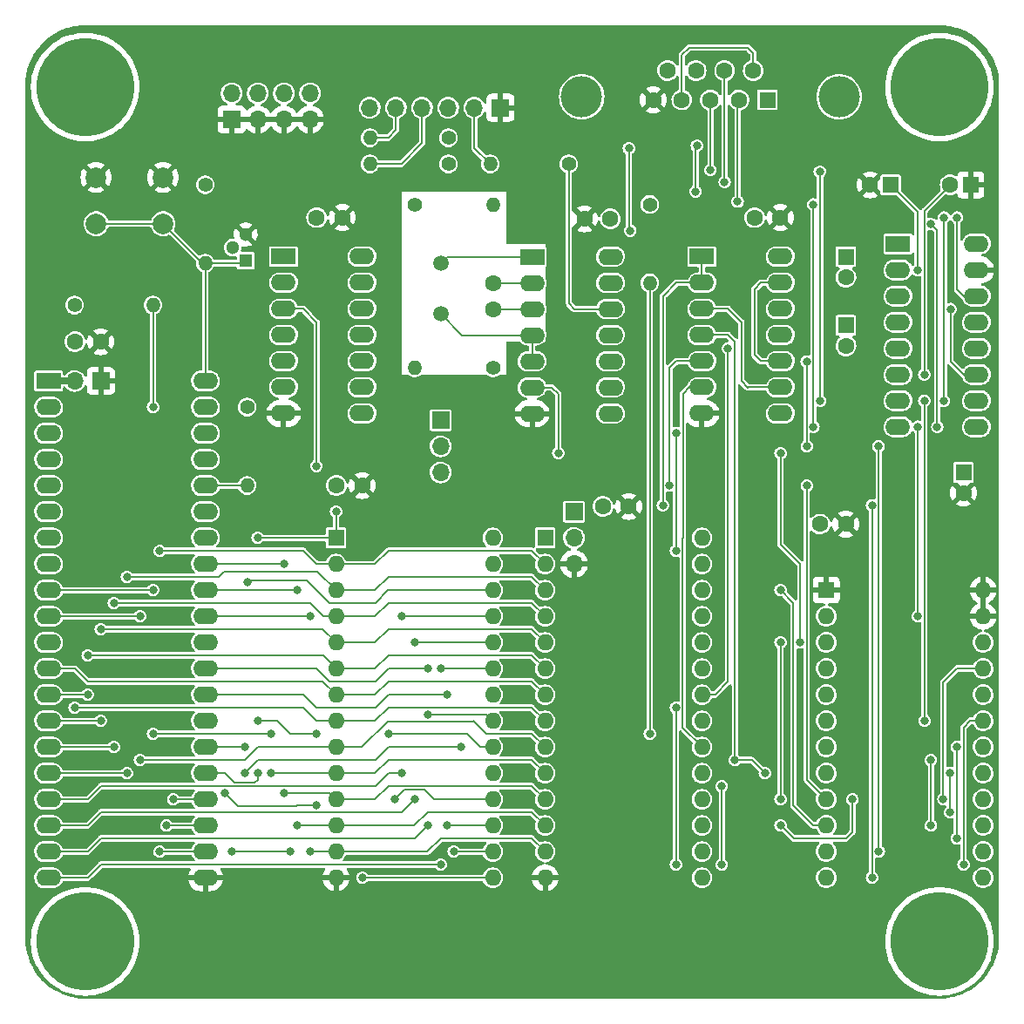
<source format=gbl>
G04 #@! TF.GenerationSoftware,KiCad,Pcbnew,(6.0.1)*
G04 #@! TF.CreationDate,2022-09-12T06:01:24-04:00*
G04 #@! TF.ProjectId,SIMPLE-65C02,53494d50-4c45-42d3-9635-4330322e6b69,1*
G04 #@! TF.SameCoordinates,Original*
G04 #@! TF.FileFunction,Copper,L2,Bot*
G04 #@! TF.FilePolarity,Positive*
%FSLAX46Y46*%
G04 Gerber Fmt 4.6, Leading zero omitted, Abs format (unit mm)*
G04 Created by KiCad (PCBNEW (6.0.1)) date 2022-09-12 06:01:24*
%MOMM*%
%LPD*%
G01*
G04 APERTURE LIST*
G04 #@! TA.AperFunction,ComponentPad*
%ADD10C,4.000000*%
G04 #@! TD*
G04 #@! TA.AperFunction,ComponentPad*
%ADD11R,1.600000X1.600000*%
G04 #@! TD*
G04 #@! TA.AperFunction,ComponentPad*
%ADD12C,1.600000*%
G04 #@! TD*
G04 #@! TA.AperFunction,ComponentPad*
%ADD13R,2.400000X1.600000*%
G04 #@! TD*
G04 #@! TA.AperFunction,ComponentPad*
%ADD14O,2.400000X1.600000*%
G04 #@! TD*
G04 #@! TA.AperFunction,ComponentPad*
%ADD15C,1.400000*%
G04 #@! TD*
G04 #@! TA.AperFunction,ComponentPad*
%ADD16O,1.400000X1.400000*%
G04 #@! TD*
G04 #@! TA.AperFunction,ComponentPad*
%ADD17C,9.525000*%
G04 #@! TD*
G04 #@! TA.AperFunction,ComponentPad*
%ADD18R,1.300000X1.300000*%
G04 #@! TD*
G04 #@! TA.AperFunction,ComponentPad*
%ADD19C,1.300000*%
G04 #@! TD*
G04 #@! TA.AperFunction,ComponentPad*
%ADD20R,1.700000X1.700000*%
G04 #@! TD*
G04 #@! TA.AperFunction,ComponentPad*
%ADD21O,1.700000X1.700000*%
G04 #@! TD*
G04 #@! TA.AperFunction,ComponentPad*
%ADD22O,1.600000X1.600000*%
G04 #@! TD*
G04 #@! TA.AperFunction,ComponentPad*
%ADD23C,2.000000*%
G04 #@! TD*
G04 #@! TA.AperFunction,ComponentPad*
%ADD24C,1.500000*%
G04 #@! TD*
G04 #@! TA.AperFunction,ViaPad*
%ADD25C,0.800000*%
G04 #@! TD*
G04 #@! TA.AperFunction,Conductor*
%ADD26C,0.203200*%
G04 #@! TD*
G04 #@! TA.AperFunction,Conductor*
%ADD27C,0.635000*%
G04 #@! TD*
G04 APERTURE END LIST*
D10*
X143245000Y-54940000D03*
X168245000Y-54940000D03*
D11*
X161285000Y-55240000D03*
D12*
X158515000Y-55240000D03*
X155745000Y-55240000D03*
X152975000Y-55240000D03*
X150205000Y-55240000D03*
X159900000Y-52400000D03*
X157130000Y-52400000D03*
X154360000Y-52400000D03*
X151590000Y-52400000D03*
D13*
X173975000Y-69225000D03*
D14*
X173975000Y-71765000D03*
X173975000Y-74305000D03*
X173975000Y-76845000D03*
X173975000Y-79385000D03*
X173975000Y-81925000D03*
X173975000Y-84465000D03*
X173975000Y-87005000D03*
X181595000Y-87005000D03*
X181595000Y-84465000D03*
X181595000Y-81925000D03*
X181595000Y-79385000D03*
X181595000Y-76845000D03*
X181595000Y-74305000D03*
X181595000Y-71765000D03*
X181595000Y-69225000D03*
D12*
X121920000Y-92710000D03*
X119420000Y-92710000D03*
D15*
X134620000Y-81280000D03*
D16*
X127000000Y-81280000D03*
D15*
X106680000Y-63500000D03*
D16*
X106680000Y-71120000D03*
D12*
X96520000Y-78740000D03*
X94020000Y-78740000D03*
D17*
X95000000Y-54000000D03*
D15*
X110744000Y-85090000D03*
D16*
X110744000Y-92710000D03*
D15*
X149860000Y-65400000D03*
D16*
X149860000Y-73020000D03*
D12*
X119995000Y-66675000D03*
X117495000Y-66675000D03*
D18*
X110596000Y-70866000D03*
D19*
X109326000Y-69596000D03*
X110596000Y-68326000D03*
D15*
X141986000Y-61468000D03*
D16*
X134366000Y-61468000D03*
D13*
X91460000Y-82555000D03*
D14*
X91460000Y-85095000D03*
X91460000Y-87635000D03*
X91460000Y-90175000D03*
X91460000Y-92715000D03*
X91460000Y-95255000D03*
X91460000Y-97795000D03*
X91460000Y-100335000D03*
X91460000Y-102875000D03*
X91460000Y-105415000D03*
X91460000Y-107955000D03*
X91460000Y-110495000D03*
X91460000Y-113035000D03*
X91460000Y-115575000D03*
X91460000Y-118115000D03*
X91460000Y-120655000D03*
X91460000Y-123195000D03*
X91460000Y-125735000D03*
X91460000Y-128275000D03*
X91460000Y-130815000D03*
X106700000Y-130815000D03*
X106700000Y-128275000D03*
X106700000Y-125735000D03*
X106700000Y-123195000D03*
X106700000Y-120655000D03*
X106700000Y-118115000D03*
X106700000Y-115575000D03*
X106700000Y-113035000D03*
X106700000Y-110495000D03*
X106700000Y-107955000D03*
X106700000Y-105415000D03*
X106700000Y-102875000D03*
X106700000Y-100335000D03*
X106700000Y-97795000D03*
X106700000Y-95255000D03*
X106700000Y-92715000D03*
X106700000Y-90175000D03*
X106700000Y-87635000D03*
X106700000Y-85095000D03*
X106700000Y-82555000D03*
D20*
X109230000Y-57155000D03*
D21*
X109230000Y-54615000D03*
X111770000Y-57155000D03*
X111770000Y-54615000D03*
X114310000Y-57155000D03*
X114310000Y-54615000D03*
X116850000Y-57155000D03*
X116850000Y-54615000D03*
D12*
X147808000Y-94742000D03*
X145308000Y-94742000D03*
D11*
X119375000Y-97800000D03*
D22*
X119375000Y-100340000D03*
X119375000Y-102880000D03*
X119375000Y-105420000D03*
X119375000Y-107960000D03*
X119375000Y-110500000D03*
X119375000Y-113040000D03*
X119375000Y-115580000D03*
X119375000Y-118120000D03*
X119375000Y-120660000D03*
X119375000Y-123200000D03*
X119375000Y-125740000D03*
X119375000Y-128280000D03*
X119375000Y-130820000D03*
X134615000Y-130820000D03*
X134615000Y-128280000D03*
X134615000Y-125740000D03*
X134615000Y-123200000D03*
X134615000Y-120660000D03*
X134615000Y-118120000D03*
X134615000Y-115580000D03*
X134615000Y-113040000D03*
X134615000Y-110500000D03*
X134615000Y-107960000D03*
X134615000Y-105420000D03*
X134615000Y-102880000D03*
X134615000Y-100340000D03*
X134615000Y-97800000D03*
D11*
X168910000Y-70480000D03*
D12*
X168910000Y-72480000D03*
X134620000Y-75560000D03*
X134620000Y-73060000D03*
D11*
X167000000Y-102865000D03*
D22*
X167000000Y-105405000D03*
X167000000Y-107945000D03*
X167000000Y-110485000D03*
X167000000Y-113025000D03*
X167000000Y-115565000D03*
X167000000Y-118105000D03*
X167000000Y-120645000D03*
X167000000Y-123185000D03*
X167000000Y-125725000D03*
X167000000Y-128265000D03*
X167000000Y-130805000D03*
X182240000Y-130805000D03*
X182240000Y-128265000D03*
X182240000Y-125725000D03*
X182240000Y-123185000D03*
X182240000Y-120645000D03*
X182240000Y-118105000D03*
X182240000Y-115565000D03*
X182240000Y-113025000D03*
X182240000Y-110485000D03*
X182240000Y-107945000D03*
X182240000Y-105405000D03*
X182240000Y-102865000D03*
D11*
X168910000Y-77149888D03*
D12*
X168910000Y-79149888D03*
X162540000Y-66675000D03*
X160040000Y-66675000D03*
D17*
X95000000Y-137000000D03*
D20*
X135350000Y-56000000D03*
D21*
X132810000Y-56000000D03*
X130270000Y-56000000D03*
X127730000Y-56000000D03*
X125190000Y-56000000D03*
X122650000Y-56000000D03*
D20*
X96520000Y-82550000D03*
D21*
X93980000Y-82550000D03*
D11*
X139695000Y-97800000D03*
D22*
X139695000Y-100340000D03*
X139695000Y-102880000D03*
X139695000Y-105420000D03*
X139695000Y-107960000D03*
X139695000Y-110500000D03*
X139695000Y-113040000D03*
X139695000Y-115580000D03*
X139695000Y-118120000D03*
X139695000Y-120660000D03*
X139695000Y-123200000D03*
X139695000Y-125740000D03*
X139695000Y-128280000D03*
X139695000Y-130820000D03*
X154935000Y-130820000D03*
X154935000Y-128280000D03*
X154935000Y-125740000D03*
X154935000Y-123200000D03*
X154935000Y-120660000D03*
X154935000Y-118120000D03*
X154935000Y-115580000D03*
X154935000Y-113040000D03*
X154935000Y-110500000D03*
X154935000Y-107960000D03*
X154935000Y-105420000D03*
X154935000Y-102880000D03*
X154935000Y-100340000D03*
X154935000Y-97800000D03*
D23*
X96064000Y-62774000D03*
X102564000Y-62774000D03*
X96064000Y-67274000D03*
X102564000Y-67274000D03*
D13*
X154920000Y-70475000D03*
D14*
X154920000Y-73015000D03*
X154920000Y-75555000D03*
X154920000Y-78095000D03*
X154920000Y-80635000D03*
X154920000Y-83175000D03*
X154920000Y-85715000D03*
X162540000Y-85715000D03*
X162540000Y-83175000D03*
X162540000Y-80635000D03*
X162540000Y-78095000D03*
X162540000Y-75555000D03*
X162540000Y-73015000D03*
X162540000Y-70475000D03*
D17*
X178000000Y-54000000D03*
D20*
X129540000Y-86360000D03*
D21*
X129540000Y-88900000D03*
X129540000Y-91440000D03*
D12*
X143530000Y-66802000D03*
X146030000Y-66802000D03*
D15*
X130302000Y-58928000D03*
D16*
X122682000Y-58928000D03*
D17*
X178000000Y-137000000D03*
D11*
X180340000Y-91440000D03*
D12*
X180340000Y-93440000D03*
D11*
X181041113Y-63500000D03*
D12*
X179041113Y-63500000D03*
D15*
X126995000Y-65400000D03*
D16*
X134615000Y-65400000D03*
D13*
X138425000Y-70480000D03*
D14*
X138425000Y-73020000D03*
X138425000Y-75560000D03*
X138425000Y-78100000D03*
X138425000Y-80640000D03*
X138425000Y-83180000D03*
X138425000Y-85720000D03*
X146045000Y-85720000D03*
X146045000Y-83180000D03*
X146045000Y-80640000D03*
X146045000Y-78100000D03*
X146045000Y-75560000D03*
X146045000Y-73020000D03*
X146045000Y-70480000D03*
D20*
X142494000Y-95250000D03*
D21*
X142494000Y-97790000D03*
X142494000Y-100330000D03*
D15*
X130302000Y-61468000D03*
D16*
X122682000Y-61468000D03*
D24*
X129540000Y-71120000D03*
X129540000Y-76000000D03*
D12*
X168905000Y-96460000D03*
X166405000Y-96460000D03*
D15*
X93980000Y-75184000D03*
D16*
X101600000Y-75184000D03*
D13*
X114280000Y-70475000D03*
D14*
X114280000Y-73015000D03*
X114280000Y-75555000D03*
X114280000Y-78095000D03*
X114280000Y-80635000D03*
X114280000Y-83175000D03*
X114280000Y-85715000D03*
X121900000Y-85715000D03*
X121900000Y-83175000D03*
X121900000Y-80635000D03*
X121900000Y-78095000D03*
X121900000Y-75555000D03*
X121900000Y-73015000D03*
X121900000Y-70475000D03*
D11*
X173260000Y-63500000D03*
D12*
X171260000Y-63500000D03*
D25*
X129540000Y-129540000D03*
X129540000Y-110490000D03*
X102235000Y-128270000D03*
X102235000Y-99060000D03*
X162560000Y-102870000D03*
X102907011Y-125730000D03*
X110744000Y-102108000D03*
X151783500Y-92710000D03*
X103560511Y-123190000D03*
X119380000Y-95231500D03*
X165118500Y-92710000D03*
X111760000Y-97790000D03*
X161036000Y-120650000D03*
X158115000Y-119380000D03*
X111760000Y-115570000D03*
X111760000Y-120650000D03*
X117493500Y-116840000D03*
X124460000Y-116840000D03*
X179686500Y-118110000D03*
X179686500Y-127000000D03*
X128270000Y-110490000D03*
X130810000Y-128270000D03*
X109220000Y-128270000D03*
X114935000Y-128270000D03*
X121930000Y-130820000D03*
X180340000Y-129540000D03*
X179033000Y-120650000D03*
X179033000Y-124460000D03*
X130193500Y-125730000D03*
X130193500Y-113030000D03*
X125095000Y-123190000D03*
X117493500Y-123806500D03*
X108566500Y-122573500D03*
X156845000Y-129540000D03*
X113030000Y-116840000D03*
X156845000Y-121920000D03*
X101600000Y-116840000D03*
X101600000Y-102870000D03*
X113030000Y-120650000D03*
X100330000Y-119380000D03*
X100330000Y-105410000D03*
X152400000Y-129540000D03*
X152400000Y-114300000D03*
X116840000Y-105410000D03*
X116840000Y-128270000D03*
X93980000Y-114300000D03*
X110490000Y-118110000D03*
X131500511Y-118110000D03*
X110490000Y-120650000D03*
X177165000Y-119380000D03*
X177170000Y-125725000D03*
X114300000Y-100330000D03*
X162560000Y-123190000D03*
X162560000Y-107950000D03*
X114300000Y-122573500D03*
X95250000Y-109220000D03*
X95245000Y-113035000D03*
X169545000Y-123190000D03*
X115570000Y-125730000D03*
X115570000Y-102870000D03*
X178379500Y-123190000D03*
X162560000Y-125730000D03*
X96515000Y-115575000D03*
X96520000Y-106680000D03*
X97790000Y-118110000D03*
X97790000Y-104140000D03*
X99065000Y-120655000D03*
X99060000Y-101600000D03*
X125730000Y-105410000D03*
X125730000Y-120650000D03*
X127000000Y-107950000D03*
X127000000Y-123190000D03*
X128270000Y-114953500D03*
X128270000Y-125730000D03*
X175885000Y-71765000D03*
X164465000Y-107950000D03*
X140970000Y-89535000D03*
X117475000Y-90805000D03*
X162560000Y-89553500D03*
X149860000Y-116840000D03*
X147828000Y-59944000D03*
X175895000Y-105410000D03*
X177192011Y-67310000D03*
X147955000Y-67945000D03*
X175895000Y-86995000D03*
X177790000Y-87005000D03*
X154305000Y-64135000D03*
X154432000Y-59690000D03*
X178435000Y-66675000D03*
X176530000Y-84455000D03*
X178425000Y-84465000D03*
X176548511Y-115551489D03*
X179078500Y-75565000D03*
X157461500Y-79375000D03*
X152400000Y-99060000D03*
X152418500Y-87630000D03*
X171450000Y-130810000D03*
X151130000Y-94615000D03*
X171450000Y-94615000D03*
X165100000Y-80645000D03*
X172103500Y-128270000D03*
X165118500Y-88900000D03*
X172085000Y-88900000D03*
X176530000Y-81915000D03*
X165735000Y-65405000D03*
X158394880Y-65125120D03*
X165753500Y-86995000D03*
X155745000Y-62060000D03*
X166407000Y-84455000D03*
X166370000Y-62230000D03*
X157130000Y-63215000D03*
X179705000Y-66675000D03*
X101600000Y-85090000D03*
D26*
X95245000Y-130815000D02*
X96520000Y-129540000D01*
X96520000Y-129540000D02*
X129540000Y-129540000D01*
X129540000Y-110490000D02*
X129550000Y-110500000D01*
X91460000Y-130815000D02*
X95245000Y-130815000D01*
X129550000Y-110500000D02*
X134615000Y-110500000D01*
X102240000Y-128275000D02*
X102235000Y-128270000D01*
X123180000Y-100340000D02*
X124460000Y-99060000D01*
X106700000Y-128275000D02*
X102240000Y-128275000D01*
X116205000Y-99060000D02*
X117485000Y-100340000D01*
X102235000Y-99060000D02*
X116205000Y-99060000D01*
X117485000Y-100340000D02*
X119375000Y-100340000D01*
X124460000Y-99060000D02*
X138415000Y-99060000D01*
X119375000Y-100340000D02*
X123180000Y-100340000D01*
X138415000Y-99060000D02*
X139695000Y-100340000D01*
X118745000Y-104140000D02*
X116560120Y-101955120D01*
X167000000Y-125725000D02*
X165730000Y-125725000D01*
X102912011Y-125735000D02*
X102907011Y-125730000D01*
X162560000Y-102870000D02*
X163811489Y-104121489D01*
X106700000Y-125735000D02*
X102912011Y-125735000D01*
X134615000Y-102880000D02*
X124450000Y-102880000D01*
X123190000Y-104140000D02*
X118745000Y-104140000D01*
X124450000Y-102880000D02*
X123190000Y-104140000D01*
X116560120Y-101955120D02*
X110769880Y-101955120D01*
X163811489Y-104121489D02*
X163811489Y-123806489D01*
X165730000Y-125725000D02*
X163811489Y-123806489D01*
X119375000Y-97800000D02*
X119375000Y-95255000D01*
X111770000Y-97800000D02*
X119375000Y-97800000D01*
X151783500Y-92710000D02*
X151765000Y-92691500D01*
X119380000Y-95250000D02*
X119380000Y-95231500D01*
X165118500Y-92710000D02*
X165118500Y-92728500D01*
X165118511Y-121303511D02*
X167000000Y-123185000D01*
X119375000Y-95255000D02*
X119380000Y-95250000D01*
X111760000Y-97790000D02*
X111770000Y-97800000D01*
X103560511Y-123190000D02*
X103565511Y-123195000D01*
X103565511Y-123195000D02*
X106700000Y-123195000D01*
X151765000Y-92691500D02*
X151765000Y-81280000D01*
X151765000Y-81280000D02*
X152410000Y-80635000D01*
X165118500Y-92728500D02*
X165118511Y-92728511D01*
X165118511Y-92728511D02*
X165118511Y-121303511D01*
X152410000Y-80635000D02*
X154920000Y-80635000D01*
X133360000Y-118120000D02*
X132080000Y-116840000D01*
X109499880Y-121564880D02*
X111480120Y-121564880D01*
X158115000Y-78740000D02*
X158115000Y-119380000D01*
X113665000Y-115570000D02*
X111760000Y-115570000D01*
X111760000Y-121285000D02*
X111760000Y-120650000D01*
X114935000Y-116840000D02*
X113665000Y-115570000D01*
X158115000Y-78740000D02*
X157470000Y-78095000D01*
X111480120Y-121564880D02*
X111760000Y-121285000D01*
X117493500Y-116840000D02*
X114935000Y-116840000D01*
X157470000Y-78095000D02*
X154920000Y-78095000D01*
X159766000Y-119380000D02*
X158115000Y-119380000D01*
X108590000Y-120655000D02*
X109499880Y-121564880D01*
X161036000Y-120650000D02*
X159766000Y-119380000D01*
X134615000Y-118120000D02*
X133360000Y-118120000D01*
X132080000Y-116840000D02*
X124460000Y-116840000D01*
X106700000Y-120655000D02*
X108590000Y-120655000D01*
X124460000Y-110490000D02*
X123190000Y-111760000D01*
X117480000Y-110495000D02*
X106700000Y-110495000D01*
X134615000Y-128280000D02*
X130820000Y-128280000D01*
X118745000Y-111760000D02*
X117480000Y-110495000D01*
X128270000Y-110490000D02*
X124460000Y-110490000D01*
X123190000Y-111760000D02*
X118745000Y-111760000D01*
X179686500Y-127000000D02*
X179686500Y-118110000D01*
X130820000Y-128280000D02*
X130810000Y-128270000D01*
X134615000Y-130820000D02*
X121930000Y-130820000D01*
X180340000Y-129540000D02*
X180340000Y-116205000D01*
X180340000Y-116205000D02*
X180980000Y-115565000D01*
X114935000Y-128270000D02*
X109220000Y-128270000D01*
X180980000Y-115565000D02*
X182240000Y-115565000D01*
X130203500Y-125740000D02*
X134615000Y-125740000D01*
X116210000Y-113035000D02*
X117475000Y-114300000D01*
X124460000Y-113030000D02*
X130193500Y-113030000D01*
X179033000Y-124460000D02*
X179033000Y-120650000D01*
X123190000Y-114300000D02*
X124460000Y-113030000D01*
X106700000Y-113035000D02*
X116210000Y-113035000D01*
X130193500Y-125730000D02*
X130203500Y-125740000D01*
X117475000Y-114300000D02*
X123190000Y-114300000D01*
X126009880Y-122275120D02*
X125095000Y-123190000D01*
X115514489Y-123843511D02*
X109836511Y-123843511D01*
X109836511Y-123843511D02*
X108566500Y-122573500D01*
X115551500Y-123806500D02*
X115514489Y-123843511D01*
X128915000Y-123200000D02*
X134615000Y-123200000D01*
X127990120Y-122275120D02*
X126009880Y-122275120D01*
X128915000Y-123200000D02*
X127990120Y-122275120D01*
X117493500Y-123806500D02*
X115551500Y-123806500D01*
X138415000Y-119380000D02*
X139695000Y-120660000D01*
X124460000Y-119380000D02*
X138415000Y-119380000D01*
X123180000Y-120660000D02*
X124460000Y-119380000D01*
X156845000Y-121920000D02*
X156845000Y-129540000D01*
X101595000Y-102875000D02*
X101600000Y-102870000D01*
X119375000Y-120660000D02*
X123180000Y-120660000D01*
X113040000Y-120660000D02*
X113030000Y-120650000D01*
X101600000Y-116840000D02*
X113030000Y-116840000D01*
X91460000Y-102875000D02*
X101595000Y-102875000D01*
X119375000Y-120660000D02*
X113040000Y-120660000D01*
X111760000Y-118110000D02*
X112395000Y-118110000D01*
X112395000Y-118110000D02*
X112405000Y-118120000D01*
X124422989Y-115607011D02*
X121910000Y-118120000D01*
X138415000Y-116840000D02*
X133985000Y-116840000D01*
X100330000Y-105410000D02*
X100325000Y-105415000D01*
X110490000Y-119380000D02*
X111760000Y-118110000D01*
X132715000Y-115570000D02*
X132677989Y-115607011D01*
X121910000Y-118120000D02*
X119375000Y-118120000D01*
X132677989Y-115607011D02*
X124422989Y-115607011D01*
X112405000Y-118120000D02*
X119375000Y-118120000D01*
X139695000Y-118120000D02*
X138415000Y-116840000D01*
X100325000Y-105415000D02*
X91460000Y-105415000D01*
X133985000Y-116840000D02*
X132715000Y-115570000D01*
X100330000Y-119380000D02*
X110490000Y-119380000D01*
X106700000Y-105415000D02*
X116835000Y-105415000D01*
X116835000Y-105415000D02*
X116840000Y-105410000D01*
X119375000Y-128280000D02*
X116850000Y-128280000D01*
X138415000Y-127000000D02*
X139695000Y-128280000D01*
X116850000Y-128280000D02*
X116840000Y-128270000D01*
X128260000Y-128280000D02*
X129540000Y-127000000D01*
X152400000Y-129540000D02*
X152400000Y-114300000D01*
X129540000Y-127000000D02*
X138415000Y-127000000D01*
X119375000Y-128280000D02*
X128260000Y-128280000D01*
X124460000Y-114300000D02*
X138415000Y-114300000D01*
X116185000Y-114300000D02*
X117465000Y-115580000D01*
X117465000Y-115580000D02*
X119375000Y-115580000D01*
X138415000Y-114300000D02*
X139695000Y-115580000D01*
X93980000Y-114300000D02*
X116185000Y-114300000D01*
X119375000Y-115580000D02*
X123180000Y-115580000D01*
X123180000Y-115580000D02*
X124460000Y-114300000D01*
X111760000Y-119380000D02*
X123190000Y-119380000D01*
X110490000Y-120650000D02*
X111760000Y-119380000D01*
X123190000Y-119380000D02*
X124460000Y-118110000D01*
X177165000Y-125720000D02*
X177170000Y-125725000D01*
X124460000Y-118110000D02*
X131500511Y-118110000D01*
X106700000Y-118115000D02*
X110485000Y-118115000D01*
X177165000Y-119380000D02*
X177165000Y-125720000D01*
X110485000Y-118115000D02*
X110490000Y-118110000D01*
X118095000Y-111760000D02*
X95250000Y-111760000D01*
X119375000Y-113040000D02*
X118095000Y-111760000D01*
X95250000Y-111760000D02*
X93980000Y-110490000D01*
X93980000Y-110490000D02*
X93975000Y-110495000D01*
X138415000Y-111760000D02*
X139695000Y-113040000D01*
X93975000Y-110495000D02*
X91460000Y-110495000D01*
X119375000Y-113040000D02*
X123180000Y-113040000D01*
X124460000Y-111760000D02*
X138415000Y-111760000D01*
X123180000Y-113040000D02*
X124460000Y-111760000D01*
X123180000Y-123200000D02*
X124460000Y-121920000D01*
X114318500Y-122555000D02*
X118730000Y-122555000D01*
X114295000Y-100335000D02*
X106700000Y-100335000D01*
X138415000Y-121920000D02*
X139695000Y-123200000D01*
X114318500Y-122555000D02*
X114300000Y-122573500D01*
X124460000Y-121920000D02*
X138415000Y-121920000D01*
X119375000Y-123200000D02*
X123180000Y-123200000D01*
X162560000Y-123190000D02*
X162560000Y-107950000D01*
X118730000Y-122555000D02*
X119375000Y-123200000D01*
X114300000Y-100330000D02*
X114295000Y-100335000D01*
X138415000Y-109220000D02*
X139695000Y-110500000D01*
X95250000Y-109220000D02*
X118110000Y-109220000D01*
X91460000Y-113035000D02*
X95245000Y-113035000D01*
X118110000Y-109220000D02*
X118110000Y-109235000D01*
X118110000Y-109235000D02*
X119375000Y-110500000D01*
X123180000Y-110500000D02*
X124460000Y-109220000D01*
X124460000Y-109220000D02*
X138415000Y-109220000D01*
X119375000Y-110500000D02*
X123180000Y-110500000D01*
X119375000Y-125740000D02*
X115580000Y-125740000D01*
X163830000Y-127000000D02*
X168910000Y-127000000D01*
X115565000Y-102875000D02*
X115570000Y-102870000D01*
X178379500Y-111815500D02*
X179710000Y-110485000D01*
X128270000Y-124460000D02*
X138415000Y-124460000D01*
X178379500Y-123190000D02*
X178379500Y-111815500D01*
X138415000Y-124460000D02*
X139695000Y-125740000D01*
X126990000Y-125740000D02*
X128270000Y-124460000D01*
X115580000Y-125740000D02*
X115570000Y-125730000D01*
X106700000Y-102875000D02*
X115565000Y-102875000D01*
X162560000Y-125730000D02*
X163830000Y-127000000D01*
X168910000Y-127000000D02*
X169545000Y-126365000D01*
X119375000Y-125740000D02*
X126990000Y-125740000D01*
X179710000Y-110485000D02*
X182240000Y-110485000D01*
X169545000Y-126365000D02*
X169545000Y-123190000D01*
X91460000Y-115575000D02*
X96515000Y-115575000D01*
X123180000Y-107960000D02*
X124460000Y-106680000D01*
X96520000Y-106680000D02*
X118095000Y-106680000D01*
X138415000Y-106680000D02*
X139695000Y-107960000D01*
X124460000Y-106680000D02*
X138415000Y-106680000D01*
X119375000Y-107960000D02*
X118095000Y-106680000D01*
X119375000Y-107960000D02*
X123180000Y-107960000D01*
X119375000Y-105420000D02*
X123180000Y-105420000D01*
X119375000Y-105420000D02*
X118120000Y-105420000D01*
X138415000Y-104140000D02*
X139695000Y-105420000D01*
X124460000Y-104140000D02*
X138415000Y-104140000D01*
X97785000Y-118115000D02*
X97790000Y-118110000D01*
X91460000Y-118115000D02*
X97785000Y-118115000D01*
X97790000Y-104140000D02*
X116840000Y-104140000D01*
X123180000Y-105420000D02*
X124460000Y-104140000D01*
X118120000Y-105420000D02*
X116840000Y-104140000D01*
X117587000Y-101092000D02*
X119375000Y-102880000D01*
X119375000Y-102880000D02*
X123180000Y-102880000D01*
X123180000Y-102880000D02*
X124460000Y-101600000D01*
X138415000Y-101600000D02*
X139695000Y-102880000D01*
X108458000Y-101092000D02*
X117587000Y-101092000D01*
X99060000Y-101600000D02*
X107950000Y-101600000D01*
X91460000Y-120655000D02*
X99065000Y-120655000D01*
X107950000Y-101600000D02*
X108458000Y-101092000D01*
X124460000Y-101600000D02*
X138415000Y-101600000D01*
X91460000Y-123195000D02*
X95245000Y-123195000D01*
X134615000Y-105420000D02*
X125740000Y-105420000D01*
X95245000Y-123195000D02*
X96520000Y-121920000D01*
X125730000Y-120650000D02*
X124460000Y-120650000D01*
X124460000Y-120650000D02*
X123190000Y-121920000D01*
X125740000Y-105420000D02*
X125730000Y-105410000D01*
X96520000Y-121920000D02*
X123190000Y-121920000D01*
X95245000Y-125735000D02*
X96520000Y-124460000D01*
X127010000Y-107960000D02*
X127000000Y-107950000D01*
X134615000Y-107960000D02*
X127010000Y-107960000D01*
X96520000Y-124460000D02*
X125730000Y-124460000D01*
X91460000Y-125735000D02*
X95245000Y-125735000D01*
X125730000Y-124460000D02*
X127000000Y-123190000D01*
X96520000Y-127000000D02*
X127000000Y-127000000D01*
X91460000Y-128275000D02*
X95245000Y-128275000D01*
X127000000Y-127000000D02*
X128270000Y-125730000D01*
X128270000Y-114953500D02*
X133988500Y-114953500D01*
X95245000Y-128275000D02*
X96520000Y-127000000D01*
X133988500Y-114953500D02*
X134615000Y-115580000D01*
X102564000Y-67274000D02*
X106410000Y-71120000D01*
X106680000Y-71120000D02*
X106680000Y-82535000D01*
X106680000Y-71120000D02*
X110342000Y-71120000D01*
X110342000Y-71120000D02*
X110596000Y-70866000D01*
X106410000Y-71120000D02*
X106680000Y-71120000D01*
X96064000Y-67274000D02*
X102564000Y-67274000D01*
X175885000Y-66125000D02*
X173260000Y-63500000D01*
X175885000Y-71765000D02*
X175885000Y-66125000D01*
X138425000Y-75560000D02*
X134620000Y-75560000D01*
X134620000Y-73060000D02*
X138385000Y-73060000D01*
X116195000Y-75555000D02*
X114280000Y-75555000D01*
X117475000Y-90805000D02*
X117475000Y-76835000D01*
X164465000Y-100330000D02*
X162560000Y-98425000D01*
X162560000Y-98425000D02*
X162560000Y-89553500D01*
X140970000Y-89535000D02*
X140970000Y-83820000D01*
X117475000Y-76835000D02*
X116195000Y-75555000D01*
X140330000Y-83180000D02*
X138425000Y-83180000D01*
X140970000Y-83820000D02*
X140330000Y-83180000D01*
X164465000Y-107950000D02*
X164465000Y-100330000D01*
X130180000Y-70480000D02*
X129540000Y-71120000D01*
X138425000Y-70480000D02*
X130180000Y-70480000D01*
X138425000Y-78100000D02*
X131640000Y-78100000D01*
X138425000Y-80640000D02*
X138425000Y-78100000D01*
X131640000Y-78100000D02*
X129540000Y-76000000D01*
X149860000Y-73020000D02*
X149860000Y-116840000D01*
X147828000Y-67818000D02*
X147955000Y-67945000D01*
X147828000Y-59944000D02*
X147828000Y-67818000D01*
X177790000Y-87005000D02*
X177771489Y-86986489D01*
X177771489Y-67889478D02*
X177192011Y-67310000D01*
X175895000Y-105410000D02*
X175895000Y-86995000D01*
X177771489Y-86986489D02*
X177771489Y-67889478D01*
X154432000Y-59690000D02*
X154305000Y-59817000D01*
X154305000Y-59817000D02*
X154305000Y-64135000D01*
X178425000Y-84465000D02*
X178425000Y-66665000D01*
X176548511Y-84473511D02*
X176548511Y-115551489D01*
X176530000Y-84455000D02*
X176548511Y-84473511D01*
X180350000Y-81925000D02*
X179078500Y-80653500D01*
X142000000Y-64276000D02*
X142000000Y-75000000D01*
X181595000Y-81925000D02*
X180350000Y-81925000D01*
X142000000Y-64276000D02*
X141986000Y-64262000D01*
X179078500Y-80653500D02*
X179078500Y-75565000D01*
X146045000Y-75560000D02*
X142560000Y-75560000D01*
X142560000Y-75560000D02*
X142000000Y-75000000D01*
X141986000Y-64262000D02*
X141986000Y-61468000D01*
X157461500Y-111778500D02*
X157461500Y-79375000D01*
X156210000Y-113030000D02*
X157461500Y-111778500D01*
X155575000Y-113030000D02*
X156210000Y-113030000D01*
X152437011Y-99022989D02*
X152437011Y-87648511D01*
X152437011Y-87648511D02*
X152418500Y-87630000D01*
X152400000Y-99060000D02*
X152437011Y-99022989D01*
X152410000Y-73015000D02*
X154920000Y-73015000D01*
X154920000Y-73015000D02*
X154920000Y-70475000D01*
X151130000Y-94615000D02*
X151130000Y-74295000D01*
X171450000Y-94615000D02*
X171450000Y-130810000D01*
X151130000Y-74295000D02*
X152410000Y-73015000D01*
X162540000Y-80635000D02*
X160665000Y-80635000D01*
X172103511Y-121901489D02*
X172085000Y-121920000D01*
X160020000Y-73660000D02*
X160665000Y-73015000D01*
X160665000Y-80635000D02*
X160020000Y-79990000D01*
X165100000Y-80645000D02*
X165100000Y-88881500D01*
X172085000Y-128251500D02*
X172103500Y-128270000D01*
X172085000Y-88900000D02*
X172103511Y-88918511D01*
X172103511Y-88918511D02*
X172103511Y-121901489D01*
X160665000Y-73015000D02*
X162540000Y-73015000D01*
X160020000Y-79990000D02*
X160020000Y-73660000D01*
X172085000Y-121920000D02*
X172085000Y-128251500D01*
X165100000Y-88881500D02*
X165118500Y-88900000D01*
X153072011Y-83782989D02*
X153680000Y-83175000D01*
X153035000Y-116220000D02*
X153053511Y-116201489D01*
X153680000Y-83175000D02*
X154920000Y-83175000D01*
X153053511Y-116201489D02*
X153053511Y-97808511D01*
X153072011Y-97790011D02*
X153072011Y-83782989D01*
X153053511Y-97808511D02*
X153072011Y-97790011D01*
X154935000Y-118120000D02*
X153035000Y-116220000D01*
X152975000Y-50860000D02*
X152975000Y-55240000D01*
X159900000Y-50680000D02*
X159385000Y-50165000D01*
X159385000Y-50165000D02*
X153670000Y-50165000D01*
X159900000Y-52400000D02*
X159900000Y-50680000D01*
X153670000Y-50165000D02*
X152975000Y-50860000D01*
X158750000Y-76835000D02*
X158750000Y-82550000D01*
X154920000Y-75555000D02*
X157470000Y-75555000D01*
X157470000Y-75555000D02*
X158750000Y-76835000D01*
X158750000Y-82550000D02*
X159385000Y-83185000D01*
X159395000Y-83175000D02*
X162540000Y-83175000D01*
X159385000Y-83185000D02*
X159395000Y-83175000D01*
X176530000Y-81915000D02*
X176538511Y-81906489D01*
X176538511Y-81906489D02*
X176538511Y-66031489D01*
X176538511Y-66031489D02*
X179070000Y-63500000D01*
D27*
X91460000Y-82555000D02*
X93975000Y-82555000D01*
D26*
X132810000Y-59912000D02*
X134366000Y-61468000D01*
X132810000Y-56000000D02*
X132810000Y-59912000D01*
X122682000Y-61468000D02*
X125730000Y-61468000D01*
X127730000Y-59468000D02*
X127730000Y-56000000D01*
X125730000Y-61468000D02*
X127730000Y-59468000D01*
X125190000Y-58198000D02*
X125190000Y-56000000D01*
X122682000Y-58928000D02*
X124460000Y-58928000D01*
X124460000Y-58928000D02*
X125190000Y-58198000D01*
X165753500Y-65423500D02*
X165735000Y-65405000D01*
X165753500Y-86995000D02*
X165753500Y-81933500D01*
X165753500Y-81915000D02*
X165753500Y-65423500D01*
X158394880Y-55360120D02*
X158394880Y-65125120D01*
X165753500Y-81933500D02*
X165753500Y-81915000D01*
X166407000Y-84455000D02*
X166407000Y-62267000D01*
X155745000Y-55240000D02*
X155745000Y-62060000D01*
X166407000Y-62267000D02*
X166370000Y-62230000D01*
X157130000Y-63215000D02*
X157130000Y-52400000D01*
X179705000Y-73660000D02*
X179705000Y-66675000D01*
X180350000Y-74305000D02*
X179705000Y-73660000D01*
X101600000Y-85090000D02*
X101600000Y-75184000D01*
X106700000Y-92715000D02*
X110739000Y-92715000D01*
X110739000Y-92715000D02*
X110744000Y-92710000D01*
G04 #@! TA.AperFunction,Conductor*
G36*
X177980552Y-47975237D02*
G01*
X177985808Y-47975246D01*
X177999636Y-47978426D01*
X178013476Y-47975294D01*
X178027664Y-47975319D01*
X178027664Y-47975373D01*
X178035941Y-47974612D01*
X178174710Y-47980065D01*
X178449862Y-47990876D01*
X178459724Y-47991652D01*
X178901907Y-48043987D01*
X178911679Y-48045535D01*
X179134288Y-48089814D01*
X179348393Y-48132403D01*
X179357994Y-48134708D01*
X179645412Y-48215768D01*
X179786540Y-48255570D01*
X179795949Y-48258627D01*
X180213696Y-48412742D01*
X180222833Y-48416527D01*
X180627202Y-48602943D01*
X180636007Y-48607430D01*
X181024504Y-48824999D01*
X181032940Y-48830168D01*
X181403164Y-49077543D01*
X181411152Y-49083347D01*
X181561476Y-49201853D01*
X181760831Y-49359012D01*
X181768354Y-49365437D01*
X181915582Y-49501533D01*
X182095333Y-49667693D01*
X182102307Y-49674667D01*
X182107057Y-49679805D01*
X182404563Y-50001646D01*
X182410988Y-50009169D01*
X182568147Y-50208524D01*
X182616051Y-50269289D01*
X182686647Y-50358840D01*
X182692457Y-50366836D01*
X182781310Y-50499815D01*
X182939832Y-50737060D01*
X182945001Y-50745496D01*
X183162570Y-51133993D01*
X183167057Y-51142798D01*
X183332711Y-51502130D01*
X183353472Y-51547164D01*
X183357257Y-51556302D01*
X183360049Y-51563869D01*
X183511373Y-51974051D01*
X183514430Y-51983460D01*
X183519853Y-52002688D01*
X183635292Y-52412006D01*
X183637599Y-52421614D01*
X183724465Y-52858321D01*
X183726013Y-52868093D01*
X183778348Y-53310276D01*
X183779124Y-53320138D01*
X183795365Y-53733482D01*
X183794603Y-53741620D01*
X183794779Y-53741620D01*
X183794754Y-53755805D01*
X183791574Y-53769636D01*
X183794706Y-53783477D01*
X183794698Y-53787994D01*
X183796800Y-53806809D01*
X183796800Y-136719968D01*
X183794763Y-136737911D01*
X183794754Y-136743167D01*
X183791574Y-136756995D01*
X183794706Y-136770835D01*
X183794681Y-136785023D01*
X183794627Y-136785023D01*
X183795388Y-136793302D01*
X183779124Y-137207221D01*
X183778348Y-137217083D01*
X183726013Y-137659266D01*
X183724465Y-137669038D01*
X183637599Y-138105745D01*
X183635292Y-138115353D01*
X183628717Y-138138667D01*
X183514430Y-138543899D01*
X183511373Y-138553308D01*
X183357258Y-138971055D01*
X183353473Y-138980192D01*
X183237302Y-139232189D01*
X183167062Y-139384551D01*
X183162570Y-139393366D01*
X182945001Y-139781863D01*
X182939832Y-139790299D01*
X182692462Y-140160515D01*
X182686647Y-140168519D01*
X182410988Y-140518190D01*
X182404563Y-140525713D01*
X182268467Y-140672941D01*
X182102307Y-140852692D01*
X182095333Y-140859666D01*
X181965634Y-140979559D01*
X181768354Y-141161922D01*
X181760831Y-141168347D01*
X181583925Y-141307809D01*
X181411152Y-141444012D01*
X181403164Y-141449816D01*
X181226755Y-141567688D01*
X181032940Y-141697191D01*
X181024504Y-141702360D01*
X180636007Y-141919929D01*
X180627202Y-141924416D01*
X180254473Y-142096246D01*
X180222836Y-142110831D01*
X180213696Y-142114617D01*
X179795949Y-142268732D01*
X179786540Y-142271789D01*
X179645412Y-142311591D01*
X179357994Y-142392651D01*
X179348393Y-142394956D01*
X179134288Y-142437545D01*
X178911679Y-142481824D01*
X178901907Y-142483372D01*
X178459724Y-142535707D01*
X178449862Y-142536483D01*
X178036518Y-142552724D01*
X178028380Y-142551962D01*
X178028380Y-142552138D01*
X178014195Y-142552113D01*
X178000364Y-142548933D01*
X177986523Y-142552065D01*
X177982006Y-142552057D01*
X177963191Y-142554159D01*
X95037391Y-142554159D01*
X95019448Y-142552122D01*
X95014192Y-142552113D01*
X95000364Y-142548933D01*
X94986524Y-142552065D01*
X94972336Y-142552040D01*
X94972336Y-142551986D01*
X94964059Y-142552747D01*
X94825290Y-142547294D01*
X94550138Y-142536483D01*
X94540276Y-142535707D01*
X94098093Y-142483372D01*
X94088321Y-142481824D01*
X93865712Y-142437545D01*
X93651607Y-142394956D01*
X93642006Y-142392651D01*
X93354588Y-142311591D01*
X93213460Y-142271789D01*
X93204051Y-142268732D01*
X92786304Y-142114617D01*
X92777164Y-142110831D01*
X92745527Y-142096246D01*
X92372798Y-141924416D01*
X92363993Y-141919929D01*
X91975496Y-141702360D01*
X91967060Y-141697191D01*
X91773245Y-141567688D01*
X91596836Y-141449816D01*
X91588848Y-141444012D01*
X91416075Y-141307809D01*
X91239169Y-141168347D01*
X91231646Y-141161922D01*
X91034366Y-140979559D01*
X90904667Y-140859666D01*
X90897693Y-140852692D01*
X90731533Y-140672941D01*
X90595437Y-140525713D01*
X90589012Y-140518190D01*
X90313353Y-140168519D01*
X90307538Y-140160515D01*
X90060168Y-139790299D01*
X90054999Y-139781863D01*
X89837430Y-139393366D01*
X89832938Y-139384551D01*
X89762699Y-139232189D01*
X89646527Y-138980192D01*
X89642742Y-138971055D01*
X89488627Y-138553308D01*
X89485570Y-138543899D01*
X89371283Y-138138667D01*
X89364708Y-138115353D01*
X89362401Y-138105745D01*
X89275535Y-137669038D01*
X89273987Y-137659266D01*
X89221652Y-137217083D01*
X89220876Y-137207221D01*
X89212734Y-137000000D01*
X89723978Y-137000000D01*
X89724098Y-137002748D01*
X89733242Y-137212171D01*
X89744055Y-137459836D01*
X89804133Y-137916172D01*
X89903754Y-138365535D01*
X89904582Y-138368160D01*
X89904583Y-138368165D01*
X89973602Y-138587064D01*
X90042161Y-138804506D01*
X90218300Y-139229743D01*
X90430831Y-139638011D01*
X90678136Y-140026202D01*
X90958333Y-140391362D01*
X91269289Y-140730711D01*
X91608638Y-141041667D01*
X91610800Y-141043326D01*
X91610806Y-141043331D01*
X91734853Y-141138515D01*
X91973798Y-141321864D01*
X92361989Y-141569169D01*
X92770257Y-141781700D01*
X93195494Y-141957839D01*
X93198114Y-141958665D01*
X93198122Y-141958668D01*
X93631835Y-142095417D01*
X93631840Y-142095418D01*
X93634465Y-142096246D01*
X94083828Y-142195867D01*
X94086548Y-142196225D01*
X94086553Y-142196226D01*
X94257423Y-142218721D01*
X94540164Y-142255945D01*
X94542913Y-142256065D01*
X94542924Y-142256066D01*
X94997252Y-142275902D01*
X95000000Y-142276022D01*
X95002748Y-142275902D01*
X95457076Y-142256066D01*
X95457087Y-142256065D01*
X95459836Y-142255945D01*
X95742577Y-142218721D01*
X95913447Y-142196226D01*
X95913452Y-142196225D01*
X95916172Y-142195867D01*
X96365535Y-142096246D01*
X96368160Y-142095418D01*
X96368165Y-142095417D01*
X96801878Y-141958668D01*
X96801886Y-141958665D01*
X96804506Y-141957839D01*
X97229743Y-141781700D01*
X97638011Y-141569169D01*
X98026202Y-141321864D01*
X98265147Y-141138515D01*
X98389194Y-141043331D01*
X98389200Y-141043326D01*
X98391362Y-141041667D01*
X98730711Y-140730711D01*
X99041667Y-140391362D01*
X99321864Y-140026202D01*
X99569169Y-139638011D01*
X99781700Y-139229743D01*
X99957839Y-138804506D01*
X100026399Y-138587064D01*
X100095417Y-138368165D01*
X100095418Y-138368160D01*
X100096246Y-138365535D01*
X100195867Y-137916172D01*
X100255945Y-137459836D01*
X100266759Y-137212171D01*
X100275902Y-137002748D01*
X100276022Y-137000000D01*
X172723978Y-137000000D01*
X172724098Y-137002748D01*
X172733242Y-137212171D01*
X172744055Y-137459836D01*
X172804133Y-137916172D01*
X172903754Y-138365535D01*
X172904582Y-138368160D01*
X172904583Y-138368165D01*
X172973602Y-138587064D01*
X173042161Y-138804506D01*
X173218300Y-139229743D01*
X173430831Y-139638011D01*
X173678136Y-140026202D01*
X173958333Y-140391362D01*
X174269289Y-140730711D01*
X174608638Y-141041667D01*
X174610800Y-141043326D01*
X174610806Y-141043331D01*
X174734853Y-141138515D01*
X174973798Y-141321864D01*
X175361989Y-141569169D01*
X175770257Y-141781700D01*
X176195494Y-141957839D01*
X176198114Y-141958665D01*
X176198122Y-141958668D01*
X176631835Y-142095417D01*
X176631840Y-142095418D01*
X176634465Y-142096246D01*
X177083828Y-142195867D01*
X177086548Y-142196225D01*
X177086553Y-142196226D01*
X177257423Y-142218721D01*
X177540164Y-142255945D01*
X177542913Y-142256065D01*
X177542924Y-142256066D01*
X177997252Y-142275902D01*
X178000000Y-142276022D01*
X178002748Y-142275902D01*
X178457076Y-142256066D01*
X178457087Y-142256065D01*
X178459836Y-142255945D01*
X178742577Y-142218721D01*
X178913447Y-142196226D01*
X178913452Y-142196225D01*
X178916172Y-142195867D01*
X179365535Y-142096246D01*
X179368160Y-142095418D01*
X179368165Y-142095417D01*
X179801878Y-141958668D01*
X179801886Y-141958665D01*
X179804506Y-141957839D01*
X180229743Y-141781700D01*
X180638011Y-141569169D01*
X181026202Y-141321864D01*
X181265147Y-141138515D01*
X181389194Y-141043331D01*
X181389200Y-141043326D01*
X181391362Y-141041667D01*
X181730711Y-140730711D01*
X182041667Y-140391362D01*
X182321864Y-140026202D01*
X182569169Y-139638011D01*
X182781700Y-139229743D01*
X182957839Y-138804506D01*
X183026399Y-138587064D01*
X183095417Y-138368165D01*
X183095418Y-138368160D01*
X183096246Y-138365535D01*
X183195867Y-137916172D01*
X183255945Y-137459836D01*
X183266759Y-137212171D01*
X183275902Y-137002748D01*
X183276022Y-137000000D01*
X183275170Y-136980483D01*
X183256066Y-136542924D01*
X183256065Y-136542913D01*
X183255945Y-136540164D01*
X183195867Y-136083828D01*
X183096246Y-135634465D01*
X182957839Y-135195494D01*
X182781700Y-134770257D01*
X182569169Y-134361989D01*
X182321864Y-133973798D01*
X182041667Y-133608638D01*
X181730711Y-133269289D01*
X181391362Y-132958333D01*
X181389200Y-132956674D01*
X181389194Y-132956669D01*
X181265147Y-132861485D01*
X181026202Y-132678136D01*
X180638011Y-132430831D01*
X180229743Y-132218300D01*
X179804506Y-132042161D01*
X179801886Y-132041335D01*
X179801878Y-132041332D01*
X179368165Y-131904583D01*
X179368160Y-131904582D01*
X179365535Y-131903754D01*
X178916172Y-131804133D01*
X178913452Y-131803775D01*
X178913447Y-131803774D01*
X178707426Y-131776651D01*
X178459836Y-131744055D01*
X178457087Y-131743935D01*
X178457076Y-131743934D01*
X178002748Y-131724098D01*
X178000000Y-131723978D01*
X177997252Y-131724098D01*
X177542924Y-131743934D01*
X177542913Y-131743935D01*
X177540164Y-131744055D01*
X177292574Y-131776651D01*
X177086553Y-131803774D01*
X177086548Y-131803775D01*
X177083828Y-131804133D01*
X176634465Y-131903754D01*
X176631840Y-131904582D01*
X176631835Y-131904583D01*
X176198122Y-132041332D01*
X176198114Y-132041335D01*
X176195494Y-132042161D01*
X175770257Y-132218300D01*
X175361989Y-132430831D01*
X174973798Y-132678136D01*
X174734853Y-132861485D01*
X174610806Y-132956669D01*
X174610800Y-132956674D01*
X174608638Y-132958333D01*
X174269289Y-133269289D01*
X173958333Y-133608638D01*
X173678136Y-133973798D01*
X173430831Y-134361989D01*
X173218300Y-134770257D01*
X173042161Y-135195494D01*
X172903754Y-135634465D01*
X172804133Y-136083828D01*
X172744055Y-136540164D01*
X172743935Y-136542913D01*
X172743934Y-136542924D01*
X172724830Y-136980483D01*
X172723978Y-137000000D01*
X100276022Y-137000000D01*
X100275170Y-136980483D01*
X100256066Y-136542924D01*
X100256065Y-136542913D01*
X100255945Y-136540164D01*
X100195867Y-136083828D01*
X100096246Y-135634465D01*
X99957839Y-135195494D01*
X99781700Y-134770257D01*
X99569169Y-134361989D01*
X99321864Y-133973798D01*
X99041667Y-133608638D01*
X98730711Y-133269289D01*
X98391362Y-132958333D01*
X98389200Y-132956674D01*
X98389194Y-132956669D01*
X98265147Y-132861485D01*
X98026202Y-132678136D01*
X97638011Y-132430831D01*
X97229743Y-132218300D01*
X96804506Y-132042161D01*
X96801886Y-132041335D01*
X96801878Y-132041332D01*
X96368165Y-131904583D01*
X96368160Y-131904582D01*
X96365535Y-131903754D01*
X95916172Y-131804133D01*
X95913452Y-131803775D01*
X95913447Y-131803774D01*
X95707426Y-131776651D01*
X95459836Y-131744055D01*
X95457087Y-131743935D01*
X95457076Y-131743934D01*
X95002748Y-131724098D01*
X95000000Y-131723978D01*
X94997252Y-131724098D01*
X94542924Y-131743934D01*
X94542913Y-131743935D01*
X94540164Y-131744055D01*
X94292574Y-131776651D01*
X94086553Y-131803774D01*
X94086548Y-131803775D01*
X94083828Y-131804133D01*
X93634465Y-131903754D01*
X93631840Y-131904582D01*
X93631835Y-131904583D01*
X93198122Y-132041332D01*
X93198114Y-132041335D01*
X93195494Y-132042161D01*
X92770257Y-132218300D01*
X92361989Y-132430831D01*
X91973798Y-132678136D01*
X91734853Y-132861485D01*
X91610806Y-132956669D01*
X91610800Y-132956674D01*
X91608638Y-132958333D01*
X91269289Y-133269289D01*
X90958333Y-133608638D01*
X90678136Y-133973798D01*
X90430831Y-134361989D01*
X90218300Y-134770257D01*
X90042161Y-135195494D01*
X89903754Y-135634465D01*
X89804133Y-136083828D01*
X89744055Y-136540164D01*
X89743935Y-136542913D01*
X89743934Y-136542924D01*
X89724830Y-136980483D01*
X89723978Y-137000000D01*
X89212734Y-137000000D01*
X89204635Y-136793877D01*
X89205397Y-136785739D01*
X89205221Y-136785739D01*
X89205246Y-136771554D01*
X89208426Y-136757723D01*
X89205294Y-136743882D01*
X89205302Y-136739365D01*
X89203200Y-136720550D01*
X89203200Y-130864283D01*
X90052328Y-130864283D01*
X90082820Y-131065897D01*
X90085020Y-131071876D01*
X90085023Y-131071886D01*
X90147084Y-131240564D01*
X90153228Y-131257262D01*
X90156591Y-131262686D01*
X90156592Y-131262688D01*
X90163639Y-131274053D01*
X90260678Y-131430561D01*
X90265064Y-131435199D01*
X90359790Y-131535368D01*
X90400780Y-131578714D01*
X90567810Y-131695670D01*
X90754946Y-131776651D01*
X90800548Y-131786178D01*
X90949808Y-131817360D01*
X90949813Y-131817361D01*
X90954544Y-131818349D01*
X90959439Y-131818606D01*
X90959573Y-131818613D01*
X90959589Y-131818613D01*
X90961241Y-131818700D01*
X91910957Y-131818700D01*
X91983716Y-131811309D01*
X92056514Y-131803915D01*
X92056515Y-131803915D01*
X92062863Y-131803270D01*
X92257439Y-131742294D01*
X92435779Y-131643438D01*
X92590600Y-131510741D01*
X92594587Y-131505602D01*
X92698858Y-131371174D01*
X92715575Y-131349623D01*
X92718388Y-131343906D01*
X92718395Y-131343895D01*
X92793791Y-131190670D01*
X92841813Y-131138379D01*
X92906845Y-131120300D01*
X95191710Y-131120300D01*
X95194535Y-131120507D01*
X95199628Y-131122256D01*
X95249357Y-131120389D01*
X95254083Y-131120300D01*
X95273393Y-131120300D01*
X95278180Y-131119408D01*
X95281898Y-131119167D01*
X95313282Y-131117989D01*
X95323974Y-131113395D01*
X95328059Y-131112475D01*
X95341475Y-131108399D01*
X95345374Y-131106894D01*
X95356811Y-131104764D01*
X95378253Y-131091547D01*
X95394632Y-131083039D01*
X95398163Y-131081522D01*
X105017273Y-131081522D01*
X105064764Y-131258761D01*
X105068510Y-131269053D01*
X105160586Y-131466511D01*
X105166069Y-131476007D01*
X105291028Y-131654467D01*
X105298084Y-131662875D01*
X105452125Y-131816916D01*
X105460533Y-131823972D01*
X105638993Y-131948931D01*
X105648489Y-131954414D01*
X105845947Y-132046490D01*
X105856239Y-132050236D01*
X106066688Y-132106625D01*
X106077481Y-132108528D01*
X106240170Y-132122762D01*
X106245635Y-132123000D01*
X106427885Y-132123000D01*
X106443124Y-132118525D01*
X106444329Y-132117135D01*
X106446000Y-132109452D01*
X106446000Y-132104885D01*
X106954000Y-132104885D01*
X106958475Y-132120124D01*
X106959865Y-132121329D01*
X106967548Y-132123000D01*
X107154365Y-132123000D01*
X107159830Y-132122762D01*
X107322519Y-132108528D01*
X107333312Y-132106625D01*
X107543761Y-132050236D01*
X107554053Y-132046490D01*
X107751511Y-131954414D01*
X107761007Y-131948931D01*
X107939467Y-131823972D01*
X107947875Y-131816916D01*
X108101916Y-131662875D01*
X108108972Y-131654467D01*
X108233931Y-131476007D01*
X108239414Y-131466511D01*
X108331490Y-131269053D01*
X108335236Y-131258761D01*
X108381387Y-131086522D01*
X118092273Y-131086522D01*
X118139764Y-131263761D01*
X118143510Y-131274053D01*
X118235586Y-131471511D01*
X118241069Y-131481007D01*
X118366028Y-131659467D01*
X118373084Y-131667875D01*
X118527125Y-131821916D01*
X118535533Y-131828972D01*
X118713993Y-131953931D01*
X118723489Y-131959414D01*
X118920947Y-132051490D01*
X118931239Y-132055236D01*
X119103503Y-132101394D01*
X119117599Y-132101058D01*
X119121000Y-132093116D01*
X119121000Y-132087967D01*
X119629000Y-132087967D01*
X119632973Y-132101498D01*
X119641522Y-132102727D01*
X119818761Y-132055236D01*
X119829053Y-132051490D01*
X120026511Y-131959414D01*
X120036007Y-131953931D01*
X120214467Y-131828972D01*
X120222875Y-131821916D01*
X120376916Y-131667875D01*
X120383972Y-131659467D01*
X120508931Y-131481007D01*
X120514414Y-131471511D01*
X120606490Y-131274053D01*
X120610236Y-131263761D01*
X120656394Y-131091497D01*
X120656058Y-131077401D01*
X120648116Y-131074000D01*
X119647115Y-131074000D01*
X119631876Y-131078475D01*
X119630671Y-131079865D01*
X119629000Y-131087548D01*
X119629000Y-132087967D01*
X119121000Y-132087967D01*
X119121000Y-131092115D01*
X119116525Y-131076876D01*
X119115135Y-131075671D01*
X119107452Y-131074000D01*
X118107033Y-131074000D01*
X118093502Y-131077973D01*
X118092273Y-131086522D01*
X108381387Y-131086522D01*
X108381394Y-131086497D01*
X108381058Y-131072401D01*
X108373116Y-131069000D01*
X106972115Y-131069000D01*
X106956876Y-131073475D01*
X106955671Y-131074865D01*
X106954000Y-131082548D01*
X106954000Y-132104885D01*
X106446000Y-132104885D01*
X106446000Y-131087115D01*
X106441525Y-131071876D01*
X106440135Y-131070671D01*
X106432452Y-131069000D01*
X105032033Y-131069000D01*
X105018502Y-131072973D01*
X105017273Y-131081522D01*
X95398163Y-131081522D01*
X95409604Y-131076607D01*
X95409608Y-131076604D01*
X95417779Y-131073094D01*
X95422744Y-131069015D01*
X95425070Y-131066689D01*
X95425185Y-131066598D01*
X95427193Y-131064777D01*
X95427316Y-131064913D01*
X95437250Y-131057060D01*
X95443723Y-131051190D01*
X95453628Y-131045085D01*
X95470542Y-131022842D01*
X95481736Y-131010023D01*
X95671759Y-130820000D01*
X121321091Y-130820000D01*
X121322169Y-130828188D01*
X121339445Y-130959409D01*
X121341839Y-130977597D01*
X121344998Y-130985224D01*
X121344999Y-130985227D01*
X121355270Y-131010023D01*
X121402669Y-131124454D01*
X121407696Y-131131005D01*
X121476429Y-131220580D01*
X121499436Y-131250564D01*
X121625545Y-131347331D01*
X121683108Y-131371174D01*
X121764773Y-131405001D01*
X121764776Y-131405002D01*
X121772403Y-131408161D01*
X121930000Y-131428909D01*
X121938188Y-131427831D01*
X122079409Y-131409239D01*
X122087597Y-131408161D01*
X122095224Y-131405002D01*
X122095227Y-131405001D01*
X122176892Y-131371174D01*
X122234455Y-131347331D01*
X122360564Y-131250564D01*
X122383572Y-131220580D01*
X122418856Y-131174596D01*
X122476194Y-131132729D01*
X122518819Y-131125300D01*
X133566451Y-131125300D01*
X133634572Y-131145302D01*
X133678517Y-131193705D01*
X133764424Y-131360861D01*
X133764427Y-131360866D01*
X133767242Y-131366343D01*
X133889506Y-131520602D01*
X133894200Y-131524597D01*
X133911319Y-131539166D01*
X134039403Y-131648175D01*
X134044781Y-131651181D01*
X134044783Y-131651182D01*
X134074439Y-131667756D01*
X134211226Y-131744203D01*
X134217085Y-131746107D01*
X134217088Y-131746108D01*
X134277201Y-131765640D01*
X134398427Y-131805029D01*
X134404537Y-131805758D01*
X134404539Y-131805758D01*
X134471203Y-131813707D01*
X134593878Y-131828335D01*
X134600013Y-131827863D01*
X134600015Y-131827863D01*
X134783992Y-131813707D01*
X134783996Y-131813706D01*
X134790134Y-131813234D01*
X134979719Y-131760301D01*
X135155411Y-131671552D01*
X135174611Y-131656552D01*
X135305659Y-131554166D01*
X135305660Y-131554165D01*
X135310520Y-131550368D01*
X135439136Y-131401364D01*
X135450701Y-131381006D01*
X135533316Y-131235580D01*
X135533318Y-131235575D01*
X135536362Y-131230217D01*
X135584163Y-131086522D01*
X138412273Y-131086522D01*
X138459764Y-131263761D01*
X138463510Y-131274053D01*
X138555586Y-131471511D01*
X138561069Y-131481007D01*
X138686028Y-131659467D01*
X138693084Y-131667875D01*
X138847125Y-131821916D01*
X138855533Y-131828972D01*
X139033993Y-131953931D01*
X139043489Y-131959414D01*
X139240947Y-132051490D01*
X139251239Y-132055236D01*
X139423503Y-132101394D01*
X139437599Y-132101058D01*
X139441000Y-132093116D01*
X139441000Y-132087967D01*
X139949000Y-132087967D01*
X139952973Y-132101498D01*
X139961522Y-132102727D01*
X140138761Y-132055236D01*
X140149053Y-132051490D01*
X140346511Y-131959414D01*
X140356007Y-131953931D01*
X140534467Y-131828972D01*
X140542875Y-131821916D01*
X140696916Y-131667875D01*
X140703972Y-131659467D01*
X140828931Y-131481007D01*
X140834414Y-131471511D01*
X140926490Y-131274053D01*
X140930236Y-131263761D01*
X140976394Y-131091497D01*
X140976058Y-131077401D01*
X140968116Y-131074000D01*
X139967115Y-131074000D01*
X139951876Y-131078475D01*
X139950671Y-131079865D01*
X139949000Y-131087548D01*
X139949000Y-132087967D01*
X139441000Y-132087967D01*
X139441000Y-131092115D01*
X139436525Y-131076876D01*
X139435135Y-131075671D01*
X139427452Y-131074000D01*
X138427033Y-131074000D01*
X138413502Y-131077973D01*
X138412273Y-131086522D01*
X135584163Y-131086522D01*
X135598493Y-131043444D01*
X135604867Y-130992989D01*
X135622721Y-130851664D01*
X135622722Y-130851655D01*
X135623163Y-130848161D01*
X135623556Y-130820000D01*
X135622175Y-130805918D01*
X153926542Y-130805918D01*
X153927058Y-130812062D01*
X153941238Y-130980922D01*
X153943013Y-131002064D01*
X153944712Y-131007989D01*
X153994540Y-131181759D01*
X153997268Y-131191274D01*
X154000087Y-131196759D01*
X154084424Y-131360861D01*
X154084427Y-131360866D01*
X154087242Y-131366343D01*
X154209506Y-131520602D01*
X154214200Y-131524597D01*
X154231319Y-131539166D01*
X154359403Y-131648175D01*
X154364781Y-131651181D01*
X154364783Y-131651182D01*
X154394439Y-131667756D01*
X154531226Y-131744203D01*
X154537085Y-131746107D01*
X154537088Y-131746108D01*
X154597201Y-131765640D01*
X154718427Y-131805029D01*
X154724537Y-131805758D01*
X154724539Y-131805758D01*
X154791203Y-131813707D01*
X154913878Y-131828335D01*
X154920013Y-131827863D01*
X154920015Y-131827863D01*
X155103992Y-131813707D01*
X155103996Y-131813706D01*
X155110134Y-131813234D01*
X155299719Y-131760301D01*
X155475411Y-131671552D01*
X155494611Y-131656552D01*
X155625659Y-131554166D01*
X155625660Y-131554165D01*
X155630520Y-131550368D01*
X155759136Y-131401364D01*
X155770701Y-131381006D01*
X155853316Y-131235580D01*
X155853318Y-131235575D01*
X155856362Y-131230217D01*
X155918493Y-131043444D01*
X155924867Y-130992989D01*
X155942721Y-130851664D01*
X155942722Y-130851655D01*
X155943163Y-130848161D01*
X155943556Y-130820000D01*
X155940704Y-130790918D01*
X165991542Y-130790918D01*
X166008013Y-130987064D01*
X166009712Y-130992989D01*
X166051402Y-131138379D01*
X166062268Y-131176274D01*
X166065087Y-131181759D01*
X166149424Y-131345861D01*
X166149427Y-131345866D01*
X166152242Y-131351343D01*
X166274506Y-131505602D01*
X166279200Y-131509597D01*
X166327106Y-131550368D01*
X166424403Y-131633175D01*
X166429781Y-131636181D01*
X166429783Y-131636182D01*
X166456623Y-131651182D01*
X166596226Y-131729203D01*
X166602085Y-131731107D01*
X166602088Y-131731108D01*
X166662201Y-131750640D01*
X166783427Y-131790029D01*
X166789537Y-131790758D01*
X166789539Y-131790758D01*
X166856203Y-131798707D01*
X166978878Y-131813335D01*
X166985013Y-131812863D01*
X166985015Y-131812863D01*
X167168992Y-131798707D01*
X167168996Y-131798706D01*
X167175134Y-131798234D01*
X167364719Y-131745301D01*
X167540411Y-131656552D01*
X167547285Y-131651182D01*
X167690659Y-131539166D01*
X167690660Y-131539165D01*
X167695520Y-131535368D01*
X167824136Y-131386364D01*
X167838624Y-131360861D01*
X167918316Y-131220580D01*
X167918318Y-131220575D01*
X167921362Y-131215217D01*
X167983493Y-131028444D01*
X167992214Y-130959409D01*
X168007721Y-130836664D01*
X168007722Y-130836655D01*
X168008163Y-130833161D01*
X168008486Y-130810000D01*
X170841091Y-130810000D01*
X170861839Y-130967597D01*
X170864998Y-130975224D01*
X170864999Y-130975227D01*
X170884726Y-131022851D01*
X170922669Y-131114454D01*
X170962732Y-131166666D01*
X171011497Y-131230217D01*
X171019436Y-131240564D01*
X171145545Y-131337331D01*
X171202352Y-131360861D01*
X171284773Y-131395001D01*
X171284776Y-131395002D01*
X171292403Y-131398161D01*
X171450000Y-131418909D01*
X171458188Y-131417831D01*
X171599409Y-131399239D01*
X171607597Y-131398161D01*
X171615224Y-131395002D01*
X171615227Y-131395001D01*
X171697648Y-131360861D01*
X171754455Y-131337331D01*
X171880564Y-131240564D01*
X171888504Y-131230217D01*
X171937268Y-131166666D01*
X171977331Y-131114454D01*
X172015274Y-131022851D01*
X172035001Y-130975227D01*
X172035002Y-130975224D01*
X172038161Y-130967597D01*
X172058909Y-130810000D01*
X172056397Y-130790918D01*
X181231542Y-130790918D01*
X181248013Y-130987064D01*
X181249712Y-130992989D01*
X181291402Y-131138379D01*
X181302268Y-131176274D01*
X181305087Y-131181759D01*
X181389424Y-131345861D01*
X181389427Y-131345866D01*
X181392242Y-131351343D01*
X181514506Y-131505602D01*
X181519200Y-131509597D01*
X181567106Y-131550368D01*
X181664403Y-131633175D01*
X181669781Y-131636181D01*
X181669783Y-131636182D01*
X181696623Y-131651182D01*
X181836226Y-131729203D01*
X181842085Y-131731107D01*
X181842088Y-131731108D01*
X181902201Y-131750640D01*
X182023427Y-131790029D01*
X182029537Y-131790758D01*
X182029539Y-131790758D01*
X182096203Y-131798707D01*
X182218878Y-131813335D01*
X182225013Y-131812863D01*
X182225015Y-131812863D01*
X182408992Y-131798707D01*
X182408996Y-131798706D01*
X182415134Y-131798234D01*
X182604719Y-131745301D01*
X182780411Y-131656552D01*
X182787285Y-131651182D01*
X182930659Y-131539166D01*
X182930660Y-131539165D01*
X182935520Y-131535368D01*
X183064136Y-131386364D01*
X183078624Y-131360861D01*
X183158316Y-131220580D01*
X183158318Y-131220575D01*
X183161362Y-131215217D01*
X183223493Y-131028444D01*
X183232214Y-130959409D01*
X183247721Y-130836664D01*
X183247722Y-130836655D01*
X183248163Y-130833161D01*
X183248556Y-130805000D01*
X183229348Y-130609104D01*
X183227031Y-130601428D01*
X183177097Y-130436042D01*
X183172456Y-130420669D01*
X183080048Y-130246874D01*
X182999271Y-130147831D01*
X182959537Y-130099112D01*
X182959534Y-130099109D01*
X182955642Y-130094337D01*
X182950893Y-130090408D01*
X182808727Y-129972798D01*
X182808723Y-129972796D01*
X182803977Y-129968869D01*
X182630831Y-129875249D01*
X182491256Y-129832044D01*
X182448685Y-129818866D01*
X182448682Y-129818865D01*
X182442798Y-129817044D01*
X182436673Y-129816400D01*
X182436672Y-129816400D01*
X182253169Y-129797113D01*
X182253168Y-129797113D01*
X182247041Y-129796469D01*
X182174275Y-129803091D01*
X182057153Y-129813749D01*
X182057149Y-129813750D01*
X182051015Y-129814308D01*
X181862188Y-129869883D01*
X181687752Y-129961076D01*
X181534350Y-130084414D01*
X181407827Y-130235199D01*
X181313001Y-130407688D01*
X181311140Y-130413555D01*
X181311139Y-130413557D01*
X181307011Y-130426569D01*
X181253483Y-130595309D01*
X181231542Y-130790918D01*
X172056397Y-130790918D01*
X172048535Y-130731201D01*
X172039239Y-130660591D01*
X172038161Y-130652403D01*
X172026440Y-130624104D01*
X171993053Y-130543503D01*
X171977331Y-130505546D01*
X171906746Y-130413557D01*
X171885591Y-130385987D01*
X171885590Y-130385986D01*
X171880564Y-130379436D01*
X171804594Y-130321142D01*
X171762728Y-130263805D01*
X171755300Y-130221181D01*
X171755300Y-128967783D01*
X171775302Y-128899662D01*
X171828958Y-128853169D01*
X171899232Y-128843065D01*
X171929515Y-128851373D01*
X171945903Y-128858161D01*
X172103500Y-128878909D01*
X172111688Y-128877831D01*
X172252909Y-128859239D01*
X172261097Y-128858161D01*
X172268724Y-128855002D01*
X172268727Y-128855001D01*
X172351148Y-128820861D01*
X172407955Y-128797331D01*
X172534064Y-128700564D01*
X172542004Y-128690217D01*
X172601097Y-128613204D01*
X172630831Y-128574454D01*
X172668774Y-128482851D01*
X172688501Y-128435227D01*
X172688502Y-128435224D01*
X172691661Y-128427597D01*
X172712409Y-128270000D01*
X172691661Y-128112403D01*
X172679940Y-128084104D01*
X172652605Y-128018114D01*
X172630831Y-127965546D01*
X172560246Y-127873557D01*
X172539091Y-127845987D01*
X172539090Y-127845986D01*
X172534064Y-127839436D01*
X172439596Y-127766948D01*
X172397729Y-127709610D01*
X172390300Y-127666986D01*
X172390300Y-122030850D01*
X172399270Y-121984160D01*
X172404889Y-121970076D01*
X172404890Y-121970073D01*
X172408184Y-121961816D01*
X172408811Y-121955421D01*
X172408811Y-121952125D01*
X172408829Y-121951972D01*
X172408961Y-121949269D01*
X172409144Y-121949278D01*
X172410614Y-121936721D01*
X172411041Y-121927982D01*
X172413728Y-121916661D01*
X172409962Y-121888989D01*
X172408811Y-121871998D01*
X172408811Y-119380000D01*
X176556091Y-119380000D01*
X176576839Y-119537597D01*
X176637669Y-119684454D01*
X176672653Y-119730046D01*
X176727156Y-119801076D01*
X176734436Y-119810564D01*
X176810406Y-119868858D01*
X176852272Y-119926195D01*
X176859700Y-119968819D01*
X176859700Y-125140018D01*
X176839698Y-125208139D01*
X176810403Y-125239981D01*
X176745985Y-125289410D01*
X176745981Y-125289414D01*
X176739436Y-125294436D01*
X176642669Y-125420546D01*
X176618824Y-125478114D01*
X176591490Y-125544104D01*
X176581839Y-125567403D01*
X176561091Y-125725000D01*
X176581839Y-125882597D01*
X176584998Y-125890224D01*
X176584999Y-125890227D01*
X176603984Y-125936060D01*
X176642669Y-126029454D01*
X176670176Y-126065302D01*
X176720993Y-126131528D01*
X176739436Y-126155564D01*
X176865545Y-126252331D01*
X176921348Y-126275445D01*
X177004773Y-126310001D01*
X177004776Y-126310002D01*
X177012403Y-126313161D01*
X177170000Y-126333909D01*
X177178188Y-126332831D01*
X177319409Y-126314239D01*
X177327597Y-126313161D01*
X177335224Y-126310002D01*
X177335227Y-126310001D01*
X177418652Y-126275445D01*
X177474455Y-126252331D01*
X177600564Y-126155564D01*
X177619008Y-126131528D01*
X177669824Y-126065302D01*
X177697331Y-126029454D01*
X177736016Y-125936060D01*
X177755001Y-125890227D01*
X177755002Y-125890224D01*
X177758161Y-125882597D01*
X177778909Y-125725000D01*
X177758161Y-125567403D01*
X177748511Y-125544104D01*
X177721176Y-125478114D01*
X177697331Y-125420546D01*
X177634932Y-125339225D01*
X177605591Y-125300987D01*
X177605590Y-125300986D01*
X177600564Y-125294436D01*
X177519596Y-125232307D01*
X177477729Y-125174969D01*
X177470300Y-125132345D01*
X177470300Y-123190000D01*
X177770591Y-123190000D01*
X177791339Y-123347597D01*
X177794498Y-123355224D01*
X177794499Y-123355227D01*
X177814226Y-123402851D01*
X177852169Y-123494454D01*
X177877164Y-123527028D01*
X177940997Y-123610217D01*
X177948936Y-123620564D01*
X178075045Y-123717331D01*
X178131852Y-123740861D01*
X178214273Y-123775001D01*
X178214276Y-123775002D01*
X178221903Y-123778161D01*
X178230091Y-123779239D01*
X178246232Y-123781364D01*
X178379500Y-123798909D01*
X178537097Y-123778161D01*
X178537183Y-123778814D01*
X178602015Y-123780354D01*
X178660812Y-123820146D01*
X178688763Y-123885409D01*
X178676993Y-123955423D01*
X178640360Y-124000335D01*
X178609283Y-124024182D01*
X178602436Y-124029436D01*
X178505669Y-124155546D01*
X178477575Y-124223370D01*
X178454024Y-124280229D01*
X178444839Y-124302403D01*
X178424091Y-124460000D01*
X178444839Y-124617597D01*
X178505669Y-124764454D01*
X178540653Y-124810046D01*
X178595156Y-124881076D01*
X178602436Y-124890564D01*
X178728545Y-124987331D01*
X178793744Y-125014337D01*
X178867773Y-125045001D01*
X178867776Y-125045002D01*
X178875403Y-125048161D01*
X179033000Y-125068909D01*
X179041188Y-125067831D01*
X179182409Y-125049239D01*
X179190597Y-125048161D01*
X179206983Y-125041374D01*
X179277571Y-125033785D01*
X179341058Y-125065564D01*
X179377286Y-125126622D01*
X179381200Y-125157783D01*
X179381200Y-126411181D01*
X179361198Y-126479302D01*
X179331904Y-126511144D01*
X179255936Y-126569436D01*
X179250913Y-126575982D01*
X179226128Y-126608283D01*
X179159169Y-126695546D01*
X179131075Y-126763370D01*
X179107524Y-126820229D01*
X179098339Y-126842403D01*
X179077591Y-127000000D01*
X179098339Y-127157597D01*
X179101498Y-127165224D01*
X179101499Y-127165227D01*
X179116342Y-127201060D01*
X179159169Y-127304454D01*
X179194153Y-127350046D01*
X179248656Y-127421076D01*
X179255936Y-127430564D01*
X179382045Y-127527331D01*
X179447244Y-127554337D01*
X179521273Y-127585001D01*
X179521276Y-127585002D01*
X179528903Y-127588161D01*
X179686500Y-127608909D01*
X179694688Y-127607831D01*
X179835909Y-127589239D01*
X179844097Y-127588161D01*
X179860483Y-127581374D01*
X179931071Y-127573785D01*
X179994558Y-127605564D01*
X180030786Y-127666622D01*
X180034700Y-127697783D01*
X180034700Y-128951181D01*
X180014698Y-129019302D01*
X179985405Y-129051143D01*
X179909436Y-129109436D01*
X179812669Y-129235546D01*
X179790021Y-129290223D01*
X179757524Y-129368679D01*
X179751839Y-129382403D01*
X179731091Y-129540000D01*
X179751839Y-129697597D01*
X179812669Y-129844454D01*
X179847809Y-129890249D01*
X179902156Y-129961076D01*
X179909436Y-129970564D01*
X180035545Y-130067331D01*
X180100744Y-130094337D01*
X180174773Y-130125001D01*
X180174776Y-130125002D01*
X180182403Y-130128161D01*
X180340000Y-130148909D01*
X180348188Y-130147831D01*
X180489409Y-130129239D01*
X180497597Y-130128161D01*
X180505224Y-130125002D01*
X180505227Y-130125001D01*
X180579256Y-130094337D01*
X180644455Y-130067331D01*
X180770564Y-129970564D01*
X180777845Y-129961076D01*
X180832191Y-129890249D01*
X180867331Y-129844454D01*
X180928161Y-129697597D01*
X180948909Y-129540000D01*
X180928161Y-129382403D01*
X180922477Y-129368679D01*
X180889979Y-129290223D01*
X180867331Y-129235546D01*
X180806040Y-129155670D01*
X180775591Y-129115987D01*
X180775590Y-129115986D01*
X180770564Y-129109436D01*
X180694594Y-129051142D01*
X180652728Y-128993805D01*
X180645300Y-128951181D01*
X180645300Y-128250918D01*
X181231542Y-128250918D01*
X181248013Y-128447064D01*
X181249712Y-128452989D01*
X181297741Y-128620486D01*
X181302268Y-128636274D01*
X181305087Y-128641759D01*
X181389424Y-128805861D01*
X181389427Y-128805866D01*
X181392242Y-128811343D01*
X181514506Y-128965602D01*
X181519200Y-128969597D01*
X181570571Y-129013317D01*
X181664403Y-129093175D01*
X181669781Y-129096181D01*
X181669783Y-129096182D01*
X181706231Y-129116552D01*
X181836226Y-129189203D01*
X181842085Y-129191107D01*
X181842088Y-129191108D01*
X181902201Y-129210640D01*
X182023427Y-129250029D01*
X182029537Y-129250758D01*
X182029539Y-129250758D01*
X182096203Y-129258707D01*
X182218878Y-129273335D01*
X182225013Y-129272863D01*
X182225015Y-129272863D01*
X182408992Y-129258707D01*
X182408996Y-129258706D01*
X182415134Y-129258234D01*
X182604719Y-129205301D01*
X182780411Y-129116552D01*
X182787285Y-129111182D01*
X182930659Y-128999166D01*
X182930660Y-128999165D01*
X182935520Y-128995368D01*
X183064136Y-128846364D01*
X183078624Y-128820861D01*
X183158316Y-128680580D01*
X183158318Y-128680575D01*
X183161362Y-128675217D01*
X183223493Y-128488444D01*
X183232214Y-128419409D01*
X183247721Y-128296664D01*
X183247722Y-128296655D01*
X183248163Y-128293161D01*
X183248556Y-128265000D01*
X183229348Y-128069104D01*
X183227031Y-128061428D01*
X183198082Y-127965546D01*
X183172456Y-127880669D01*
X183080048Y-127706874D01*
X182997422Y-127605564D01*
X182959537Y-127559112D01*
X182959534Y-127559109D01*
X182955642Y-127554337D01*
X182950893Y-127550408D01*
X182808727Y-127432798D01*
X182808723Y-127432796D01*
X182803977Y-127428869D01*
X182630831Y-127335249D01*
X182501894Y-127295337D01*
X182448685Y-127278866D01*
X182448682Y-127278865D01*
X182442798Y-127277044D01*
X182436673Y-127276400D01*
X182436672Y-127276400D01*
X182253169Y-127257113D01*
X182253168Y-127257113D01*
X182247041Y-127256469D01*
X182180461Y-127262528D01*
X182057153Y-127273749D01*
X182057149Y-127273750D01*
X182051015Y-127274308D01*
X181862188Y-127329883D01*
X181687752Y-127421076D01*
X181534350Y-127544414D01*
X181407827Y-127695199D01*
X181313001Y-127867688D01*
X181311140Y-127873555D01*
X181311139Y-127873557D01*
X181288260Y-127945681D01*
X181253483Y-128055309D01*
X181231542Y-128250918D01*
X180645300Y-128250918D01*
X180645300Y-125710918D01*
X181231542Y-125710918D01*
X181232058Y-125717062D01*
X181246290Y-125886541D01*
X181248013Y-125907064D01*
X181249712Y-125912989D01*
X181297741Y-126080486D01*
X181302268Y-126096274D01*
X181305087Y-126101759D01*
X181389424Y-126265861D01*
X181389427Y-126265866D01*
X181392242Y-126271343D01*
X181514506Y-126425602D01*
X181519200Y-126429597D01*
X181613329Y-126509707D01*
X181664403Y-126553175D01*
X181669781Y-126556181D01*
X181669783Y-126556182D01*
X181705487Y-126576136D01*
X181836226Y-126649203D01*
X181842085Y-126651107D01*
X181842088Y-126651108D01*
X181902201Y-126670640D01*
X182023427Y-126710029D01*
X182029537Y-126710758D01*
X182029539Y-126710758D01*
X182096203Y-126718707D01*
X182218878Y-126733335D01*
X182225013Y-126732863D01*
X182225015Y-126732863D01*
X182408992Y-126718707D01*
X182408996Y-126718706D01*
X182415134Y-126718234D01*
X182604719Y-126665301D01*
X182780411Y-126576552D01*
X182787285Y-126571182D01*
X182930659Y-126459166D01*
X182930660Y-126459165D01*
X182935520Y-126455368D01*
X183064136Y-126306364D01*
X183078624Y-126280861D01*
X183158316Y-126140580D01*
X183158318Y-126140575D01*
X183161362Y-126135217D01*
X183223493Y-125948444D01*
X183239096Y-125824934D01*
X183247721Y-125756664D01*
X183247722Y-125756655D01*
X183248163Y-125753161D01*
X183248556Y-125725000D01*
X183229348Y-125529104D01*
X183227031Y-125521428D01*
X183190278Y-125399698D01*
X183172456Y-125340669D01*
X183080048Y-125166874D01*
X182997422Y-125065564D01*
X182959537Y-125019112D01*
X182959534Y-125019109D01*
X182955642Y-125014337D01*
X182950893Y-125010408D01*
X182808727Y-124892798D01*
X182808723Y-124892796D01*
X182803977Y-124888869D01*
X182630831Y-124795249D01*
X182506698Y-124756824D01*
X182448685Y-124738866D01*
X182448682Y-124738865D01*
X182442798Y-124737044D01*
X182436673Y-124736400D01*
X182436672Y-124736400D01*
X182253169Y-124717113D01*
X182253168Y-124717113D01*
X182247041Y-124716469D01*
X182174275Y-124723091D01*
X182057153Y-124733749D01*
X182057149Y-124733750D01*
X182051015Y-124734308D01*
X181862188Y-124789883D01*
X181687752Y-124881076D01*
X181534350Y-125004414D01*
X181407827Y-125155199D01*
X181313001Y-125327688D01*
X181311140Y-125333555D01*
X181311139Y-125333557D01*
X181302963Y-125359330D01*
X181253483Y-125515309D01*
X181231542Y-125710918D01*
X180645300Y-125710918D01*
X180645300Y-123170918D01*
X181231542Y-123170918D01*
X181232058Y-123177062D01*
X181246290Y-123346541D01*
X181248013Y-123367064D01*
X181249712Y-123372989D01*
X181297741Y-123540486D01*
X181302268Y-123556274D01*
X181305087Y-123561759D01*
X181389424Y-123725861D01*
X181389427Y-123725866D01*
X181392242Y-123731343D01*
X181514506Y-123885602D01*
X181519200Y-123889597D01*
X181633265Y-123986674D01*
X181664403Y-124013175D01*
X181669781Y-124016181D01*
X181669783Y-124016182D01*
X181706231Y-124036552D01*
X181836226Y-124109203D01*
X181842085Y-124111107D01*
X181842088Y-124111108D01*
X181892439Y-124127468D01*
X182023427Y-124170029D01*
X182029537Y-124170758D01*
X182029539Y-124170758D01*
X182096203Y-124178707D01*
X182218878Y-124193335D01*
X182225013Y-124192863D01*
X182225015Y-124192863D01*
X182408992Y-124178707D01*
X182408996Y-124178706D01*
X182415134Y-124178234D01*
X182604719Y-124125301D01*
X182780411Y-124036552D01*
X182787285Y-124031182D01*
X182930659Y-123919166D01*
X182930660Y-123919165D01*
X182935520Y-123915368D01*
X183064136Y-123766364D01*
X183081275Y-123736195D01*
X183158316Y-123600580D01*
X183158318Y-123600575D01*
X183161362Y-123595217D01*
X183223493Y-123408444D01*
X183239189Y-123284196D01*
X183247721Y-123216664D01*
X183247722Y-123216655D01*
X183248163Y-123213161D01*
X183248556Y-123185000D01*
X183229348Y-122989104D01*
X183227031Y-122981428D01*
X183177097Y-122816042D01*
X183172456Y-122800669D01*
X183080048Y-122626874D01*
X182972582Y-122495107D01*
X182959537Y-122479112D01*
X182959534Y-122479109D01*
X182955642Y-122474337D01*
X182950893Y-122470408D01*
X182808727Y-122352798D01*
X182808723Y-122352796D01*
X182803977Y-122348869D01*
X182630831Y-122255249D01*
X182506698Y-122216824D01*
X182448685Y-122198866D01*
X182448682Y-122198865D01*
X182442798Y-122197044D01*
X182436673Y-122196400D01*
X182436672Y-122196400D01*
X182253169Y-122177113D01*
X182253168Y-122177113D01*
X182247041Y-122176469D01*
X182174275Y-122183091D01*
X182057153Y-122193749D01*
X182057149Y-122193750D01*
X182051015Y-122194308D01*
X181862188Y-122249883D01*
X181687752Y-122341076D01*
X181534350Y-122464414D01*
X181407827Y-122615199D01*
X181313001Y-122787688D01*
X181311140Y-122793555D01*
X181311139Y-122793557D01*
X181302963Y-122819330D01*
X181253483Y-122975309D01*
X181231542Y-123170918D01*
X180645300Y-123170918D01*
X180645300Y-120630918D01*
X181231542Y-120630918D01*
X181232058Y-120637062D01*
X181246111Y-120804409D01*
X181248013Y-120827064D01*
X181249712Y-120832989D01*
X181295653Y-120993204D01*
X181302268Y-121016274D01*
X181305087Y-121021759D01*
X181389424Y-121185861D01*
X181389427Y-121185866D01*
X181392242Y-121191343D01*
X181514506Y-121345602D01*
X181519200Y-121349597D01*
X181658458Y-121468115D01*
X181664403Y-121473175D01*
X181669781Y-121476181D01*
X181669783Y-121476182D01*
X181705487Y-121496136D01*
X181836226Y-121569203D01*
X181842085Y-121571107D01*
X181842088Y-121571108D01*
X181898902Y-121589568D01*
X182023427Y-121630029D01*
X182029537Y-121630758D01*
X182029539Y-121630758D01*
X182096203Y-121638707D01*
X182218878Y-121653335D01*
X182225013Y-121652863D01*
X182225015Y-121652863D01*
X182408992Y-121638707D01*
X182408996Y-121638706D01*
X182415134Y-121638234D01*
X182604719Y-121585301D01*
X182780411Y-121496552D01*
X182787285Y-121491182D01*
X182930659Y-121379166D01*
X182930660Y-121379165D01*
X182935520Y-121375368D01*
X183064136Y-121226364D01*
X183078624Y-121200861D01*
X183158316Y-121060580D01*
X183158318Y-121060575D01*
X183161362Y-121055217D01*
X183223493Y-120868444D01*
X183232214Y-120799409D01*
X183247721Y-120676664D01*
X183247722Y-120676655D01*
X183248163Y-120673161D01*
X183248556Y-120645000D01*
X183229348Y-120449104D01*
X183227031Y-120441428D01*
X183200566Y-120353775D01*
X183172456Y-120260669D01*
X183080048Y-120086874D01*
X182995639Y-119983378D01*
X182959537Y-119939112D01*
X182959534Y-119939109D01*
X182955642Y-119934337D01*
X182950893Y-119930408D01*
X182808727Y-119812798D01*
X182808723Y-119812796D01*
X182803977Y-119808869D01*
X182630831Y-119715249D01*
X182506698Y-119676824D01*
X182448685Y-119658866D01*
X182448682Y-119658865D01*
X182442798Y-119657044D01*
X182436673Y-119656400D01*
X182436672Y-119656400D01*
X182253169Y-119637113D01*
X182253168Y-119637113D01*
X182247041Y-119636469D01*
X182174275Y-119643091D01*
X182057153Y-119653749D01*
X182057149Y-119653750D01*
X182051015Y-119654308D01*
X181862188Y-119709883D01*
X181687752Y-119801076D01*
X181534350Y-119924414D01*
X181407827Y-120075199D01*
X181313001Y-120247688D01*
X181311140Y-120253555D01*
X181311139Y-120253557D01*
X181302253Y-120281569D01*
X181253483Y-120435309D01*
X181231542Y-120630918D01*
X180645300Y-120630918D01*
X180645300Y-118090918D01*
X181231542Y-118090918D01*
X181248013Y-118287064D01*
X181249712Y-118292989D01*
X181295653Y-118453204D01*
X181302268Y-118476274D01*
X181305087Y-118481759D01*
X181389424Y-118645861D01*
X181389427Y-118645866D01*
X181392242Y-118651343D01*
X181514506Y-118805602D01*
X181519200Y-118809597D01*
X181570571Y-118853317D01*
X181664403Y-118933175D01*
X181669781Y-118936181D01*
X181669783Y-118936182D01*
X181706231Y-118956552D01*
X181836226Y-119029203D01*
X181842085Y-119031107D01*
X181842088Y-119031108D01*
X181902201Y-119050640D01*
X182023427Y-119090029D01*
X182029537Y-119090758D01*
X182029539Y-119090758D01*
X182096203Y-119098707D01*
X182218878Y-119113335D01*
X182225013Y-119112863D01*
X182225015Y-119112863D01*
X182408992Y-119098707D01*
X182408996Y-119098706D01*
X182415134Y-119098234D01*
X182604719Y-119045301D01*
X182780411Y-118956552D01*
X182787285Y-118951182D01*
X182930659Y-118839166D01*
X182930660Y-118839165D01*
X182935520Y-118835368D01*
X183064136Y-118686364D01*
X183081275Y-118656195D01*
X183158316Y-118520580D01*
X183158318Y-118520575D01*
X183161362Y-118515217D01*
X183223493Y-118328444D01*
X183232214Y-118259409D01*
X183247721Y-118136664D01*
X183247722Y-118136655D01*
X183248163Y-118133161D01*
X183248556Y-118105000D01*
X183229348Y-117909104D01*
X183227031Y-117901428D01*
X183198082Y-117805546D01*
X183172456Y-117720669D01*
X183080048Y-117546874D01*
X182999271Y-117447831D01*
X182959537Y-117399112D01*
X182959534Y-117399109D01*
X182955642Y-117394337D01*
X182950893Y-117390408D01*
X182808727Y-117272798D01*
X182808723Y-117272796D01*
X182803977Y-117268869D01*
X182630831Y-117175249D01*
X182490820Y-117131909D01*
X182448685Y-117118866D01*
X182448682Y-117118865D01*
X182442798Y-117117044D01*
X182436673Y-117116400D01*
X182436672Y-117116400D01*
X182253169Y-117097113D01*
X182253168Y-117097113D01*
X182247041Y-117096469D01*
X182180461Y-117102528D01*
X182057153Y-117113749D01*
X182057149Y-117113750D01*
X182051015Y-117114308D01*
X181862188Y-117169883D01*
X181687752Y-117261076D01*
X181534350Y-117384414D01*
X181407827Y-117535199D01*
X181313001Y-117707688D01*
X181311140Y-117713555D01*
X181311139Y-117713557D01*
X181302253Y-117741569D01*
X181253483Y-117895309D01*
X181231542Y-118090918D01*
X180645300Y-118090918D01*
X180645300Y-116383650D01*
X180665302Y-116315529D01*
X180682205Y-116294554D01*
X181069556Y-115907204D01*
X181131868Y-115873179D01*
X181158651Y-115870300D01*
X181191451Y-115870300D01*
X181259572Y-115890302D01*
X181303517Y-115938705D01*
X181389424Y-116105861D01*
X181389427Y-116105866D01*
X181392242Y-116111343D01*
X181514506Y-116265602D01*
X181519200Y-116269597D01*
X181570571Y-116313317D01*
X181664403Y-116393175D01*
X181669781Y-116396181D01*
X181669783Y-116396182D01*
X181711202Y-116419330D01*
X181836226Y-116489203D01*
X181842085Y-116491107D01*
X181842088Y-116491108D01*
X181893458Y-116507799D01*
X182023427Y-116550029D01*
X182029537Y-116550758D01*
X182029539Y-116550758D01*
X182096203Y-116558707D01*
X182218878Y-116573335D01*
X182225013Y-116572863D01*
X182225015Y-116572863D01*
X182408992Y-116558707D01*
X182408996Y-116558706D01*
X182415134Y-116558234D01*
X182604719Y-116505301D01*
X182780411Y-116416552D01*
X182787285Y-116411182D01*
X182930659Y-116299166D01*
X182930660Y-116299165D01*
X182935520Y-116295368D01*
X183057231Y-116154364D01*
X183060112Y-116151026D01*
X183060112Y-116151025D01*
X183064136Y-116146364D01*
X183078624Y-116120861D01*
X183158316Y-115980580D01*
X183158318Y-115980575D01*
X183161362Y-115975217D01*
X183223493Y-115788444D01*
X183234553Y-115700898D01*
X183247721Y-115596664D01*
X183247722Y-115596655D01*
X183248163Y-115593161D01*
X183248556Y-115565000D01*
X183229348Y-115369104D01*
X183227031Y-115361428D01*
X183201347Y-115276360D01*
X183172456Y-115180669D01*
X183080048Y-115006874D01*
X182999271Y-114907831D01*
X182959537Y-114859112D01*
X182959534Y-114859109D01*
X182955642Y-114854337D01*
X182950893Y-114850408D01*
X182808727Y-114732798D01*
X182808723Y-114732796D01*
X182803977Y-114728869D01*
X182630831Y-114635249D01*
X182501894Y-114595337D01*
X182448685Y-114578866D01*
X182448682Y-114578865D01*
X182442798Y-114577044D01*
X182436673Y-114576400D01*
X182436672Y-114576400D01*
X182253169Y-114557113D01*
X182253168Y-114557113D01*
X182247041Y-114556469D01*
X182180461Y-114562528D01*
X182057153Y-114573749D01*
X182057149Y-114573750D01*
X182051015Y-114574308D01*
X181862188Y-114629883D01*
X181687752Y-114721076D01*
X181534350Y-114844414D01*
X181407827Y-114995199D01*
X181313001Y-115167688D01*
X181311139Y-115173557D01*
X181308710Y-115179225D01*
X181307146Y-115178555D01*
X181272035Y-115230681D01*
X181206834Y-115258775D01*
X181191595Y-115259700D01*
X181033290Y-115259700D01*
X181030465Y-115259493D01*
X181025372Y-115257744D01*
X180975644Y-115259611D01*
X180970917Y-115259700D01*
X180951607Y-115259700D01*
X180946820Y-115260592D01*
X180943102Y-115260833D01*
X180911718Y-115262011D01*
X180901026Y-115266605D01*
X180896941Y-115267525D01*
X180883523Y-115271602D01*
X180879626Y-115273106D01*
X180868189Y-115275236D01*
X180846746Y-115288454D01*
X180830368Y-115296961D01*
X180815395Y-115303394D01*
X180815391Y-115303396D01*
X180807222Y-115306906D01*
X180802256Y-115310984D01*
X180799927Y-115313313D01*
X180799814Y-115313403D01*
X180797796Y-115315232D01*
X180797672Y-115315095D01*
X180787751Y-115322938D01*
X180781274Y-115328811D01*
X180771372Y-115334915D01*
X180757623Y-115352996D01*
X180754468Y-115357145D01*
X180743267Y-115369973D01*
X180161800Y-115951440D01*
X180159655Y-115953291D01*
X180154820Y-115955655D01*
X180146908Y-115964184D01*
X180146907Y-115964185D01*
X180120978Y-115992137D01*
X180117698Y-115995542D01*
X180104043Y-116009197D01*
X180101286Y-116013216D01*
X180098834Y-116016008D01*
X180085384Y-116030507D01*
X180085382Y-116030510D01*
X180077472Y-116039037D01*
X180073162Y-116049839D01*
X180070932Y-116053367D01*
X180064316Y-116065760D01*
X180062627Y-116069572D01*
X180056044Y-116079168D01*
X180050984Y-116100491D01*
X180050226Y-116103683D01*
X180044663Y-116121270D01*
X180035327Y-116144673D01*
X180034700Y-116151068D01*
X180034700Y-116154364D01*
X180034682Y-116154517D01*
X180034550Y-116157220D01*
X180034367Y-116157211D01*
X180032897Y-116169768D01*
X180032470Y-116178507D01*
X180029783Y-116189828D01*
X180031352Y-116201357D01*
X180031352Y-116201358D01*
X180033549Y-116217500D01*
X180034700Y-116234491D01*
X180034700Y-117412217D01*
X180014698Y-117480338D01*
X179961042Y-117526831D01*
X179890768Y-117536935D01*
X179860485Y-117528627D01*
X179844097Y-117521839D01*
X179686500Y-117501091D01*
X179528903Y-117521839D01*
X179521276Y-117524998D01*
X179521273Y-117524999D01*
X179479993Y-117542098D01*
X179382046Y-117582669D01*
X179255936Y-117679436D01*
X179159169Y-117805546D01*
X179136521Y-117860223D01*
X179110061Y-117924104D01*
X179098339Y-117952403D01*
X179077591Y-118110000D01*
X179098339Y-118267597D01*
X179101498Y-118275224D01*
X179101499Y-118275227D01*
X179128593Y-118340637D01*
X179159169Y-118414454D01*
X179188136Y-118452205D01*
X179247997Y-118530217D01*
X179255936Y-118540564D01*
X179331906Y-118598858D01*
X179373772Y-118656195D01*
X179381200Y-118698819D01*
X179381200Y-119952217D01*
X179361198Y-120020338D01*
X179307542Y-120066831D01*
X179237268Y-120076935D01*
X179206985Y-120068627D01*
X179190597Y-120061839D01*
X179033000Y-120041091D01*
X178875403Y-120061839D01*
X178859017Y-120068626D01*
X178788429Y-120076215D01*
X178724942Y-120044436D01*
X178688714Y-119983378D01*
X178684800Y-119952217D01*
X178684800Y-113010918D01*
X181231542Y-113010918D01*
X181232058Y-113017062D01*
X181246111Y-113184409D01*
X181248013Y-113207064D01*
X181249712Y-113212989D01*
X181295653Y-113373204D01*
X181302268Y-113396274D01*
X181305087Y-113401759D01*
X181389424Y-113565861D01*
X181389427Y-113565866D01*
X181392242Y-113571343D01*
X181514506Y-113725602D01*
X181519200Y-113729597D01*
X181609260Y-113806244D01*
X181664403Y-113853175D01*
X181669781Y-113856181D01*
X181669783Y-113856182D01*
X181706231Y-113876552D01*
X181836226Y-113949203D01*
X181842085Y-113951107D01*
X181842088Y-113951108D01*
X181902201Y-113970640D01*
X182023427Y-114010029D01*
X182029537Y-114010758D01*
X182029539Y-114010758D01*
X182096203Y-114018707D01*
X182218878Y-114033335D01*
X182225013Y-114032863D01*
X182225015Y-114032863D01*
X182408992Y-114018707D01*
X182408996Y-114018706D01*
X182415134Y-114018234D01*
X182604719Y-113965301D01*
X182780411Y-113876552D01*
X182787285Y-113871182D01*
X182930659Y-113759166D01*
X182930660Y-113759165D01*
X182935520Y-113755368D01*
X183064136Y-113606364D01*
X183078624Y-113580861D01*
X183158316Y-113440580D01*
X183158318Y-113440575D01*
X183161362Y-113435217D01*
X183223493Y-113248444D01*
X183232214Y-113179409D01*
X183247721Y-113056664D01*
X183247722Y-113056655D01*
X183248163Y-113053161D01*
X183248556Y-113025000D01*
X183229348Y-112829104D01*
X183227031Y-112821428D01*
X183200846Y-112734700D01*
X183172456Y-112640669D01*
X183080048Y-112466874D01*
X182972582Y-112335107D01*
X182959537Y-112319112D01*
X182959534Y-112319109D01*
X182955642Y-112314337D01*
X182950893Y-112310408D01*
X182808727Y-112192798D01*
X182808723Y-112192796D01*
X182803977Y-112188869D01*
X182630831Y-112095249D01*
X182501894Y-112055337D01*
X182448685Y-112038866D01*
X182448682Y-112038865D01*
X182442798Y-112037044D01*
X182436673Y-112036400D01*
X182436672Y-112036400D01*
X182253169Y-112017113D01*
X182253168Y-112017113D01*
X182247041Y-112016469D01*
X182180461Y-112022528D01*
X182057153Y-112033749D01*
X182057149Y-112033750D01*
X182051015Y-112034308D01*
X181862188Y-112089883D01*
X181687752Y-112181076D01*
X181534350Y-112304414D01*
X181407827Y-112455199D01*
X181313001Y-112627688D01*
X181311140Y-112633555D01*
X181311139Y-112633557D01*
X181286985Y-112709698D01*
X181253483Y-112815309D01*
X181231542Y-113010918D01*
X178684800Y-113010918D01*
X178684800Y-111994149D01*
X178704802Y-111926028D01*
X178721705Y-111905054D01*
X179799554Y-110827205D01*
X179861866Y-110793179D01*
X179888649Y-110790300D01*
X181191451Y-110790300D01*
X181259572Y-110810302D01*
X181303517Y-110858705D01*
X181389424Y-111025861D01*
X181389427Y-111025866D01*
X181392242Y-111031343D01*
X181514506Y-111185602D01*
X181519200Y-111189597D01*
X181567106Y-111230368D01*
X181664403Y-111313175D01*
X181669781Y-111316181D01*
X181669783Y-111316182D01*
X181696623Y-111331182D01*
X181836226Y-111409203D01*
X181842085Y-111411107D01*
X181842088Y-111411108D01*
X181898902Y-111429568D01*
X182023427Y-111470029D01*
X182029537Y-111470758D01*
X182029539Y-111470758D01*
X182096203Y-111478707D01*
X182218878Y-111493335D01*
X182225013Y-111492863D01*
X182225015Y-111492863D01*
X182408992Y-111478707D01*
X182408996Y-111478706D01*
X182415134Y-111478234D01*
X182604719Y-111425301D01*
X182780411Y-111336552D01*
X182787285Y-111331182D01*
X182930659Y-111219166D01*
X182930660Y-111219165D01*
X182935520Y-111215368D01*
X183064136Y-111066364D01*
X183078624Y-111040861D01*
X183158316Y-110900580D01*
X183158318Y-110900575D01*
X183161362Y-110895217D01*
X183223493Y-110708444D01*
X183231180Y-110647597D01*
X183247721Y-110516664D01*
X183247722Y-110516655D01*
X183248163Y-110513161D01*
X183248556Y-110485000D01*
X183229348Y-110289104D01*
X183227031Y-110281428D01*
X183201252Y-110196045D01*
X183172456Y-110100669D01*
X183080048Y-109926874D01*
X182999271Y-109827831D01*
X182959537Y-109779112D01*
X182959534Y-109779109D01*
X182955642Y-109774337D01*
X182950893Y-109770408D01*
X182808727Y-109652798D01*
X182808723Y-109652796D01*
X182803977Y-109648869D01*
X182630831Y-109555249D01*
X182491256Y-109512044D01*
X182448685Y-109498866D01*
X182448682Y-109498865D01*
X182442798Y-109497044D01*
X182436673Y-109496400D01*
X182436672Y-109496400D01*
X182253169Y-109477113D01*
X182253168Y-109477113D01*
X182247041Y-109476469D01*
X182174275Y-109483091D01*
X182057153Y-109493749D01*
X182057149Y-109493750D01*
X182051015Y-109494308D01*
X181862188Y-109549883D01*
X181687752Y-109641076D01*
X181534350Y-109764414D01*
X181407827Y-109915199D01*
X181313001Y-110087688D01*
X181311139Y-110093557D01*
X181308710Y-110099225D01*
X181307146Y-110098555D01*
X181272035Y-110150681D01*
X181206834Y-110178775D01*
X181191595Y-110179700D01*
X179763281Y-110179700D01*
X179760462Y-110179493D01*
X179755371Y-110177745D01*
X179743748Y-110178181D01*
X179743746Y-110178181D01*
X179705658Y-110179611D01*
X179700932Y-110179700D01*
X179681607Y-110179700D01*
X179676821Y-110180591D01*
X179673092Y-110180833D01*
X179665335Y-110181124D01*
X179641718Y-110182011D01*
X179631029Y-110186603D01*
X179626952Y-110187522D01*
X179613525Y-110191601D01*
X179609626Y-110193106D01*
X179598189Y-110195236D01*
X179576901Y-110208358D01*
X179576747Y-110208453D01*
X179560368Y-110216961D01*
X179545396Y-110223393D01*
X179545392Y-110223396D01*
X179537221Y-110226906D01*
X179532256Y-110230985D01*
X179529930Y-110233311D01*
X179529815Y-110233402D01*
X179527807Y-110235223D01*
X179527684Y-110235087D01*
X179517750Y-110242940D01*
X179511277Y-110248810D01*
X179501372Y-110254915D01*
X179484458Y-110277158D01*
X179473264Y-110289977D01*
X178831968Y-110931272D01*
X178201300Y-111561940D01*
X178199155Y-111563791D01*
X178194320Y-111566155D01*
X178186408Y-111574684D01*
X178186407Y-111574685D01*
X178160478Y-111602637D01*
X178157198Y-111606042D01*
X178143543Y-111619697D01*
X178140786Y-111623716D01*
X178138334Y-111626508D01*
X178124884Y-111641007D01*
X178124882Y-111641010D01*
X178116972Y-111649537D01*
X178112662Y-111660339D01*
X178110432Y-111663867D01*
X178103816Y-111676260D01*
X178102127Y-111680072D01*
X178095544Y-111689668D01*
X178092858Y-111700987D01*
X178089726Y-111714183D01*
X178084163Y-111731770D01*
X178074827Y-111755173D01*
X178074200Y-111761568D01*
X178074200Y-111764864D01*
X178074182Y-111765017D01*
X178074050Y-111767720D01*
X178073867Y-111767711D01*
X178072397Y-111780268D01*
X178071970Y-111789007D01*
X178069283Y-111800328D01*
X178070852Y-111811857D01*
X178070852Y-111811858D01*
X178073049Y-111828000D01*
X178074200Y-111844991D01*
X178074200Y-122601181D01*
X178054198Y-122669302D01*
X178024904Y-122701144D01*
X177978714Y-122736587D01*
X177948936Y-122759436D01*
X177852169Y-122885546D01*
X177842207Y-122909597D01*
X177800995Y-123009092D01*
X177791339Y-123032403D01*
X177770591Y-123190000D01*
X177470300Y-123190000D01*
X177470300Y-119968819D01*
X177490302Y-119900698D01*
X177519594Y-119868858D01*
X177595564Y-119810564D01*
X177602845Y-119801076D01*
X177657347Y-119730046D01*
X177692331Y-119684454D01*
X177753161Y-119537597D01*
X177773909Y-119380000D01*
X177753161Y-119222403D01*
X177744626Y-119201796D01*
X177720425Y-119143370D01*
X177692331Y-119075546D01*
X177631040Y-118995670D01*
X177600591Y-118955987D01*
X177600590Y-118955986D01*
X177595564Y-118949436D01*
X177469455Y-118852669D01*
X177356066Y-118805702D01*
X177330227Y-118794999D01*
X177330224Y-118794998D01*
X177322597Y-118791839D01*
X177165000Y-118771091D01*
X177007403Y-118791839D01*
X176999776Y-118794998D01*
X176999773Y-118794999D01*
X176949626Y-118815771D01*
X176860546Y-118852669D01*
X176734436Y-118949436D01*
X176637669Y-119075546D01*
X176609575Y-119143370D01*
X176585375Y-119201796D01*
X176576839Y-119222403D01*
X176556091Y-119380000D01*
X172408811Y-119380000D01*
X172408811Y-89474615D01*
X172428813Y-89406494D01*
X172458106Y-89374653D01*
X172464466Y-89369773D01*
X172515564Y-89330564D01*
X172612331Y-89204454D01*
X172648177Y-89117913D01*
X172670001Y-89065227D01*
X172670002Y-89065224D01*
X172673161Y-89057597D01*
X172676637Y-89031198D01*
X172692831Y-88908188D01*
X172693909Y-88900000D01*
X172673161Y-88742403D01*
X172612331Y-88595546D01*
X172551040Y-88515670D01*
X172520591Y-88475987D01*
X172520590Y-88475986D01*
X172515564Y-88469436D01*
X172389455Y-88372669D01*
X172276066Y-88325702D01*
X172250227Y-88314999D01*
X172250224Y-88314998D01*
X172242597Y-88311839D01*
X172085000Y-88291091D01*
X171927403Y-88311839D01*
X171919776Y-88314998D01*
X171919773Y-88314999D01*
X171860358Y-88339610D01*
X171780546Y-88372669D01*
X171654436Y-88469436D01*
X171557669Y-88595546D01*
X171496839Y-88742403D01*
X171476091Y-88900000D01*
X171477169Y-88908188D01*
X171493364Y-89031198D01*
X171496839Y-89057597D01*
X171499998Y-89065224D01*
X171499999Y-89065227D01*
X171521823Y-89117913D01*
X171557669Y-89204454D01*
X171654436Y-89330564D01*
X171748917Y-89403062D01*
X171790782Y-89460397D01*
X171798211Y-89503022D01*
X171798211Y-93917221D01*
X171778209Y-93985342D01*
X171724553Y-94031835D01*
X171654279Y-94041939D01*
X171623996Y-94033631D01*
X171615230Y-94030000D01*
X171615225Y-94029999D01*
X171607597Y-94026839D01*
X171450000Y-94006091D01*
X171292403Y-94026839D01*
X171284776Y-94029998D01*
X171284773Y-94029999D01*
X171255948Y-94041939D01*
X171145546Y-94087669D01*
X171019436Y-94184436D01*
X171014413Y-94190982D01*
X170995974Y-94215013D01*
X170922669Y-94310546D01*
X170910762Y-94339293D01*
X170874614Y-94426562D01*
X170861839Y-94457403D01*
X170841091Y-94615000D01*
X170861839Y-94772597D01*
X170864998Y-94780224D01*
X170864999Y-94780227D01*
X170873577Y-94800936D01*
X170922669Y-94919454D01*
X170927696Y-94926005D01*
X170983027Y-94998114D01*
X171019436Y-95045564D01*
X171095406Y-95103858D01*
X171137272Y-95161195D01*
X171144700Y-95203819D01*
X171144700Y-130221181D01*
X171124698Y-130289302D01*
X171095404Y-130321144D01*
X171030119Y-130371239D01*
X171019436Y-130379436D01*
X170922669Y-130505546D01*
X170906947Y-130543503D01*
X170873561Y-130624104D01*
X170861839Y-130652403D01*
X170860761Y-130660591D01*
X170851465Y-130731201D01*
X170841091Y-130810000D01*
X168008486Y-130810000D01*
X168008556Y-130805000D01*
X167989348Y-130609104D01*
X167987031Y-130601428D01*
X167937097Y-130436042D01*
X167932456Y-130420669D01*
X167840048Y-130246874D01*
X167759271Y-130147831D01*
X167719537Y-130099112D01*
X167719534Y-130099109D01*
X167715642Y-130094337D01*
X167710893Y-130090408D01*
X167568727Y-129972798D01*
X167568723Y-129972796D01*
X167563977Y-129968869D01*
X167390831Y-129875249D01*
X167251256Y-129832044D01*
X167208685Y-129818866D01*
X167208682Y-129818865D01*
X167202798Y-129817044D01*
X167196673Y-129816400D01*
X167196672Y-129816400D01*
X167013169Y-129797113D01*
X167013168Y-129797113D01*
X167007041Y-129796469D01*
X166934275Y-129803091D01*
X166817153Y-129813749D01*
X166817149Y-129813750D01*
X166811015Y-129814308D01*
X166622188Y-129869883D01*
X166447752Y-129961076D01*
X166294350Y-130084414D01*
X166167827Y-130235199D01*
X166073001Y-130407688D01*
X166071140Y-130413555D01*
X166071139Y-130413557D01*
X166067011Y-130426569D01*
X166013483Y-130595309D01*
X165991542Y-130790918D01*
X155940704Y-130790918D01*
X155924348Y-130624104D01*
X155922031Y-130616428D01*
X155883768Y-130489698D01*
X155867456Y-130435669D01*
X155775048Y-130261874D01*
X155691141Y-130158994D01*
X155654537Y-130114112D01*
X155654534Y-130114109D01*
X155650642Y-130109337D01*
X155645893Y-130105408D01*
X155503727Y-129987798D01*
X155503723Y-129987796D01*
X155498977Y-129983869D01*
X155325831Y-129890249D01*
X155214817Y-129855885D01*
X155143685Y-129833866D01*
X155143682Y-129833865D01*
X155137798Y-129832044D01*
X155131673Y-129831400D01*
X155131672Y-129831400D01*
X154948169Y-129812113D01*
X154948168Y-129812113D01*
X154942041Y-129811469D01*
X154869351Y-129818084D01*
X154752153Y-129828749D01*
X154752149Y-129828750D01*
X154746015Y-129829308D01*
X154557188Y-129884883D01*
X154382752Y-129976076D01*
X154377952Y-129979936D01*
X154377951Y-129979936D01*
X154376705Y-129980938D01*
X154229350Y-130099414D01*
X154102827Y-130250199D01*
X154008001Y-130422688D01*
X154006140Y-130428555D01*
X154006139Y-130428557D01*
X153981716Y-130505546D01*
X153948483Y-130610309D01*
X153926542Y-130805918D01*
X135622175Y-130805918D01*
X135604348Y-130624104D01*
X135602031Y-130616428D01*
X135563768Y-130489698D01*
X135547456Y-130435669D01*
X135455048Y-130261874D01*
X135371141Y-130158994D01*
X135334537Y-130114112D01*
X135334534Y-130114109D01*
X135330642Y-130109337D01*
X135325893Y-130105408D01*
X135183727Y-129987798D01*
X135183723Y-129987796D01*
X135178977Y-129983869D01*
X135005831Y-129890249D01*
X134894817Y-129855885D01*
X134823685Y-129833866D01*
X134823682Y-129833865D01*
X134817798Y-129832044D01*
X134811673Y-129831400D01*
X134811672Y-129831400D01*
X134628169Y-129812113D01*
X134628168Y-129812113D01*
X134622041Y-129811469D01*
X134549351Y-129818084D01*
X134432153Y-129828749D01*
X134432149Y-129828750D01*
X134426015Y-129829308D01*
X134237188Y-129884883D01*
X134062752Y-129976076D01*
X134057952Y-129979936D01*
X134057951Y-129979936D01*
X134056705Y-129980938D01*
X133909350Y-130099414D01*
X133782827Y-130250199D01*
X133688001Y-130422688D01*
X133686139Y-130428557D01*
X133683710Y-130434225D01*
X133682146Y-130433555D01*
X133647035Y-130485681D01*
X133581834Y-130513775D01*
X133566595Y-130514700D01*
X122518819Y-130514700D01*
X122450698Y-130494698D01*
X122418856Y-130465404D01*
X122365591Y-130395987D01*
X122365590Y-130395986D01*
X122360564Y-130389436D01*
X122234455Y-130292669D01*
X122144950Y-130255595D01*
X122095227Y-130234999D01*
X122095224Y-130234998D01*
X122087597Y-130231839D01*
X121930000Y-130211091D01*
X121772403Y-130231839D01*
X121764776Y-130234998D01*
X121764773Y-130234999D01*
X121722967Y-130252316D01*
X121625546Y-130292669D01*
X121499436Y-130389436D01*
X121494413Y-130395982D01*
X121485431Y-130407688D01*
X121402669Y-130515546D01*
X121383416Y-130562027D01*
X121345124Y-130654473D01*
X121341839Y-130662403D01*
X121321091Y-130820000D01*
X95671759Y-130820000D01*
X96609554Y-129882205D01*
X96671866Y-129848179D01*
X96698649Y-129845300D01*
X105140175Y-129845300D01*
X105208296Y-129865302D01*
X105254789Y-129918958D01*
X105264893Y-129989232D01*
X105243388Y-130043571D01*
X105166069Y-130153994D01*
X105160586Y-130163489D01*
X105068510Y-130360947D01*
X105064764Y-130371239D01*
X105018606Y-130543503D01*
X105018942Y-130557599D01*
X105026884Y-130561000D01*
X108367967Y-130561000D01*
X108381498Y-130557027D01*
X108382727Y-130548478D01*
X108335236Y-130371239D01*
X108331490Y-130360947D01*
X108239414Y-130163489D01*
X108233931Y-130153994D01*
X108156612Y-130043571D01*
X108133924Y-129976297D01*
X108151209Y-129907437D01*
X108202978Y-129858852D01*
X108259825Y-129845300D01*
X118218676Y-129845300D01*
X118286797Y-129865302D01*
X118333290Y-129918958D01*
X118343394Y-129989232D01*
X118321889Y-130043571D01*
X118241069Y-130158994D01*
X118235586Y-130168489D01*
X118143510Y-130365947D01*
X118139764Y-130376239D01*
X118093606Y-130548503D01*
X118093942Y-130562599D01*
X118101884Y-130566000D01*
X120642967Y-130566000D01*
X120656498Y-130562027D01*
X120657727Y-130553478D01*
X120610236Y-130376239D01*
X120606490Y-130365947D01*
X120514414Y-130168489D01*
X120508931Y-130158994D01*
X120428111Y-130043571D01*
X120405423Y-129976297D01*
X120422708Y-129907437D01*
X120474477Y-129858852D01*
X120531324Y-129845300D01*
X128951181Y-129845300D01*
X129019302Y-129865302D01*
X129051144Y-129894596D01*
X129102156Y-129961076D01*
X129109436Y-129970564D01*
X129235545Y-130067331D01*
X129300744Y-130094337D01*
X129374773Y-130125001D01*
X129374776Y-130125002D01*
X129382403Y-130128161D01*
X129540000Y-130148909D01*
X129548188Y-130147831D01*
X129689409Y-130129239D01*
X129697597Y-130128161D01*
X129705224Y-130125002D01*
X129705227Y-130125001D01*
X129779256Y-130094337D01*
X129844455Y-130067331D01*
X129970564Y-129970564D01*
X129977845Y-129961076D01*
X130032191Y-129890249D01*
X130067331Y-129844454D01*
X130128161Y-129697597D01*
X130148909Y-129540000D01*
X130128161Y-129382403D01*
X130122477Y-129368679D01*
X130089979Y-129290223D01*
X130067331Y-129235546D01*
X130006040Y-129155670D01*
X129975591Y-129115987D01*
X129975590Y-129115986D01*
X129970564Y-129109436D01*
X129844455Y-129012669D01*
X129731066Y-128965702D01*
X129705227Y-128954999D01*
X129705224Y-128954998D01*
X129697597Y-128951839D01*
X129540000Y-128931091D01*
X129382403Y-128951839D01*
X129374776Y-128954998D01*
X129374773Y-128954999D01*
X129324626Y-128975771D01*
X129235546Y-129012669D01*
X129109436Y-129109436D01*
X129104413Y-129115982D01*
X129051144Y-129185404D01*
X128993806Y-129227271D01*
X128951181Y-129234700D01*
X120149098Y-129234700D01*
X120080977Y-129214698D01*
X120034484Y-129161042D01*
X120024380Y-129090768D01*
X120053874Y-129026188D01*
X120062209Y-129017451D01*
X120065658Y-129014166D01*
X120070520Y-129010368D01*
X120199136Y-128861364D01*
X120202751Y-128855001D01*
X120293316Y-128695580D01*
X120293318Y-128695575D01*
X120296362Y-128690217D01*
X120302579Y-128671528D01*
X120343060Y-128613204D01*
X120408648Y-128586024D01*
X120422137Y-128585300D01*
X128206710Y-128585300D01*
X128209535Y-128585507D01*
X128214628Y-128587256D01*
X128264357Y-128585389D01*
X128269083Y-128585300D01*
X128288393Y-128585300D01*
X128293180Y-128584408D01*
X128296898Y-128584167D01*
X128328282Y-128582989D01*
X128338974Y-128578395D01*
X128343059Y-128577475D01*
X128356475Y-128573399D01*
X128360374Y-128571894D01*
X128371811Y-128569764D01*
X128393253Y-128556547D01*
X128409632Y-128548039D01*
X128424604Y-128541607D01*
X128424608Y-128541604D01*
X128432779Y-128538094D01*
X128437744Y-128534015D01*
X128440070Y-128531689D01*
X128440185Y-128531598D01*
X128442193Y-128529777D01*
X128442316Y-128529913D01*
X128452250Y-128522060D01*
X128458723Y-128516190D01*
X128468628Y-128510085D01*
X128485542Y-128487842D01*
X128496736Y-128475023D01*
X129629554Y-127342205D01*
X129691866Y-127308179D01*
X129718649Y-127305300D01*
X133867607Y-127305300D01*
X133935728Y-127325302D01*
X133982221Y-127378958D01*
X133992325Y-127449232D01*
X133962831Y-127513812D01*
X133946559Y-127529496D01*
X133914156Y-127555549D01*
X133914151Y-127555554D01*
X133909350Y-127559414D01*
X133782827Y-127710199D01*
X133688001Y-127882688D01*
X133686139Y-127888557D01*
X133683710Y-127894225D01*
X133682146Y-127893555D01*
X133647035Y-127945681D01*
X133581834Y-127973775D01*
X133566595Y-127974700D01*
X131406492Y-127974700D01*
X131338371Y-127954698D01*
X131306529Y-127925404D01*
X131302693Y-127920404D01*
X131266746Y-127873557D01*
X131245591Y-127845987D01*
X131245590Y-127845986D01*
X131240564Y-127839436D01*
X131114455Y-127742669D01*
X131034643Y-127709610D01*
X130975227Y-127684999D01*
X130975224Y-127684998D01*
X130967597Y-127681839D01*
X130810000Y-127661091D01*
X130652403Y-127681839D01*
X130644776Y-127684998D01*
X130644773Y-127684999D01*
X130603493Y-127702098D01*
X130505546Y-127742669D01*
X130379436Y-127839436D01*
X130282669Y-127965546D01*
X130260895Y-128018114D01*
X130233561Y-128084104D01*
X130221839Y-128112403D01*
X130201091Y-128270000D01*
X130221839Y-128427597D01*
X130224998Y-128435224D01*
X130224999Y-128435227D01*
X130244726Y-128482851D01*
X130282669Y-128574454D01*
X130312403Y-128613204D01*
X130371497Y-128690217D01*
X130379436Y-128700564D01*
X130505545Y-128797331D01*
X130562352Y-128820861D01*
X130644773Y-128855001D01*
X130644776Y-128855002D01*
X130652403Y-128858161D01*
X130810000Y-128878909D01*
X130818188Y-128877831D01*
X130959409Y-128859239D01*
X130967597Y-128858161D01*
X130975224Y-128855002D01*
X130975227Y-128855001D01*
X131057648Y-128820861D01*
X131114455Y-128797331D01*
X131240564Y-128700564D01*
X131260014Y-128675217D01*
X131291183Y-128634596D01*
X131348521Y-128592729D01*
X131391146Y-128585300D01*
X133566451Y-128585300D01*
X133634572Y-128605302D01*
X133678517Y-128653705D01*
X133764424Y-128820861D01*
X133764427Y-128820866D01*
X133767242Y-128826343D01*
X133889506Y-128980602D01*
X133894200Y-128984597D01*
X133911319Y-128999166D01*
X134039403Y-129108175D01*
X134044781Y-129111181D01*
X134044783Y-129111182D01*
X134074439Y-129127756D01*
X134211226Y-129204203D01*
X134217085Y-129206107D01*
X134217088Y-129206108D01*
X134277201Y-129225640D01*
X134398427Y-129265029D01*
X134404537Y-129265758D01*
X134404539Y-129265758D01*
X134471203Y-129273707D01*
X134593878Y-129288335D01*
X134600013Y-129287863D01*
X134600015Y-129287863D01*
X134783992Y-129273707D01*
X134783996Y-129273706D01*
X134790134Y-129273234D01*
X134979719Y-129220301D01*
X135155411Y-129131552D01*
X135174611Y-129116552D01*
X135305659Y-129014166D01*
X135305660Y-129014165D01*
X135310520Y-129010368D01*
X135439136Y-128861364D01*
X135442751Y-128855001D01*
X135533316Y-128695580D01*
X135533318Y-128695575D01*
X135536362Y-128690217D01*
X135598493Y-128503444D01*
X135604867Y-128452989D01*
X135622721Y-128311664D01*
X135622722Y-128311655D01*
X135623163Y-128308161D01*
X135623556Y-128280000D01*
X135604348Y-128084104D01*
X135602031Y-128076428D01*
X135563768Y-127949698D01*
X135547456Y-127895669D01*
X135455048Y-127721874D01*
X135346874Y-127589239D01*
X135334537Y-127574112D01*
X135334534Y-127574109D01*
X135330642Y-127569337D01*
X135324352Y-127564133D01*
X135283685Y-127530491D01*
X135281138Y-127528384D01*
X135241401Y-127469552D01*
X135239778Y-127398574D01*
X135276787Y-127337986D01*
X135340677Y-127307025D01*
X135361454Y-127305300D01*
X138236351Y-127305300D01*
X138304472Y-127325302D01*
X138325446Y-127342205D01*
X138737516Y-127754275D01*
X138771542Y-127816587D01*
X138765311Y-127881835D01*
X138768001Y-127882688D01*
X138708483Y-128070309D01*
X138686542Y-128265918D01*
X138687058Y-128272062D01*
X138701238Y-128440922D01*
X138703013Y-128462064D01*
X138704712Y-128467989D01*
X138754540Y-128641759D01*
X138757268Y-128651274D01*
X138766565Y-128669364D01*
X138844424Y-128820861D01*
X138844427Y-128820866D01*
X138847242Y-128826343D01*
X138969506Y-128980602D01*
X138974200Y-128984597D01*
X138991319Y-128999166D01*
X139119403Y-129108175D01*
X139124781Y-129111181D01*
X139124783Y-129111182D01*
X139154439Y-129127756D01*
X139291226Y-129204203D01*
X139297085Y-129206107D01*
X139297088Y-129206108D01*
X139357201Y-129225640D01*
X139478427Y-129265029D01*
X139484535Y-129265757D01*
X139484538Y-129265758D01*
X139529857Y-129271162D01*
X139595130Y-129299090D01*
X139634942Y-129357874D01*
X139636654Y-129428850D01*
X139599721Y-129489484D01*
X139535870Y-129520525D01*
X139525917Y-129521797D01*
X139472481Y-129526472D01*
X139461688Y-129528375D01*
X139251239Y-129584764D01*
X139240947Y-129588510D01*
X139043489Y-129680586D01*
X139033993Y-129686069D01*
X138855533Y-129811028D01*
X138847125Y-129818084D01*
X138693084Y-129972125D01*
X138686028Y-129980533D01*
X138561069Y-130158993D01*
X138555586Y-130168489D01*
X138463510Y-130365947D01*
X138459764Y-130376239D01*
X138413606Y-130548503D01*
X138413942Y-130562599D01*
X138421884Y-130566000D01*
X140962967Y-130566000D01*
X140976498Y-130562027D01*
X140977727Y-130553478D01*
X140930236Y-130376239D01*
X140926490Y-130365947D01*
X140834414Y-130168489D01*
X140828931Y-130158993D01*
X140703972Y-129980533D01*
X140696916Y-129972125D01*
X140542875Y-129818084D01*
X140534467Y-129811028D01*
X140356007Y-129686069D01*
X140346511Y-129680586D01*
X140149053Y-129588510D01*
X140138761Y-129584764D01*
X139928312Y-129528375D01*
X139917519Y-129526472D01*
X139877057Y-129522932D01*
X139810938Y-129497069D01*
X139769298Y-129439566D01*
X139765357Y-129368679D01*
X139800365Y-129306914D01*
X139865656Y-129273579D01*
X139870134Y-129273234D01*
X139876062Y-129271579D01*
X139876067Y-129271578D01*
X139999870Y-129237011D01*
X140059719Y-129220301D01*
X140235411Y-129131552D01*
X140254611Y-129116552D01*
X140385659Y-129014166D01*
X140385660Y-129014165D01*
X140390520Y-129010368D01*
X140519136Y-128861364D01*
X140522751Y-128855001D01*
X140613316Y-128695580D01*
X140613318Y-128695575D01*
X140616362Y-128690217D01*
X140678493Y-128503444D01*
X140684867Y-128452989D01*
X140702721Y-128311664D01*
X140702722Y-128311655D01*
X140703163Y-128308161D01*
X140703556Y-128280000D01*
X140684348Y-128084104D01*
X140682031Y-128076428D01*
X140643768Y-127949698D01*
X140627456Y-127895669D01*
X140535048Y-127721874D01*
X140426874Y-127589239D01*
X140414537Y-127574112D01*
X140414534Y-127574109D01*
X140410642Y-127569337D01*
X140405893Y-127565408D01*
X140263727Y-127447798D01*
X140263723Y-127447796D01*
X140258977Y-127443869D01*
X140085831Y-127350249D01*
X139974817Y-127315885D01*
X139903685Y-127293866D01*
X139903682Y-127293865D01*
X139897798Y-127292044D01*
X139891673Y-127291400D01*
X139891672Y-127291400D01*
X139708169Y-127272113D01*
X139708168Y-127272113D01*
X139702041Y-127271469D01*
X139629275Y-127278091D01*
X139512153Y-127288749D01*
X139512149Y-127288750D01*
X139506015Y-127289308D01*
X139317188Y-127344883D01*
X139311723Y-127347740D01*
X139306016Y-127350046D01*
X139304959Y-127347431D01*
X139247232Y-127358947D01*
X139181151Y-127332990D01*
X139169297Y-127322537D01*
X138668560Y-126821800D01*
X138666709Y-126819655D01*
X138664345Y-126814820D01*
X138639906Y-126792149D01*
X138627863Y-126780978D01*
X138624458Y-126777698D01*
X138610803Y-126764043D01*
X138606784Y-126761286D01*
X138603992Y-126758834D01*
X138589493Y-126745384D01*
X138589490Y-126745382D01*
X138580963Y-126737472D01*
X138570161Y-126733162D01*
X138566633Y-126730932D01*
X138554240Y-126724316D01*
X138550428Y-126722627D01*
X138540832Y-126716044D01*
X138516317Y-126710226D01*
X138498730Y-126704663D01*
X138475327Y-126695327D01*
X138468932Y-126694700D01*
X138465636Y-126694700D01*
X138465483Y-126694682D01*
X138462780Y-126694550D01*
X138462789Y-126694367D01*
X138450232Y-126692897D01*
X138441493Y-126692470D01*
X138430172Y-126689783D01*
X138418643Y-126691352D01*
X138418642Y-126691352D01*
X138402500Y-126693549D01*
X138385509Y-126694700D01*
X135389098Y-126694700D01*
X135320977Y-126674698D01*
X135274484Y-126621042D01*
X135264380Y-126550768D01*
X135293874Y-126486188D01*
X135302209Y-126477451D01*
X135305658Y-126474166D01*
X135310520Y-126470368D01*
X135425338Y-126337349D01*
X135435112Y-126326026D01*
X135435112Y-126326025D01*
X135439136Y-126321364D01*
X135450701Y-126301006D01*
X135533316Y-126155580D01*
X135533318Y-126155575D01*
X135536362Y-126150217D01*
X135598493Y-125963444D01*
X135605222Y-125910180D01*
X135622721Y-125771664D01*
X135622722Y-125771655D01*
X135623163Y-125768161D01*
X135623556Y-125740000D01*
X135604348Y-125544104D01*
X135602031Y-125536428D01*
X135568553Y-125425546D01*
X135547456Y-125355669D01*
X135455048Y-125181874D01*
X135346874Y-125049239D01*
X135334537Y-125034112D01*
X135334534Y-125034109D01*
X135330642Y-125029337D01*
X135324352Y-125024133D01*
X135281139Y-124988385D01*
X135241401Y-124929552D01*
X135239778Y-124858574D01*
X135276787Y-124797986D01*
X135340677Y-124767025D01*
X135361454Y-124765300D01*
X138236351Y-124765300D01*
X138304472Y-124785302D01*
X138325446Y-124802205D01*
X138737516Y-125214275D01*
X138771542Y-125276587D01*
X138765311Y-125341835D01*
X138768001Y-125342688D01*
X138708483Y-125530309D01*
X138686542Y-125725918D01*
X138687432Y-125736513D01*
X138701561Y-125904769D01*
X138703013Y-125922064D01*
X138704712Y-125927989D01*
X138754540Y-126101759D01*
X138757268Y-126111274D01*
X138766565Y-126129364D01*
X138844424Y-126280861D01*
X138844427Y-126280866D01*
X138847242Y-126286343D01*
X138969506Y-126440602D01*
X138974200Y-126444597D01*
X139044271Y-126504232D01*
X139119403Y-126568175D01*
X139124781Y-126571181D01*
X139124783Y-126571182D01*
X139154439Y-126587756D01*
X139291226Y-126664203D01*
X139297085Y-126666107D01*
X139297088Y-126666108D01*
X139357201Y-126685640D01*
X139478427Y-126725029D01*
X139484537Y-126725758D01*
X139484539Y-126725758D01*
X139551203Y-126733707D01*
X139673878Y-126748335D01*
X139680013Y-126747863D01*
X139680015Y-126747863D01*
X139863992Y-126733707D01*
X139863996Y-126733706D01*
X139870134Y-126733234D01*
X140059719Y-126680301D01*
X140235411Y-126591552D01*
X140252933Y-126577863D01*
X140385659Y-126474166D01*
X140385660Y-126474165D01*
X140390520Y-126470368D01*
X140505338Y-126337349D01*
X140515112Y-126326026D01*
X140515112Y-126326025D01*
X140519136Y-126321364D01*
X140530701Y-126301006D01*
X140613316Y-126155580D01*
X140613318Y-126155575D01*
X140616362Y-126150217D01*
X140678493Y-125963444D01*
X140685222Y-125910180D01*
X140702721Y-125771664D01*
X140702722Y-125771655D01*
X140703163Y-125768161D01*
X140703556Y-125740000D01*
X140684348Y-125544104D01*
X140682031Y-125536428D01*
X140648553Y-125425546D01*
X140627456Y-125355669D01*
X140535048Y-125181874D01*
X140426874Y-125049239D01*
X140414537Y-125034112D01*
X140414534Y-125034109D01*
X140410642Y-125029337D01*
X140405893Y-125025408D01*
X140263727Y-124907798D01*
X140263723Y-124907796D01*
X140258977Y-124903869D01*
X140085831Y-124810249D01*
X139974817Y-124775885D01*
X139903685Y-124753866D01*
X139903682Y-124753865D01*
X139897798Y-124752044D01*
X139891673Y-124751400D01*
X139891672Y-124751400D01*
X139708169Y-124732113D01*
X139708168Y-124732113D01*
X139702041Y-124731469D01*
X139629275Y-124738091D01*
X139512153Y-124748749D01*
X139512149Y-124748750D01*
X139506015Y-124749308D01*
X139317188Y-124804883D01*
X139311723Y-124807740D01*
X139306016Y-124810046D01*
X139304959Y-124807431D01*
X139247232Y-124818947D01*
X139181151Y-124792990D01*
X139169297Y-124782537D01*
X138668560Y-124281800D01*
X138666709Y-124279655D01*
X138664345Y-124274820D01*
X138639906Y-124252149D01*
X138627863Y-124240978D01*
X138624458Y-124237698D01*
X138610803Y-124224043D01*
X138606784Y-124221286D01*
X138603992Y-124218834D01*
X138589493Y-124205384D01*
X138589490Y-124205382D01*
X138580963Y-124197472D01*
X138570161Y-124193162D01*
X138566633Y-124190932D01*
X138554240Y-124184316D01*
X138550428Y-124182627D01*
X138540832Y-124176044D01*
X138516317Y-124170226D01*
X138498730Y-124164663D01*
X138475327Y-124155327D01*
X138468932Y-124154700D01*
X138465636Y-124154700D01*
X138465483Y-124154682D01*
X138462780Y-124154550D01*
X138462789Y-124154367D01*
X138450232Y-124152897D01*
X138441493Y-124152470D01*
X138430172Y-124149783D01*
X138418643Y-124151352D01*
X138418642Y-124151352D01*
X138402500Y-124153549D01*
X138385509Y-124154700D01*
X135389098Y-124154700D01*
X135320977Y-124134698D01*
X135274484Y-124081042D01*
X135264380Y-124010768D01*
X135293874Y-123946188D01*
X135302209Y-123937451D01*
X135305658Y-123934166D01*
X135310520Y-123930368D01*
X135433226Y-123788211D01*
X135435112Y-123786026D01*
X135435112Y-123786025D01*
X135439136Y-123781364D01*
X135450701Y-123761006D01*
X135533316Y-123615580D01*
X135533318Y-123615575D01*
X135536362Y-123610217D01*
X135598493Y-123423444D01*
X135605130Y-123370908D01*
X135622721Y-123231664D01*
X135622722Y-123231655D01*
X135623163Y-123228161D01*
X135623556Y-123200000D01*
X135604348Y-123004104D01*
X135602031Y-122996428D01*
X135563174Y-122867729D01*
X135547456Y-122815669D01*
X135455048Y-122641874D01*
X135385182Y-122556210D01*
X135334537Y-122494112D01*
X135334534Y-122494109D01*
X135330642Y-122489337D01*
X135324352Y-122484133D01*
X135281139Y-122448385D01*
X135241401Y-122389552D01*
X135239778Y-122318574D01*
X135276787Y-122257986D01*
X135340677Y-122227025D01*
X135361454Y-122225300D01*
X138236351Y-122225300D01*
X138304472Y-122245302D01*
X138325446Y-122262205D01*
X138737516Y-122674275D01*
X138771542Y-122736587D01*
X138765311Y-122801835D01*
X138768001Y-122802688D01*
X138708483Y-122990309D01*
X138686542Y-123185918D01*
X138689530Y-123221499D01*
X138702077Y-123370913D01*
X138703013Y-123382064D01*
X138704712Y-123387989D01*
X138754540Y-123561759D01*
X138757268Y-123571274D01*
X138766565Y-123589364D01*
X138844424Y-123740861D01*
X138844427Y-123740866D01*
X138847242Y-123746343D01*
X138969506Y-123900602D01*
X138974200Y-123904597D01*
X139112330Y-124022155D01*
X139119403Y-124028175D01*
X139124781Y-124031181D01*
X139124783Y-124031182D01*
X139146332Y-124043225D01*
X139291226Y-124124203D01*
X139297085Y-124126107D01*
X139297088Y-124126108D01*
X139357201Y-124145640D01*
X139478427Y-124185029D01*
X139484537Y-124185758D01*
X139484539Y-124185758D01*
X139551203Y-124193707D01*
X139673878Y-124208335D01*
X139680013Y-124207863D01*
X139680015Y-124207863D01*
X139863992Y-124193707D01*
X139863996Y-124193706D01*
X139870134Y-124193234D01*
X140059719Y-124140301D01*
X140235411Y-124051552D01*
X140254611Y-124036552D01*
X140385659Y-123934166D01*
X140385660Y-123934165D01*
X140390520Y-123930368D01*
X140513226Y-123788211D01*
X140515112Y-123786026D01*
X140515112Y-123786025D01*
X140519136Y-123781364D01*
X140530701Y-123761006D01*
X140613316Y-123615580D01*
X140613318Y-123615575D01*
X140616362Y-123610217D01*
X140678493Y-123423444D01*
X140685130Y-123370908D01*
X140702721Y-123231664D01*
X140702722Y-123231655D01*
X140703163Y-123228161D01*
X140703556Y-123200000D01*
X140684348Y-123004104D01*
X140682031Y-122996428D01*
X140643174Y-122867729D01*
X140627456Y-122815669D01*
X140535048Y-122641874D01*
X140465182Y-122556210D01*
X140414537Y-122494112D01*
X140414534Y-122494109D01*
X140410642Y-122489337D01*
X140405893Y-122485408D01*
X140263727Y-122367798D01*
X140263723Y-122367796D01*
X140258977Y-122363869D01*
X140085831Y-122270249D01*
X139974817Y-122235885D01*
X139903685Y-122213866D01*
X139903682Y-122213865D01*
X139897798Y-122212044D01*
X139891673Y-122211400D01*
X139891672Y-122211400D01*
X139708169Y-122192113D01*
X139708168Y-122192113D01*
X139702041Y-122191469D01*
X139629275Y-122198091D01*
X139512153Y-122208749D01*
X139512149Y-122208750D01*
X139506015Y-122209308D01*
X139317188Y-122264883D01*
X139311723Y-122267740D01*
X139306016Y-122270046D01*
X139304959Y-122267431D01*
X139247232Y-122278947D01*
X139181151Y-122252990D01*
X139169297Y-122242537D01*
X138668560Y-121741800D01*
X138666709Y-121739655D01*
X138664345Y-121734820D01*
X138639906Y-121712149D01*
X138627863Y-121700978D01*
X138624458Y-121697698D01*
X138610803Y-121684043D01*
X138606784Y-121681286D01*
X138603992Y-121678834D01*
X138589493Y-121665384D01*
X138589490Y-121665382D01*
X138580963Y-121657472D01*
X138570161Y-121653162D01*
X138566633Y-121650932D01*
X138554240Y-121644316D01*
X138550428Y-121642627D01*
X138540832Y-121636044D01*
X138516317Y-121630226D01*
X138498730Y-121624663D01*
X138475327Y-121615327D01*
X138468932Y-121614700D01*
X138465636Y-121614700D01*
X138465483Y-121614682D01*
X138462780Y-121614550D01*
X138462789Y-121614367D01*
X138450232Y-121612897D01*
X138441493Y-121612470D01*
X138430172Y-121609783D01*
X138418643Y-121611352D01*
X138418642Y-121611352D01*
X138402500Y-121613549D01*
X138385509Y-121614700D01*
X135389098Y-121614700D01*
X135320977Y-121594698D01*
X135274484Y-121541042D01*
X135264380Y-121470768D01*
X135293874Y-121406188D01*
X135302209Y-121397451D01*
X135305658Y-121394166D01*
X135310520Y-121390368D01*
X135420606Y-121262831D01*
X135435112Y-121246026D01*
X135435112Y-121246025D01*
X135439136Y-121241364D01*
X135454706Y-121213956D01*
X135533316Y-121075580D01*
X135533318Y-121075575D01*
X135536362Y-121070217D01*
X135598493Y-120883444D01*
X135604867Y-120832989D01*
X135622721Y-120691664D01*
X135622722Y-120691655D01*
X135623163Y-120688161D01*
X135623556Y-120660000D01*
X135604348Y-120464104D01*
X135602031Y-120456428D01*
X135576251Y-120371044D01*
X135547456Y-120275669D01*
X135455048Y-120101874D01*
X135346874Y-119969239D01*
X135334537Y-119954112D01*
X135334534Y-119954109D01*
X135330642Y-119949337D01*
X135324352Y-119944133D01*
X135281139Y-119908385D01*
X135241401Y-119849552D01*
X135239778Y-119778574D01*
X135276787Y-119717986D01*
X135340677Y-119687025D01*
X135361454Y-119685300D01*
X138236351Y-119685300D01*
X138304472Y-119705302D01*
X138325446Y-119722205D01*
X138737516Y-120134275D01*
X138771542Y-120196587D01*
X138765311Y-120261835D01*
X138768001Y-120262688D01*
X138708483Y-120450309D01*
X138686542Y-120645918D01*
X138687058Y-120652062D01*
X138701238Y-120820922D01*
X138703013Y-120842064D01*
X138704712Y-120847989D01*
X138754540Y-121021759D01*
X138757268Y-121031274D01*
X138760087Y-121036759D01*
X138844424Y-121200861D01*
X138844427Y-121200866D01*
X138847242Y-121206343D01*
X138969506Y-121360602D01*
X138974200Y-121364597D01*
X139095833Y-121468115D01*
X139119403Y-121488175D01*
X139124781Y-121491181D01*
X139124783Y-121491182D01*
X139154439Y-121507756D01*
X139291226Y-121584203D01*
X139297085Y-121586107D01*
X139297088Y-121586108D01*
X139357201Y-121605640D01*
X139478427Y-121645029D01*
X139484537Y-121645758D01*
X139484539Y-121645758D01*
X139551203Y-121653707D01*
X139673878Y-121668335D01*
X139680013Y-121667863D01*
X139680015Y-121667863D01*
X139863992Y-121653707D01*
X139863996Y-121653706D01*
X139870134Y-121653234D01*
X140059719Y-121600301D01*
X140235411Y-121511552D01*
X140254611Y-121496552D01*
X140385659Y-121394166D01*
X140385660Y-121394165D01*
X140390520Y-121390368D01*
X140500606Y-121262831D01*
X140515112Y-121246026D01*
X140515112Y-121246025D01*
X140519136Y-121241364D01*
X140534706Y-121213956D01*
X140613316Y-121075580D01*
X140613318Y-121075575D01*
X140616362Y-121070217D01*
X140678493Y-120883444D01*
X140684867Y-120832989D01*
X140702721Y-120691664D01*
X140702722Y-120691655D01*
X140703163Y-120688161D01*
X140703556Y-120660000D01*
X140684348Y-120464104D01*
X140682031Y-120456428D01*
X140656251Y-120371044D01*
X140627456Y-120275669D01*
X140535048Y-120101874D01*
X140426874Y-119969239D01*
X140414537Y-119954112D01*
X140414534Y-119954109D01*
X140410642Y-119949337D01*
X140405893Y-119945408D01*
X140263727Y-119827798D01*
X140263723Y-119827796D01*
X140258977Y-119823869D01*
X140085831Y-119730249D01*
X139974817Y-119695885D01*
X139903685Y-119673866D01*
X139903682Y-119673865D01*
X139897798Y-119672044D01*
X139891673Y-119671400D01*
X139891672Y-119671400D01*
X139708169Y-119652113D01*
X139708168Y-119652113D01*
X139702041Y-119651469D01*
X139629275Y-119658091D01*
X139512153Y-119668749D01*
X139512149Y-119668750D01*
X139506015Y-119669308D01*
X139317188Y-119724883D01*
X139311723Y-119727740D01*
X139306016Y-119730046D01*
X139304959Y-119727431D01*
X139247232Y-119738947D01*
X139181151Y-119712990D01*
X139169297Y-119702537D01*
X138668560Y-119201800D01*
X138666709Y-119199655D01*
X138664345Y-119194820D01*
X138639906Y-119172149D01*
X138627863Y-119160978D01*
X138624458Y-119157698D01*
X138610803Y-119144043D01*
X138606784Y-119141286D01*
X138603992Y-119138834D01*
X138589493Y-119125384D01*
X138589490Y-119125382D01*
X138580963Y-119117472D01*
X138570161Y-119113162D01*
X138566633Y-119110932D01*
X138554240Y-119104316D01*
X138550428Y-119102627D01*
X138540832Y-119096044D01*
X138516317Y-119090226D01*
X138498730Y-119084663D01*
X138475327Y-119075327D01*
X138468932Y-119074700D01*
X138465636Y-119074700D01*
X138465483Y-119074682D01*
X138462780Y-119074550D01*
X138462789Y-119074367D01*
X138450232Y-119072897D01*
X138441493Y-119072470D01*
X138430172Y-119069783D01*
X138418643Y-119071352D01*
X138418642Y-119071352D01*
X138402500Y-119073549D01*
X138385509Y-119074700D01*
X135389098Y-119074700D01*
X135320977Y-119054698D01*
X135274484Y-119001042D01*
X135264380Y-118930768D01*
X135293874Y-118866188D01*
X135302209Y-118857451D01*
X135305658Y-118854166D01*
X135310520Y-118850368D01*
X135439136Y-118701364D01*
X135450701Y-118681006D01*
X135533316Y-118535580D01*
X135533318Y-118535575D01*
X135536362Y-118530217D01*
X135598493Y-118343444D01*
X135604867Y-118292989D01*
X135622721Y-118151664D01*
X135622722Y-118151655D01*
X135623163Y-118148161D01*
X135623556Y-118120000D01*
X135604348Y-117924104D01*
X135602031Y-117916428D01*
X135576979Y-117833453D01*
X135547456Y-117735669D01*
X135455048Y-117561874D01*
X135346874Y-117429239D01*
X135334537Y-117414112D01*
X135334534Y-117414109D01*
X135330642Y-117409337D01*
X135324352Y-117404133D01*
X135281139Y-117368385D01*
X135241401Y-117309552D01*
X135239778Y-117238574D01*
X135276787Y-117177986D01*
X135340677Y-117147025D01*
X135361454Y-117145300D01*
X138236351Y-117145300D01*
X138304472Y-117165302D01*
X138325446Y-117182205D01*
X138737516Y-117594275D01*
X138771542Y-117656587D01*
X138765311Y-117721835D01*
X138768001Y-117722688D01*
X138708483Y-117910309D01*
X138686542Y-118105918D01*
X138687058Y-118112062D01*
X138701238Y-118280922D01*
X138703013Y-118302064D01*
X138704712Y-118307989D01*
X138754540Y-118481759D01*
X138757268Y-118491274D01*
X138760087Y-118496759D01*
X138844424Y-118660861D01*
X138844427Y-118660866D01*
X138847242Y-118666343D01*
X138969506Y-118820602D01*
X138974200Y-118824597D01*
X138991319Y-118839166D01*
X139119403Y-118948175D01*
X139124781Y-118951181D01*
X139124783Y-118951182D01*
X139154439Y-118967756D01*
X139291226Y-119044203D01*
X139297085Y-119046107D01*
X139297088Y-119046108D01*
X139357201Y-119065640D01*
X139478427Y-119105029D01*
X139484537Y-119105758D01*
X139484539Y-119105758D01*
X139551203Y-119113707D01*
X139673878Y-119128335D01*
X139680013Y-119127863D01*
X139680015Y-119127863D01*
X139863992Y-119113707D01*
X139863996Y-119113706D01*
X139870134Y-119113234D01*
X140059719Y-119060301D01*
X140235411Y-118971552D01*
X140254611Y-118956552D01*
X140385659Y-118854166D01*
X140385660Y-118854165D01*
X140390520Y-118850368D01*
X140519136Y-118701364D01*
X140530701Y-118681006D01*
X140613316Y-118535580D01*
X140613318Y-118535575D01*
X140616362Y-118530217D01*
X140678493Y-118343444D01*
X140684867Y-118292989D01*
X140702721Y-118151664D01*
X140702722Y-118151655D01*
X140703163Y-118148161D01*
X140703556Y-118120000D01*
X140684348Y-117924104D01*
X140682031Y-117916428D01*
X140656979Y-117833453D01*
X140627456Y-117735669D01*
X140535048Y-117561874D01*
X140426874Y-117429239D01*
X140414537Y-117414112D01*
X140414534Y-117414109D01*
X140410642Y-117409337D01*
X140405893Y-117405408D01*
X140263727Y-117287798D01*
X140263723Y-117287796D01*
X140258977Y-117283869D01*
X140085831Y-117190249D01*
X139974817Y-117155885D01*
X139903685Y-117133866D01*
X139903682Y-117133865D01*
X139897798Y-117132044D01*
X139891673Y-117131400D01*
X139891672Y-117131400D01*
X139708169Y-117112113D01*
X139708168Y-117112113D01*
X139702041Y-117111469D01*
X139629275Y-117118091D01*
X139512153Y-117128749D01*
X139512149Y-117128750D01*
X139506015Y-117129308D01*
X139317188Y-117184883D01*
X139311723Y-117187740D01*
X139306016Y-117190046D01*
X139304959Y-117187431D01*
X139247232Y-117198947D01*
X139181151Y-117172990D01*
X139169297Y-117162537D01*
X138668560Y-116661800D01*
X138666709Y-116659655D01*
X138664345Y-116654820D01*
X138627863Y-116620978D01*
X138624458Y-116617698D01*
X138610803Y-116604043D01*
X138606784Y-116601286D01*
X138603992Y-116598834D01*
X138589493Y-116585384D01*
X138589490Y-116585382D01*
X138580963Y-116577472D01*
X138570161Y-116573162D01*
X138566633Y-116570932D01*
X138554240Y-116564316D01*
X138550428Y-116562627D01*
X138540832Y-116556044D01*
X138516317Y-116550226D01*
X138498730Y-116544663D01*
X138475327Y-116535327D01*
X138468932Y-116534700D01*
X138465636Y-116534700D01*
X138465483Y-116534682D01*
X138462780Y-116534550D01*
X138462789Y-116534367D01*
X138450232Y-116532897D01*
X138441493Y-116532470D01*
X138430172Y-116529783D01*
X138418643Y-116531352D01*
X138418642Y-116531352D01*
X138402500Y-116533549D01*
X138385509Y-116534700D01*
X135389098Y-116534700D01*
X135320977Y-116514698D01*
X135274484Y-116461042D01*
X135264380Y-116390768D01*
X135293874Y-116326188D01*
X135302209Y-116317451D01*
X135305658Y-116314166D01*
X135310520Y-116310368D01*
X135439136Y-116161364D01*
X135450859Y-116140728D01*
X135533316Y-115995580D01*
X135533318Y-115995575D01*
X135536362Y-115990217D01*
X135598493Y-115803444D01*
X135604867Y-115752989D01*
X135622721Y-115611664D01*
X135622722Y-115611655D01*
X135623163Y-115608161D01*
X135623556Y-115580000D01*
X135604348Y-115384104D01*
X135602031Y-115376428D01*
X135576936Y-115293310D01*
X135547456Y-115195669D01*
X135455048Y-115021874D01*
X135346874Y-114889239D01*
X135334537Y-114874112D01*
X135334534Y-114874109D01*
X135330642Y-114869337D01*
X135324352Y-114864133D01*
X135281139Y-114828385D01*
X135241401Y-114769552D01*
X135239778Y-114698574D01*
X135276787Y-114637986D01*
X135340677Y-114607025D01*
X135361454Y-114605300D01*
X138236351Y-114605300D01*
X138304472Y-114625302D01*
X138325446Y-114642205D01*
X138737516Y-115054275D01*
X138771542Y-115116587D01*
X138765311Y-115181835D01*
X138768001Y-115182688D01*
X138708483Y-115370309D01*
X138686542Y-115565918D01*
X138687058Y-115572062D01*
X138701238Y-115740922D01*
X138703013Y-115762064D01*
X138704712Y-115767989D01*
X138754540Y-115941759D01*
X138757268Y-115951274D01*
X138760087Y-115956759D01*
X138844424Y-116120861D01*
X138844427Y-116120866D01*
X138847242Y-116126343D01*
X138969506Y-116280602D01*
X138974200Y-116284597D01*
X139107147Y-116397744D01*
X139119403Y-116408175D01*
X139124781Y-116411181D01*
X139124783Y-116411182D01*
X139197833Y-116452008D01*
X139291226Y-116504203D01*
X139297085Y-116506107D01*
X139297088Y-116506108D01*
X139357201Y-116525640D01*
X139478427Y-116565029D01*
X139484537Y-116565758D01*
X139484539Y-116565758D01*
X139551203Y-116573707D01*
X139673878Y-116588335D01*
X139680013Y-116587863D01*
X139680015Y-116587863D01*
X139863992Y-116573707D01*
X139863996Y-116573706D01*
X139870134Y-116573234D01*
X140059719Y-116520301D01*
X140235411Y-116431552D01*
X140254611Y-116416552D01*
X140385659Y-116314166D01*
X140385660Y-116314165D01*
X140390520Y-116310368D01*
X140519136Y-116161364D01*
X140530859Y-116140728D01*
X140613316Y-115995580D01*
X140613318Y-115995575D01*
X140616362Y-115990217D01*
X140678493Y-115803444D01*
X140684867Y-115752989D01*
X140702721Y-115611664D01*
X140702722Y-115611655D01*
X140703163Y-115608161D01*
X140703556Y-115580000D01*
X140684348Y-115384104D01*
X140682031Y-115376428D01*
X140656936Y-115293310D01*
X140627456Y-115195669D01*
X140535048Y-115021874D01*
X140426874Y-114889239D01*
X140414537Y-114874112D01*
X140414534Y-114874109D01*
X140410642Y-114869337D01*
X140405893Y-114865408D01*
X140263727Y-114747798D01*
X140263723Y-114747796D01*
X140258977Y-114743869D01*
X140085831Y-114650249D01*
X139974817Y-114615885D01*
X139903685Y-114593866D01*
X139903682Y-114593865D01*
X139897798Y-114592044D01*
X139891673Y-114591400D01*
X139891672Y-114591400D01*
X139708169Y-114572113D01*
X139708168Y-114572113D01*
X139702041Y-114571469D01*
X139629275Y-114578091D01*
X139512153Y-114588749D01*
X139512149Y-114588750D01*
X139506015Y-114589308D01*
X139317188Y-114644883D01*
X139311723Y-114647740D01*
X139306016Y-114650046D01*
X139304959Y-114647431D01*
X139247232Y-114658947D01*
X139181151Y-114632990D01*
X139169297Y-114622537D01*
X138668560Y-114121800D01*
X138666709Y-114119655D01*
X138664345Y-114114820D01*
X138639906Y-114092149D01*
X138627863Y-114080978D01*
X138624458Y-114077698D01*
X138610803Y-114064043D01*
X138606784Y-114061286D01*
X138603992Y-114058834D01*
X138589493Y-114045384D01*
X138589490Y-114045382D01*
X138580963Y-114037472D01*
X138570161Y-114033162D01*
X138566633Y-114030932D01*
X138554240Y-114024316D01*
X138550428Y-114022627D01*
X138540832Y-114016044D01*
X138516317Y-114010226D01*
X138498730Y-114004663D01*
X138475327Y-113995327D01*
X138468932Y-113994700D01*
X138465636Y-113994700D01*
X138465483Y-113994682D01*
X138462780Y-113994550D01*
X138462789Y-113994367D01*
X138450232Y-113992897D01*
X138441493Y-113992470D01*
X138430172Y-113989783D01*
X138418643Y-113991352D01*
X138418642Y-113991352D01*
X138402500Y-113993549D01*
X138385509Y-113994700D01*
X135389098Y-113994700D01*
X135320977Y-113974698D01*
X135274484Y-113921042D01*
X135264380Y-113850768D01*
X135293874Y-113786188D01*
X135302209Y-113777451D01*
X135305658Y-113774166D01*
X135310520Y-113770368D01*
X135439136Y-113621364D01*
X135450701Y-113601006D01*
X135533316Y-113455580D01*
X135533318Y-113455575D01*
X135536362Y-113450217D01*
X135598493Y-113263444D01*
X135604867Y-113212989D01*
X135622721Y-113071664D01*
X135622722Y-113071655D01*
X135623163Y-113068161D01*
X135623556Y-113040000D01*
X135604348Y-112844104D01*
X135602031Y-112836428D01*
X135576251Y-112751044D01*
X135547456Y-112655669D01*
X135455048Y-112481874D01*
X135342844Y-112344298D01*
X135334537Y-112334112D01*
X135334534Y-112334109D01*
X135330642Y-112329337D01*
X135324352Y-112324133D01*
X135281139Y-112288385D01*
X135241401Y-112229552D01*
X135239778Y-112158574D01*
X135276787Y-112097986D01*
X135340677Y-112067025D01*
X135361454Y-112065300D01*
X138236351Y-112065300D01*
X138304472Y-112085302D01*
X138325446Y-112102205D01*
X138737516Y-112514275D01*
X138771542Y-112576587D01*
X138765311Y-112641835D01*
X138768001Y-112642688D01*
X138708483Y-112830309D01*
X138686542Y-113025918D01*
X138687058Y-113032062D01*
X138701238Y-113200922D01*
X138703013Y-113222064D01*
X138704712Y-113227989D01*
X138754540Y-113401759D01*
X138757268Y-113411274D01*
X138760087Y-113416759D01*
X138844424Y-113580861D01*
X138844427Y-113580866D01*
X138847242Y-113586343D01*
X138969506Y-113740602D01*
X138974200Y-113744597D01*
X138991319Y-113759166D01*
X139119403Y-113868175D01*
X139124781Y-113871181D01*
X139124783Y-113871182D01*
X139154439Y-113887756D01*
X139291226Y-113964203D01*
X139297085Y-113966107D01*
X139297088Y-113966108D01*
X139357201Y-113985640D01*
X139478427Y-114025029D01*
X139484537Y-114025758D01*
X139484539Y-114025758D01*
X139551203Y-114033707D01*
X139673878Y-114048335D01*
X139680013Y-114047863D01*
X139680015Y-114047863D01*
X139863992Y-114033707D01*
X139863996Y-114033706D01*
X139870134Y-114033234D01*
X140059719Y-113980301D01*
X140235411Y-113891552D01*
X140254611Y-113876552D01*
X140385659Y-113774166D01*
X140385660Y-113774165D01*
X140390520Y-113770368D01*
X140519136Y-113621364D01*
X140530701Y-113601006D01*
X140613316Y-113455580D01*
X140613318Y-113455575D01*
X140616362Y-113450217D01*
X140678493Y-113263444D01*
X140684867Y-113212989D01*
X140702721Y-113071664D01*
X140702722Y-113071655D01*
X140703163Y-113068161D01*
X140703556Y-113040000D01*
X140684348Y-112844104D01*
X140682031Y-112836428D01*
X140656251Y-112751044D01*
X140627456Y-112655669D01*
X140535048Y-112481874D01*
X140422844Y-112344298D01*
X140414537Y-112334112D01*
X140414534Y-112334109D01*
X140410642Y-112329337D01*
X140405893Y-112325408D01*
X140263727Y-112207798D01*
X140263723Y-112207796D01*
X140258977Y-112203869D01*
X140085831Y-112110249D01*
X139974817Y-112075885D01*
X139903685Y-112053866D01*
X139903682Y-112053865D01*
X139897798Y-112052044D01*
X139891673Y-112051400D01*
X139891672Y-112051400D01*
X139708169Y-112032113D01*
X139708168Y-112032113D01*
X139702041Y-112031469D01*
X139629275Y-112038091D01*
X139512153Y-112048749D01*
X139512149Y-112048750D01*
X139506015Y-112049308D01*
X139317188Y-112104883D01*
X139311723Y-112107740D01*
X139306016Y-112110046D01*
X139304959Y-112107431D01*
X139247232Y-112118947D01*
X139181151Y-112092990D01*
X139169297Y-112082537D01*
X138668560Y-111581800D01*
X138666709Y-111579655D01*
X138664345Y-111574820D01*
X138639906Y-111552149D01*
X138627863Y-111540978D01*
X138624458Y-111537698D01*
X138610803Y-111524043D01*
X138606784Y-111521286D01*
X138603992Y-111518834D01*
X138589493Y-111505384D01*
X138589490Y-111505382D01*
X138580963Y-111497472D01*
X138570161Y-111493162D01*
X138566633Y-111490932D01*
X138554240Y-111484316D01*
X138550428Y-111482627D01*
X138540832Y-111476044D01*
X138516317Y-111470226D01*
X138498730Y-111464663D01*
X138475327Y-111455327D01*
X138468932Y-111454700D01*
X138465636Y-111454700D01*
X138465483Y-111454682D01*
X138462780Y-111454550D01*
X138462789Y-111454367D01*
X138450232Y-111452897D01*
X138441493Y-111452470D01*
X138430172Y-111449783D01*
X138418643Y-111451352D01*
X138418642Y-111451352D01*
X138402500Y-111453549D01*
X138385509Y-111454700D01*
X135389098Y-111454700D01*
X135320977Y-111434698D01*
X135274484Y-111381042D01*
X135264380Y-111310768D01*
X135293874Y-111246188D01*
X135302209Y-111237451D01*
X135305658Y-111234166D01*
X135310520Y-111230368D01*
X135439136Y-111081364D01*
X135450701Y-111061006D01*
X135533316Y-110915580D01*
X135533318Y-110915575D01*
X135536362Y-110910217D01*
X135598493Y-110723444D01*
X135604867Y-110672989D01*
X135622721Y-110531664D01*
X135622722Y-110531655D01*
X135623163Y-110528161D01*
X135623556Y-110500000D01*
X135604348Y-110304104D01*
X135602031Y-110296428D01*
X135575469Y-110208453D01*
X135547456Y-110115669D01*
X135455048Y-109941874D01*
X135346874Y-109809239D01*
X135334537Y-109794112D01*
X135334534Y-109794109D01*
X135330642Y-109789337D01*
X135324352Y-109784133D01*
X135281139Y-109748385D01*
X135241401Y-109689552D01*
X135239778Y-109618574D01*
X135276787Y-109557986D01*
X135340677Y-109527025D01*
X135361454Y-109525300D01*
X138236351Y-109525300D01*
X138304472Y-109545302D01*
X138325446Y-109562205D01*
X138737516Y-109974275D01*
X138771542Y-110036587D01*
X138765311Y-110101835D01*
X138768001Y-110102688D01*
X138708483Y-110290309D01*
X138686542Y-110485918D01*
X138687058Y-110492062D01*
X138701238Y-110660922D01*
X138703013Y-110682064D01*
X138704712Y-110687989D01*
X138754540Y-110861759D01*
X138757268Y-110871274D01*
X138760087Y-110876759D01*
X138844424Y-111040861D01*
X138844427Y-111040866D01*
X138847242Y-111046343D01*
X138969506Y-111200602D01*
X138974200Y-111204597D01*
X138991319Y-111219166D01*
X139119403Y-111328175D01*
X139124781Y-111331181D01*
X139124783Y-111331182D01*
X139154439Y-111347756D01*
X139291226Y-111424203D01*
X139297085Y-111426107D01*
X139297088Y-111426108D01*
X139357201Y-111445640D01*
X139478427Y-111485029D01*
X139484537Y-111485758D01*
X139484539Y-111485758D01*
X139551203Y-111493707D01*
X139673878Y-111508335D01*
X139680013Y-111507863D01*
X139680015Y-111507863D01*
X139863992Y-111493707D01*
X139863996Y-111493706D01*
X139870134Y-111493234D01*
X140059719Y-111440301D01*
X140235411Y-111351552D01*
X140254611Y-111336552D01*
X140385659Y-111234166D01*
X140385660Y-111234165D01*
X140390520Y-111230368D01*
X140519136Y-111081364D01*
X140530701Y-111061006D01*
X140613316Y-110915580D01*
X140613318Y-110915575D01*
X140616362Y-110910217D01*
X140678493Y-110723444D01*
X140684867Y-110672989D01*
X140702721Y-110531664D01*
X140702722Y-110531655D01*
X140703163Y-110528161D01*
X140703556Y-110500000D01*
X140684348Y-110304104D01*
X140682031Y-110296428D01*
X140655469Y-110208453D01*
X140627456Y-110115669D01*
X140535048Y-109941874D01*
X140426874Y-109809239D01*
X140414537Y-109794112D01*
X140414534Y-109794109D01*
X140410642Y-109789337D01*
X140405893Y-109785408D01*
X140263727Y-109667798D01*
X140263723Y-109667796D01*
X140258977Y-109663869D01*
X140085831Y-109570249D01*
X139974817Y-109535885D01*
X139903685Y-109513866D01*
X139903682Y-109513865D01*
X139897798Y-109512044D01*
X139891673Y-109511400D01*
X139891672Y-109511400D01*
X139708169Y-109492113D01*
X139708168Y-109492113D01*
X139702041Y-109491469D01*
X139629275Y-109498091D01*
X139512153Y-109508749D01*
X139512149Y-109508750D01*
X139506015Y-109509308D01*
X139317188Y-109564883D01*
X139311723Y-109567740D01*
X139306016Y-109570046D01*
X139304959Y-109567431D01*
X139247232Y-109578947D01*
X139181151Y-109552990D01*
X139169297Y-109542537D01*
X138668560Y-109041800D01*
X138666709Y-109039655D01*
X138664345Y-109034820D01*
X138639906Y-109012149D01*
X138627863Y-109000978D01*
X138624458Y-108997698D01*
X138610803Y-108984043D01*
X138606784Y-108981286D01*
X138603992Y-108978834D01*
X138589493Y-108965384D01*
X138589490Y-108965382D01*
X138580963Y-108957472D01*
X138570161Y-108953162D01*
X138566633Y-108950932D01*
X138554240Y-108944316D01*
X138550428Y-108942627D01*
X138540832Y-108936044D01*
X138516317Y-108930226D01*
X138498730Y-108924663D01*
X138475327Y-108915327D01*
X138468932Y-108914700D01*
X138465636Y-108914700D01*
X138465483Y-108914682D01*
X138462780Y-108914550D01*
X138462789Y-108914367D01*
X138450232Y-108912897D01*
X138441493Y-108912470D01*
X138430172Y-108909783D01*
X138418643Y-108911352D01*
X138418642Y-108911352D01*
X138402500Y-108913549D01*
X138385509Y-108914700D01*
X135389098Y-108914700D01*
X135320977Y-108894698D01*
X135274484Y-108841042D01*
X135264380Y-108770768D01*
X135293874Y-108706188D01*
X135302209Y-108697451D01*
X135305658Y-108694166D01*
X135310520Y-108690368D01*
X135439136Y-108541364D01*
X135450701Y-108521006D01*
X135533316Y-108375580D01*
X135533318Y-108375575D01*
X135536362Y-108370217D01*
X135598493Y-108183444D01*
X135604867Y-108132989D01*
X135622721Y-107991664D01*
X135622722Y-107991655D01*
X135623163Y-107988161D01*
X135623556Y-107960000D01*
X135604348Y-107764104D01*
X135602031Y-107756428D01*
X135565278Y-107634698D01*
X135547456Y-107575669D01*
X135455048Y-107401874D01*
X135346874Y-107269239D01*
X135334537Y-107254112D01*
X135334534Y-107254109D01*
X135330642Y-107249337D01*
X135324352Y-107244133D01*
X135281139Y-107208385D01*
X135241401Y-107149552D01*
X135239778Y-107078574D01*
X135276787Y-107017986D01*
X135340677Y-106987025D01*
X135361454Y-106985300D01*
X138236351Y-106985300D01*
X138304472Y-107005302D01*
X138325446Y-107022205D01*
X138737516Y-107434275D01*
X138771542Y-107496587D01*
X138765311Y-107561835D01*
X138768001Y-107562688D01*
X138708483Y-107750309D01*
X138686542Y-107945918D01*
X138687058Y-107952062D01*
X138701238Y-108120922D01*
X138703013Y-108142064D01*
X138704712Y-108147989D01*
X138754540Y-108321759D01*
X138757268Y-108331274D01*
X138760087Y-108336759D01*
X138844424Y-108500861D01*
X138844427Y-108500866D01*
X138847242Y-108506343D01*
X138969506Y-108660602D01*
X138974200Y-108664597D01*
X138991319Y-108679166D01*
X139119403Y-108788175D01*
X139124781Y-108791181D01*
X139124783Y-108791182D01*
X139154439Y-108807756D01*
X139291226Y-108884203D01*
X139297085Y-108886107D01*
X139297088Y-108886108D01*
X139357201Y-108905640D01*
X139478427Y-108945029D01*
X139484537Y-108945758D01*
X139484539Y-108945758D01*
X139551203Y-108953707D01*
X139673878Y-108968335D01*
X139680013Y-108967863D01*
X139680015Y-108967863D01*
X139863992Y-108953707D01*
X139863996Y-108953706D01*
X139870134Y-108953234D01*
X140059719Y-108900301D01*
X140235411Y-108811552D01*
X140254611Y-108796552D01*
X140385659Y-108694166D01*
X140385660Y-108694165D01*
X140390520Y-108690368D01*
X140519136Y-108541364D01*
X140530701Y-108521006D01*
X140613316Y-108375580D01*
X140613318Y-108375575D01*
X140616362Y-108370217D01*
X140678493Y-108183444D01*
X140684867Y-108132989D01*
X140702721Y-107991664D01*
X140702722Y-107991655D01*
X140703163Y-107988161D01*
X140703556Y-107960000D01*
X140684348Y-107764104D01*
X140682031Y-107756428D01*
X140645278Y-107634698D01*
X140627456Y-107575669D01*
X140535048Y-107401874D01*
X140426874Y-107269239D01*
X140414537Y-107254112D01*
X140414534Y-107254109D01*
X140410642Y-107249337D01*
X140405893Y-107245408D01*
X140263727Y-107127798D01*
X140263723Y-107127796D01*
X140258977Y-107123869D01*
X140085831Y-107030249D01*
X139974817Y-106995885D01*
X139903685Y-106973866D01*
X139903682Y-106973865D01*
X139897798Y-106972044D01*
X139891673Y-106971400D01*
X139891672Y-106971400D01*
X139708169Y-106952113D01*
X139708168Y-106952113D01*
X139702041Y-106951469D01*
X139629275Y-106958091D01*
X139512153Y-106968749D01*
X139512149Y-106968750D01*
X139506015Y-106969308D01*
X139317188Y-107024883D01*
X139311723Y-107027740D01*
X139306016Y-107030046D01*
X139304959Y-107027431D01*
X139247232Y-107038947D01*
X139181151Y-107012990D01*
X139169297Y-107002537D01*
X138668560Y-106501800D01*
X138666709Y-106499655D01*
X138664345Y-106494820D01*
X138639906Y-106472149D01*
X138627863Y-106460978D01*
X138624458Y-106457698D01*
X138610803Y-106444043D01*
X138606784Y-106441286D01*
X138603992Y-106438834D01*
X138589493Y-106425384D01*
X138589490Y-106425382D01*
X138580963Y-106417472D01*
X138570161Y-106413162D01*
X138566633Y-106410932D01*
X138554240Y-106404316D01*
X138550428Y-106402627D01*
X138540832Y-106396044D01*
X138516317Y-106390226D01*
X138498730Y-106384663D01*
X138475327Y-106375327D01*
X138468932Y-106374700D01*
X138465636Y-106374700D01*
X138465483Y-106374682D01*
X138462780Y-106374550D01*
X138462789Y-106374367D01*
X138450232Y-106372897D01*
X138441493Y-106372470D01*
X138430172Y-106369783D01*
X138418643Y-106371352D01*
X138418642Y-106371352D01*
X138402500Y-106373549D01*
X138385509Y-106374700D01*
X135389098Y-106374700D01*
X135320977Y-106354698D01*
X135274484Y-106301042D01*
X135264380Y-106230768D01*
X135293874Y-106166188D01*
X135302209Y-106157451D01*
X135305658Y-106154166D01*
X135310520Y-106150368D01*
X135439136Y-106001364D01*
X135450701Y-105981006D01*
X135533316Y-105835580D01*
X135533318Y-105835575D01*
X135536362Y-105830217D01*
X135598493Y-105643444D01*
X135604867Y-105592989D01*
X135622721Y-105451664D01*
X135622722Y-105451655D01*
X135623163Y-105448161D01*
X135623556Y-105420000D01*
X135604348Y-105224104D01*
X135602031Y-105216428D01*
X135563768Y-105089698D01*
X135547456Y-105035669D01*
X135455048Y-104861874D01*
X135385182Y-104776210D01*
X135334537Y-104714112D01*
X135334534Y-104714109D01*
X135330642Y-104709337D01*
X135324352Y-104704133D01*
X135281139Y-104668385D01*
X135241401Y-104609552D01*
X135239778Y-104538574D01*
X135276787Y-104477986D01*
X135340677Y-104447025D01*
X135361454Y-104445300D01*
X138236351Y-104445300D01*
X138304472Y-104465302D01*
X138325446Y-104482205D01*
X138737516Y-104894275D01*
X138771542Y-104956587D01*
X138765311Y-105021835D01*
X138768001Y-105022688D01*
X138708483Y-105210309D01*
X138686542Y-105405918D01*
X138687058Y-105412062D01*
X138701238Y-105580922D01*
X138703013Y-105602064D01*
X138704712Y-105607989D01*
X138754540Y-105781759D01*
X138757268Y-105791274D01*
X138760087Y-105796759D01*
X138844424Y-105960861D01*
X138844427Y-105960866D01*
X138847242Y-105966343D01*
X138969506Y-106120602D01*
X138974200Y-106124597D01*
X138991319Y-106139166D01*
X139119403Y-106248175D01*
X139124781Y-106251181D01*
X139124783Y-106251182D01*
X139154439Y-106267756D01*
X139291226Y-106344203D01*
X139297085Y-106346107D01*
X139297088Y-106346108D01*
X139357201Y-106365640D01*
X139478427Y-106405029D01*
X139484537Y-106405758D01*
X139484539Y-106405758D01*
X139576153Y-106416682D01*
X139673878Y-106428335D01*
X139680013Y-106427863D01*
X139680015Y-106427863D01*
X139863992Y-106413707D01*
X139863996Y-106413706D01*
X139870134Y-106413234D01*
X140059719Y-106360301D01*
X140235411Y-106271552D01*
X140254611Y-106256552D01*
X140385659Y-106154166D01*
X140385660Y-106154165D01*
X140390520Y-106150368D01*
X140519136Y-106001364D01*
X140530701Y-105981006D01*
X140613316Y-105835580D01*
X140613318Y-105835575D01*
X140616362Y-105830217D01*
X140678493Y-105643444D01*
X140684867Y-105592989D01*
X140702721Y-105451664D01*
X140702722Y-105451655D01*
X140703163Y-105448161D01*
X140703556Y-105420000D01*
X140684348Y-105224104D01*
X140682031Y-105216428D01*
X140643768Y-105089698D01*
X140627456Y-105035669D01*
X140535048Y-104861874D01*
X140465182Y-104776210D01*
X140414537Y-104714112D01*
X140414534Y-104714109D01*
X140410642Y-104709337D01*
X140405893Y-104705408D01*
X140263727Y-104587798D01*
X140263723Y-104587796D01*
X140258977Y-104583869D01*
X140085831Y-104490249D01*
X139974817Y-104455885D01*
X139903685Y-104433866D01*
X139903682Y-104433865D01*
X139897798Y-104432044D01*
X139891673Y-104431400D01*
X139891672Y-104431400D01*
X139708169Y-104412113D01*
X139708168Y-104412113D01*
X139702041Y-104411469D01*
X139629275Y-104418091D01*
X139512153Y-104428749D01*
X139512149Y-104428750D01*
X139506015Y-104429308D01*
X139317188Y-104484883D01*
X139311723Y-104487740D01*
X139306016Y-104490046D01*
X139304959Y-104487431D01*
X139247232Y-104498947D01*
X139181151Y-104472990D01*
X139169297Y-104462537D01*
X138668560Y-103961800D01*
X138666709Y-103959655D01*
X138664345Y-103954820D01*
X138639906Y-103932149D01*
X138627863Y-103920978D01*
X138624458Y-103917698D01*
X138610803Y-103904043D01*
X138606784Y-103901286D01*
X138603992Y-103898834D01*
X138589493Y-103885384D01*
X138589490Y-103885382D01*
X138580963Y-103877472D01*
X138570161Y-103873162D01*
X138566633Y-103870932D01*
X138554240Y-103864316D01*
X138550428Y-103862627D01*
X138540832Y-103856044D01*
X138516317Y-103850226D01*
X138498730Y-103844663D01*
X138475327Y-103835327D01*
X138468932Y-103834700D01*
X138465636Y-103834700D01*
X138465483Y-103834682D01*
X138462780Y-103834550D01*
X138462789Y-103834367D01*
X138450232Y-103832897D01*
X138441493Y-103832470D01*
X138430172Y-103829783D01*
X138418643Y-103831352D01*
X138418642Y-103831352D01*
X138402500Y-103833549D01*
X138385509Y-103834700D01*
X135389098Y-103834700D01*
X135320977Y-103814698D01*
X135274484Y-103761042D01*
X135264380Y-103690768D01*
X135293874Y-103626188D01*
X135302209Y-103617451D01*
X135305658Y-103614166D01*
X135310520Y-103610368D01*
X135425338Y-103477349D01*
X135435112Y-103466026D01*
X135435112Y-103466025D01*
X135439136Y-103461364D01*
X135442751Y-103455001D01*
X135533316Y-103295580D01*
X135533318Y-103295575D01*
X135536362Y-103290217D01*
X135598493Y-103103444D01*
X135615991Y-102964935D01*
X135622721Y-102911664D01*
X135622722Y-102911655D01*
X135623163Y-102908161D01*
X135623556Y-102880000D01*
X135604348Y-102684104D01*
X135602031Y-102676428D01*
X135576807Y-102592885D01*
X135547456Y-102495669D01*
X135455048Y-102321874D01*
X135385182Y-102236210D01*
X135334537Y-102174112D01*
X135334534Y-102174109D01*
X135330642Y-102169337D01*
X135324352Y-102164133D01*
X135281139Y-102128385D01*
X135241401Y-102069552D01*
X135239778Y-101998574D01*
X135276787Y-101937986D01*
X135340677Y-101907025D01*
X135361454Y-101905300D01*
X138236351Y-101905300D01*
X138304472Y-101925302D01*
X138325446Y-101942205D01*
X138737516Y-102354275D01*
X138771542Y-102416587D01*
X138765311Y-102481835D01*
X138768001Y-102482688D01*
X138708483Y-102670309D01*
X138686542Y-102865918D01*
X138687058Y-102872062D01*
X138700254Y-103029203D01*
X138703013Y-103062064D01*
X138704712Y-103067989D01*
X138750212Y-103226666D01*
X138757268Y-103251274D01*
X138760087Y-103256759D01*
X138844424Y-103420861D01*
X138844427Y-103420866D01*
X138847242Y-103426343D01*
X138969506Y-103580602D01*
X139119403Y-103708175D01*
X139124781Y-103711181D01*
X139124783Y-103711182D01*
X139134281Y-103716490D01*
X139291226Y-103804203D01*
X139297085Y-103806107D01*
X139297088Y-103806108D01*
X139357201Y-103825640D01*
X139478427Y-103865029D01*
X139484537Y-103865758D01*
X139484539Y-103865758D01*
X139576153Y-103876682D01*
X139673878Y-103888335D01*
X139680013Y-103887863D01*
X139680015Y-103887863D01*
X139863992Y-103873707D01*
X139863996Y-103873706D01*
X139870134Y-103873234D01*
X140059719Y-103820301D01*
X140235411Y-103731552D01*
X140255334Y-103715987D01*
X140385659Y-103614166D01*
X140385660Y-103614165D01*
X140390520Y-103610368D01*
X140505338Y-103477349D01*
X140515112Y-103466026D01*
X140515112Y-103466025D01*
X140519136Y-103461364D01*
X140522751Y-103455001D01*
X140613316Y-103295580D01*
X140613318Y-103295575D01*
X140616362Y-103290217D01*
X140678493Y-103103444D01*
X140695991Y-102964935D01*
X140702721Y-102911664D01*
X140702722Y-102911655D01*
X140703163Y-102908161D01*
X140703556Y-102880000D01*
X140684348Y-102684104D01*
X140682031Y-102676428D01*
X140656807Y-102592885D01*
X140627456Y-102495669D01*
X140535048Y-102321874D01*
X140465182Y-102236210D01*
X140414537Y-102174112D01*
X140414534Y-102174109D01*
X140410642Y-102169337D01*
X140405893Y-102165408D01*
X140263727Y-102047798D01*
X140263723Y-102047796D01*
X140258977Y-102043869D01*
X140085831Y-101950249D01*
X139974817Y-101915885D01*
X139903685Y-101893866D01*
X139903682Y-101893865D01*
X139897798Y-101892044D01*
X139891673Y-101891400D01*
X139891672Y-101891400D01*
X139708169Y-101872113D01*
X139708168Y-101872113D01*
X139702041Y-101871469D01*
X139646241Y-101876547D01*
X139512153Y-101888749D01*
X139512149Y-101888750D01*
X139506015Y-101889308D01*
X139317188Y-101944883D01*
X139311723Y-101947740D01*
X139306016Y-101950046D01*
X139304959Y-101947431D01*
X139247232Y-101958947D01*
X139181151Y-101932990D01*
X139169297Y-101922537D01*
X138668560Y-101421800D01*
X138666709Y-101419655D01*
X138664345Y-101414820D01*
X138639906Y-101392149D01*
X138627863Y-101380978D01*
X138624458Y-101377698D01*
X138610803Y-101364043D01*
X138606784Y-101361286D01*
X138603992Y-101358834D01*
X138589493Y-101345384D01*
X138589490Y-101345382D01*
X138580963Y-101337472D01*
X138570161Y-101333162D01*
X138566633Y-101330932D01*
X138554240Y-101324316D01*
X138550428Y-101322627D01*
X138540832Y-101316044D01*
X138516317Y-101310226D01*
X138498730Y-101304663D01*
X138475327Y-101295327D01*
X138468932Y-101294700D01*
X138465636Y-101294700D01*
X138465483Y-101294682D01*
X138462780Y-101294550D01*
X138462789Y-101294367D01*
X138450232Y-101292897D01*
X138441493Y-101292470D01*
X138430172Y-101289783D01*
X138418643Y-101291352D01*
X138418642Y-101291352D01*
X138402500Y-101293549D01*
X138385509Y-101294700D01*
X135389098Y-101294700D01*
X135320977Y-101274698D01*
X135274484Y-101221042D01*
X135264380Y-101150768D01*
X135293874Y-101086188D01*
X135302209Y-101077451D01*
X135305658Y-101074166D01*
X135310520Y-101070368D01*
X135439136Y-100921364D01*
X135443433Y-100913800D01*
X135533316Y-100755580D01*
X135533318Y-100755575D01*
X135536362Y-100750217D01*
X135598493Y-100563444D01*
X135612008Y-100456460D01*
X135622721Y-100371664D01*
X135622722Y-100371655D01*
X135623163Y-100368161D01*
X135623556Y-100340000D01*
X135604348Y-100144104D01*
X135602031Y-100136428D01*
X135570448Y-100031821D01*
X135547456Y-99955669D01*
X135455048Y-99781874D01*
X135362037Y-99667831D01*
X135334537Y-99634112D01*
X135334534Y-99634109D01*
X135330642Y-99629337D01*
X135324352Y-99624133D01*
X135281139Y-99588385D01*
X135241401Y-99529552D01*
X135239778Y-99458574D01*
X135276787Y-99397986D01*
X135340677Y-99367025D01*
X135361454Y-99365300D01*
X138236351Y-99365300D01*
X138304472Y-99385302D01*
X138325446Y-99402205D01*
X138737516Y-99814275D01*
X138771542Y-99876587D01*
X138765311Y-99941835D01*
X138768001Y-99942688D01*
X138708483Y-100130309D01*
X138686542Y-100325918D01*
X138687058Y-100332062D01*
X138701887Y-100508650D01*
X138703013Y-100522064D01*
X138704712Y-100527989D01*
X138750212Y-100686666D01*
X138757268Y-100711274D01*
X138760087Y-100716759D01*
X138844424Y-100880861D01*
X138844427Y-100880866D01*
X138847242Y-100886343D01*
X138969506Y-101040602D01*
X138974200Y-101044597D01*
X139075004Y-101130388D01*
X139119403Y-101168175D01*
X139124781Y-101171181D01*
X139124783Y-101171182D01*
X139197833Y-101212008D01*
X139291226Y-101264203D01*
X139297085Y-101266107D01*
X139297088Y-101266108D01*
X139357201Y-101285640D01*
X139478427Y-101325029D01*
X139484537Y-101325758D01*
X139484539Y-101325758D01*
X139551203Y-101333707D01*
X139673878Y-101348335D01*
X139680013Y-101347863D01*
X139680015Y-101347863D01*
X139863992Y-101333707D01*
X139863996Y-101333706D01*
X139870134Y-101333234D01*
X140059719Y-101280301D01*
X140235411Y-101191552D01*
X140255334Y-101175987D01*
X140385659Y-101074166D01*
X140385660Y-101074165D01*
X140390520Y-101070368D01*
X140519136Y-100921364D01*
X140523433Y-100913800D01*
X140613316Y-100755580D01*
X140613318Y-100755575D01*
X140616362Y-100750217D01*
X140667009Y-100597966D01*
X141162257Y-100597966D01*
X141192565Y-100732446D01*
X141195645Y-100742275D01*
X141275770Y-100939603D01*
X141280413Y-100948794D01*
X141391694Y-101130388D01*
X141397777Y-101138699D01*
X141537213Y-101299667D01*
X141544580Y-101306883D01*
X141708434Y-101442916D01*
X141716881Y-101448831D01*
X141900756Y-101556279D01*
X141910042Y-101560729D01*
X142109001Y-101636703D01*
X142118899Y-101639579D01*
X142222250Y-101660606D01*
X142236299Y-101659410D01*
X142240000Y-101649065D01*
X142240000Y-101648517D01*
X142748000Y-101648517D01*
X142752064Y-101662359D01*
X142765478Y-101664393D01*
X142772184Y-101663534D01*
X142782262Y-101661392D01*
X142986255Y-101600191D01*
X142995842Y-101596433D01*
X143187095Y-101502739D01*
X143195945Y-101497464D01*
X143369328Y-101373792D01*
X143377200Y-101367139D01*
X143528052Y-101216812D01*
X143534730Y-101208965D01*
X143659003Y-101036020D01*
X143664313Y-101027183D01*
X143758670Y-100836267D01*
X143762469Y-100826672D01*
X143824377Y-100622910D01*
X143826555Y-100612837D01*
X143827986Y-100601962D01*
X143825775Y-100587778D01*
X143812617Y-100584000D01*
X142766115Y-100584000D01*
X142750876Y-100588475D01*
X142749671Y-100589865D01*
X142748000Y-100597548D01*
X142748000Y-101648517D01*
X142240000Y-101648517D01*
X142240000Y-100602115D01*
X142235525Y-100586876D01*
X142234135Y-100585671D01*
X142226452Y-100584000D01*
X141177225Y-100584000D01*
X141163694Y-100587973D01*
X141162257Y-100597966D01*
X140667009Y-100597966D01*
X140678493Y-100563444D01*
X140692008Y-100456460D01*
X140702721Y-100371664D01*
X140702722Y-100371655D01*
X140703163Y-100368161D01*
X140703556Y-100340000D01*
X140684348Y-100144104D01*
X140682031Y-100136428D01*
X140660219Y-100064183D01*
X141158389Y-100064183D01*
X141159912Y-100072607D01*
X141172292Y-100076000D01*
X143812344Y-100076000D01*
X143825875Y-100072027D01*
X143827180Y-100062947D01*
X143785214Y-99895875D01*
X143781894Y-99886124D01*
X143696972Y-99690814D01*
X143692105Y-99681739D01*
X143576426Y-99502926D01*
X143570136Y-99494757D01*
X143426806Y-99337240D01*
X143419273Y-99330215D01*
X143252139Y-99198222D01*
X143243552Y-99192517D01*
X143057117Y-99089599D01*
X143047705Y-99085368D01*
X142861276Y-99019350D01*
X142803739Y-98977756D01*
X142777824Y-98911658D01*
X142791758Y-98842042D01*
X142841117Y-98791011D01*
X142869458Y-98779217D01*
X142870211Y-98779007D01*
X142870957Y-98778799D01*
X142870960Y-98778798D01*
X142876887Y-98777143D01*
X143061332Y-98683973D01*
X143071960Y-98675670D01*
X143219307Y-98560550D01*
X143219308Y-98560549D01*
X143224168Y-98556752D01*
X143359191Y-98400325D01*
X143369963Y-98381364D01*
X143399356Y-98329623D01*
X143461260Y-98220652D01*
X143526486Y-98024575D01*
X143552385Y-97819563D01*
X143552798Y-97790000D01*
X143532633Y-97584345D01*
X143521362Y-97547012D01*
X143474688Y-97392422D01*
X143472907Y-97386523D01*
X143405834Y-97260377D01*
X143378789Y-97209512D01*
X143378787Y-97209509D01*
X143375895Y-97204070D01*
X143372005Y-97199300D01*
X143372002Y-97199296D01*
X143249187Y-97048710D01*
X143249184Y-97048707D01*
X143245292Y-97043935D01*
X143240543Y-97040006D01*
X143090822Y-96916146D01*
X143090819Y-96916144D01*
X143086072Y-96912217D01*
X142904301Y-96813933D01*
X142782721Y-96776298D01*
X142712788Y-96754650D01*
X142712785Y-96754649D01*
X142706901Y-96752828D01*
X142700776Y-96752184D01*
X142700775Y-96752184D01*
X142507520Y-96731872D01*
X142507519Y-96731872D01*
X142501392Y-96731228D01*
X142374582Y-96742768D01*
X142301742Y-96749397D01*
X142301741Y-96749397D01*
X142295601Y-96749956D01*
X142097367Y-96808300D01*
X141914241Y-96904036D01*
X141753198Y-97033518D01*
X141749239Y-97038236D01*
X141749238Y-97038237D01*
X141709828Y-97085204D01*
X141620371Y-97191814D01*
X141617408Y-97197203D01*
X141617405Y-97197208D01*
X141528609Y-97358728D01*
X141520821Y-97372895D01*
X141518958Y-97378768D01*
X141464510Y-97550412D01*
X141458339Y-97569864D01*
X141457653Y-97575981D01*
X141457652Y-97575985D01*
X141435996Y-97769054D01*
X141435305Y-97775217D01*
X141436827Y-97793339D01*
X141452080Y-97974994D01*
X141452081Y-97974999D01*
X141452596Y-97981133D01*
X141481075Y-98080451D01*
X141507119Y-98171274D01*
X141509555Y-98179770D01*
X141533104Y-98225592D01*
X141581876Y-98320491D01*
X141604010Y-98363560D01*
X141607835Y-98368386D01*
X141607837Y-98368389D01*
X141692335Y-98474999D01*
X141732364Y-98525503D01*
X141737057Y-98529497D01*
X141737058Y-98529498D01*
X141855325Y-98630150D01*
X141889730Y-98659431D01*
X142070111Y-98760243D01*
X142110475Y-98773358D01*
X142131276Y-98780117D01*
X142189882Y-98820191D01*
X142217518Y-98885588D01*
X142205411Y-98955545D01*
X142157404Y-99007851D01*
X142131484Y-99019715D01*
X141970868Y-99072212D01*
X141961359Y-99076209D01*
X141772463Y-99174542D01*
X141763738Y-99180036D01*
X141593433Y-99307905D01*
X141585726Y-99314748D01*
X141438590Y-99468717D01*
X141432104Y-99476727D01*
X141312098Y-99652649D01*
X141307000Y-99661623D01*
X141217338Y-99854783D01*
X141213775Y-99864470D01*
X141158389Y-100064183D01*
X140660219Y-100064183D01*
X140650448Y-100031821D01*
X140627456Y-99955669D01*
X140535048Y-99781874D01*
X140442037Y-99667831D01*
X140414537Y-99634112D01*
X140414534Y-99634109D01*
X140410642Y-99629337D01*
X140405893Y-99625408D01*
X140263727Y-99507798D01*
X140263723Y-99507796D01*
X140258977Y-99503869D01*
X140085831Y-99410249D01*
X139974817Y-99375885D01*
X139903685Y-99353866D01*
X139903682Y-99353865D01*
X139897798Y-99352044D01*
X139891673Y-99351400D01*
X139891672Y-99351400D01*
X139708169Y-99332113D01*
X139708168Y-99332113D01*
X139702041Y-99331469D01*
X139638626Y-99337240D01*
X139512153Y-99348749D01*
X139512149Y-99348750D01*
X139506015Y-99349308D01*
X139317188Y-99404883D01*
X139311723Y-99407740D01*
X139306016Y-99410046D01*
X139304959Y-99407431D01*
X139247232Y-99418947D01*
X139181151Y-99392990D01*
X139169297Y-99382537D01*
X138805555Y-99018795D01*
X138771529Y-98956483D01*
X138776594Y-98885668D01*
X138819141Y-98828832D01*
X138885661Y-98804021D01*
X138894650Y-98803700D01*
X140515064Y-98803700D01*
X140574480Y-98791881D01*
X140592087Y-98780117D01*
X140618982Y-98762146D01*
X140641860Y-98746860D01*
X140664101Y-98713574D01*
X140679987Y-98689798D01*
X140679987Y-98689797D01*
X140686881Y-98679480D01*
X140698700Y-98620064D01*
X140698700Y-96979936D01*
X140686881Y-96920520D01*
X140641860Y-96853140D01*
X140574480Y-96808119D01*
X140515064Y-96796300D01*
X138874936Y-96796300D01*
X138815520Y-96808119D01*
X138748140Y-96853140D01*
X138703119Y-96920520D01*
X138691300Y-96979936D01*
X138691300Y-98620064D01*
X138693028Y-98628750D01*
X138692903Y-98630150D01*
X138693114Y-98632296D01*
X138692707Y-98632336D01*
X138686703Y-98699463D01*
X138643152Y-98755532D01*
X138576200Y-98779155D01*
X138540353Y-98775930D01*
X138516316Y-98770225D01*
X138498730Y-98764663D01*
X138475327Y-98755327D01*
X138468932Y-98754700D01*
X138465636Y-98754700D01*
X138465483Y-98754682D01*
X138462780Y-98754550D01*
X138462789Y-98754367D01*
X138450232Y-98752897D01*
X138441493Y-98752470D01*
X138430172Y-98749783D01*
X138418643Y-98751352D01*
X138418642Y-98751352D01*
X138402500Y-98753549D01*
X138385509Y-98754700D01*
X135389098Y-98754700D01*
X135320977Y-98734698D01*
X135274484Y-98681042D01*
X135264380Y-98610768D01*
X135293874Y-98546188D01*
X135302209Y-98537451D01*
X135305658Y-98534166D01*
X135310520Y-98530368D01*
X135439136Y-98381364D01*
X135443359Y-98373931D01*
X135533316Y-98215580D01*
X135533318Y-98215575D01*
X135536362Y-98210217D01*
X135598493Y-98023444D01*
X135616320Y-97882332D01*
X135622721Y-97831664D01*
X135622722Y-97831655D01*
X135623163Y-97828161D01*
X135623556Y-97800000D01*
X135604348Y-97604104D01*
X135602031Y-97596428D01*
X135558940Y-97453707D01*
X135547456Y-97415669D01*
X135455048Y-97241874D01*
X135348727Y-97111511D01*
X135334537Y-97094112D01*
X135334534Y-97094109D01*
X135330642Y-97089337D01*
X135325646Y-97085204D01*
X135183727Y-96967798D01*
X135183723Y-96967796D01*
X135178977Y-96963869D01*
X135005831Y-96870249D01*
X134894817Y-96835885D01*
X134823685Y-96813866D01*
X134823682Y-96813865D01*
X134817798Y-96812044D01*
X134811673Y-96811400D01*
X134811672Y-96811400D01*
X134628169Y-96792113D01*
X134628168Y-96792113D01*
X134622041Y-96791469D01*
X134555692Y-96797507D01*
X134432153Y-96808749D01*
X134432149Y-96808750D01*
X134426015Y-96809308D01*
X134237188Y-96864883D01*
X134062752Y-96956076D01*
X133909350Y-97079414D01*
X133782827Y-97230199D01*
X133688001Y-97402688D01*
X133686140Y-97408555D01*
X133686139Y-97408557D01*
X133662424Y-97483314D01*
X133628483Y-97590309D01*
X133606542Y-97785918D01*
X133607058Y-97792062D01*
X133620785Y-97955527D01*
X133623013Y-97982064D01*
X133624712Y-97987989D01*
X133672486Y-98154596D01*
X133677268Y-98171274D01*
X133680087Y-98176759D01*
X133764424Y-98340861D01*
X133764427Y-98340866D01*
X133767242Y-98346343D01*
X133889506Y-98500602D01*
X133927185Y-98532669D01*
X133927275Y-98532746D01*
X133966188Y-98592129D01*
X133966819Y-98663123D01*
X133928967Y-98723188D01*
X133864651Y-98753253D01*
X133845612Y-98754700D01*
X124513281Y-98754700D01*
X124510462Y-98754493D01*
X124505371Y-98752745D01*
X124493748Y-98753181D01*
X124493746Y-98753181D01*
X124455658Y-98754611D01*
X124450932Y-98754700D01*
X124431607Y-98754700D01*
X124426821Y-98755591D01*
X124423092Y-98755833D01*
X124415335Y-98756124D01*
X124391718Y-98757011D01*
X124381029Y-98761603D01*
X124376952Y-98762522D01*
X124363525Y-98766601D01*
X124359626Y-98768106D01*
X124348189Y-98770236D01*
X124327044Y-98783270D01*
X124326747Y-98783453D01*
X124310368Y-98791961D01*
X124295396Y-98798393D01*
X124295392Y-98798396D01*
X124287221Y-98801906D01*
X124282256Y-98805985D01*
X124279930Y-98808311D01*
X124279815Y-98808402D01*
X124277807Y-98810223D01*
X124277684Y-98810087D01*
X124267750Y-98817940D01*
X124261277Y-98823810D01*
X124251372Y-98829915D01*
X124234458Y-98852158D01*
X124223264Y-98864977D01*
X123090445Y-99997795D01*
X123028133Y-100031821D01*
X123001350Y-100034700D01*
X120423730Y-100034700D01*
X120355609Y-100014698D01*
X120308075Y-99957719D01*
X120307456Y-99955669D01*
X120302958Y-99947208D01*
X120266955Y-99879498D01*
X120215048Y-99781874D01*
X120122037Y-99667831D01*
X120094537Y-99634112D01*
X120094534Y-99634109D01*
X120090642Y-99629337D01*
X120085893Y-99625408D01*
X119943727Y-99507798D01*
X119943723Y-99507796D01*
X119938977Y-99503869D01*
X119765831Y-99410249D01*
X119654817Y-99375885D01*
X119583685Y-99353866D01*
X119583682Y-99353865D01*
X119577798Y-99352044D01*
X119571673Y-99351400D01*
X119571672Y-99351400D01*
X119388169Y-99332113D01*
X119388168Y-99332113D01*
X119382041Y-99331469D01*
X119318626Y-99337240D01*
X119192153Y-99348749D01*
X119192149Y-99348750D01*
X119186015Y-99349308D01*
X118997188Y-99404883D01*
X118822752Y-99496076D01*
X118669350Y-99619414D01*
X118542827Y-99770199D01*
X118448001Y-99942688D01*
X118446139Y-99948557D01*
X118443710Y-99954225D01*
X118442146Y-99953555D01*
X118407035Y-100005681D01*
X118341834Y-100033775D01*
X118326595Y-100034700D01*
X117663649Y-100034700D01*
X117595528Y-100014698D01*
X117574554Y-99997795D01*
X117031090Y-99454330D01*
X116458560Y-98881800D01*
X116456709Y-98879655D01*
X116454345Y-98874820D01*
X116429906Y-98852149D01*
X116417863Y-98840978D01*
X116414458Y-98837698D01*
X116400803Y-98824043D01*
X116396784Y-98821286D01*
X116393992Y-98818834D01*
X116379493Y-98805384D01*
X116379490Y-98805382D01*
X116370963Y-98797472D01*
X116360161Y-98793162D01*
X116356633Y-98790932D01*
X116344240Y-98784316D01*
X116340428Y-98782627D01*
X116330832Y-98776044D01*
X116306317Y-98770226D01*
X116288730Y-98764663D01*
X116265327Y-98755327D01*
X116258932Y-98754700D01*
X116255636Y-98754700D01*
X116255483Y-98754682D01*
X116252780Y-98754550D01*
X116252789Y-98754367D01*
X116240232Y-98752897D01*
X116231493Y-98752470D01*
X116220172Y-98749783D01*
X116208643Y-98751352D01*
X116208642Y-98751352D01*
X116192500Y-98753549D01*
X116175509Y-98754700D01*
X107863255Y-98754700D01*
X107795134Y-98734698D01*
X107748641Y-98681042D01*
X107738537Y-98610768D01*
X107768031Y-98546188D01*
X107781258Y-98533032D01*
X107794742Y-98521475D01*
X107830600Y-98490741D01*
X107861356Y-98451091D01*
X107938858Y-98351174D01*
X107955575Y-98329623D01*
X108045601Y-98146666D01*
X108057495Y-98101005D01*
X108095390Y-97955527D01*
X108095391Y-97955522D01*
X108097000Y-97949344D01*
X108102846Y-97837800D01*
X108105351Y-97790000D01*
X111151091Y-97790000D01*
X111171839Y-97947597D01*
X111174998Y-97955224D01*
X111174999Y-97955227D01*
X111188182Y-97987053D01*
X111232669Y-98094454D01*
X111267990Y-98140486D01*
X111321497Y-98210217D01*
X111329436Y-98220564D01*
X111455545Y-98317331D01*
X111512352Y-98340861D01*
X111594773Y-98375001D01*
X111594776Y-98375002D01*
X111602403Y-98378161D01*
X111760000Y-98398909D01*
X111768188Y-98397831D01*
X111789943Y-98394967D01*
X111917597Y-98378161D01*
X111925224Y-98375002D01*
X111925227Y-98375001D01*
X112007648Y-98340861D01*
X112064455Y-98317331D01*
X112190564Y-98220564D01*
X112228386Y-98171274D01*
X112241183Y-98154596D01*
X112298521Y-98112729D01*
X112341146Y-98105300D01*
X118245300Y-98105300D01*
X118313421Y-98125302D01*
X118359914Y-98178958D01*
X118371300Y-98231300D01*
X118371300Y-98620064D01*
X118383119Y-98679480D01*
X118390013Y-98689797D01*
X118390013Y-98689798D01*
X118405899Y-98713574D01*
X118428140Y-98746860D01*
X118451018Y-98762146D01*
X118477914Y-98780117D01*
X118495520Y-98791881D01*
X118554936Y-98803700D01*
X120195064Y-98803700D01*
X120254480Y-98791881D01*
X120272087Y-98780117D01*
X120298982Y-98762146D01*
X120321860Y-98746860D01*
X120344101Y-98713574D01*
X120359987Y-98689798D01*
X120359987Y-98689797D01*
X120366881Y-98679480D01*
X120378700Y-98620064D01*
X120378700Y-96979936D01*
X120366881Y-96920520D01*
X120321860Y-96853140D01*
X120254480Y-96808119D01*
X120195064Y-96796300D01*
X119806300Y-96796300D01*
X119738179Y-96776298D01*
X119691686Y-96722642D01*
X119680300Y-96670300D01*
X119680300Y-96120064D01*
X141440300Y-96120064D01*
X141452119Y-96179480D01*
X141497140Y-96246860D01*
X141564520Y-96291881D01*
X141623936Y-96303700D01*
X143364064Y-96303700D01*
X143423480Y-96291881D01*
X143490860Y-96246860D01*
X143535881Y-96179480D01*
X143547700Y-96120064D01*
X143547700Y-95828062D01*
X147086493Y-95828062D01*
X147095789Y-95840077D01*
X147146994Y-95875931D01*
X147156489Y-95881414D01*
X147353947Y-95973490D01*
X147364239Y-95977236D01*
X147574688Y-96033625D01*
X147585481Y-96035528D01*
X147802525Y-96054517D01*
X147813475Y-96054517D01*
X148030519Y-96035528D01*
X148041312Y-96033625D01*
X148251761Y-95977236D01*
X148262053Y-95973490D01*
X148459511Y-95881414D01*
X148469006Y-95875931D01*
X148521048Y-95839491D01*
X148529424Y-95829012D01*
X148522356Y-95815566D01*
X147820812Y-95114022D01*
X147806868Y-95106408D01*
X147805035Y-95106539D01*
X147798420Y-95110790D01*
X147092923Y-95816287D01*
X147086493Y-95828062D01*
X143547700Y-95828062D01*
X143547700Y-94727918D01*
X144299542Y-94727918D01*
X144316013Y-94924064D01*
X144317712Y-94929989D01*
X144368337Y-95106539D01*
X144370268Y-95113274D01*
X144373087Y-95118759D01*
X144457424Y-95282861D01*
X144457427Y-95282866D01*
X144460242Y-95288343D01*
X144582506Y-95442602D01*
X144587200Y-95446597D01*
X144692194Y-95535954D01*
X144732403Y-95570175D01*
X144737781Y-95573181D01*
X144737783Y-95573182D01*
X144797696Y-95606666D01*
X144904226Y-95666203D01*
X144910085Y-95668107D01*
X144910088Y-95668108D01*
X144970201Y-95687640D01*
X145091427Y-95727029D01*
X145097537Y-95727758D01*
X145097539Y-95727758D01*
X145164203Y-95735707D01*
X145286878Y-95750335D01*
X145293013Y-95749863D01*
X145293015Y-95749863D01*
X145476992Y-95735707D01*
X145476996Y-95735706D01*
X145483134Y-95735234D01*
X145672719Y-95682301D01*
X145848411Y-95593552D01*
X145878333Y-95570175D01*
X145998659Y-95476166D01*
X145998660Y-95476165D01*
X146003520Y-95472368D01*
X146132136Y-95323364D01*
X146135180Y-95318006D01*
X146226316Y-95157580D01*
X146226318Y-95157575D01*
X146229362Y-95152217D01*
X146282017Y-94993930D01*
X146322498Y-94935606D01*
X146388086Y-94908426D01*
X146457957Y-94921021D01*
X146509927Y-94969391D01*
X146523282Y-95001091D01*
X146572764Y-95185761D01*
X146576510Y-95196053D01*
X146668586Y-95393511D01*
X146674069Y-95403006D01*
X146710509Y-95455048D01*
X146720988Y-95463424D01*
X146734434Y-95456356D01*
X147435978Y-94754812D01*
X147442356Y-94743132D01*
X148172408Y-94743132D01*
X148172539Y-94744965D01*
X148176790Y-94751580D01*
X148882287Y-95457077D01*
X148894062Y-95463507D01*
X148906077Y-95454211D01*
X148941931Y-95403006D01*
X148947414Y-95393511D01*
X149039490Y-95196053D01*
X149043236Y-95185761D01*
X149099625Y-94975312D01*
X149101528Y-94964519D01*
X149120517Y-94747475D01*
X149120517Y-94736525D01*
X149101528Y-94519481D01*
X149099625Y-94508688D01*
X149043236Y-94298239D01*
X149039490Y-94287947D01*
X148947414Y-94090489D01*
X148941931Y-94080994D01*
X148905491Y-94028952D01*
X148895012Y-94020576D01*
X148881566Y-94027644D01*
X148180022Y-94729188D01*
X148172408Y-94743132D01*
X147442356Y-94743132D01*
X147443592Y-94740868D01*
X147443461Y-94739035D01*
X147439210Y-94732420D01*
X146733713Y-94026923D01*
X146721938Y-94020493D01*
X146709923Y-94029789D01*
X146674069Y-94080994D01*
X146668586Y-94090489D01*
X146576510Y-94287947D01*
X146572764Y-94298239D01*
X146522560Y-94485603D01*
X146485608Y-94546226D01*
X146421747Y-94577247D01*
X146351253Y-94568819D01*
X146296506Y-94523616D01*
X146280231Y-94489410D01*
X146240456Y-94357669D01*
X146148048Y-94183874D01*
X146032289Y-94041939D01*
X146027537Y-94036112D01*
X146027534Y-94036109D01*
X146023642Y-94031337D01*
X146018893Y-94027408D01*
X145876727Y-93909798D01*
X145876723Y-93909796D01*
X145871977Y-93905869D01*
X145698831Y-93812249D01*
X145604815Y-93783147D01*
X145516685Y-93755866D01*
X145516682Y-93755865D01*
X145510798Y-93754044D01*
X145504673Y-93753400D01*
X145504672Y-93753400D01*
X145321169Y-93734113D01*
X145321168Y-93734113D01*
X145315041Y-93733469D01*
X145242275Y-93740091D01*
X145125153Y-93750749D01*
X145125149Y-93750750D01*
X145119015Y-93751308D01*
X144930188Y-93806883D01*
X144755752Y-93898076D01*
X144602350Y-94021414D01*
X144475827Y-94172199D01*
X144381001Y-94344688D01*
X144379140Y-94350555D01*
X144379139Y-94350557D01*
X144370563Y-94377592D01*
X144321483Y-94532309D01*
X144299542Y-94727918D01*
X143547700Y-94727918D01*
X143547700Y-94379936D01*
X143535881Y-94320520D01*
X143490860Y-94253140D01*
X143423480Y-94208119D01*
X143364064Y-94196300D01*
X141623936Y-94196300D01*
X141564520Y-94208119D01*
X141497140Y-94253140D01*
X141452119Y-94320520D01*
X141440300Y-94379936D01*
X141440300Y-96120064D01*
X119680300Y-96120064D01*
X119680300Y-95824155D01*
X119700302Y-95756034D01*
X119729596Y-95724193D01*
X119782031Y-95683958D01*
X119810564Y-95662064D01*
X119907331Y-95535954D01*
X119940003Y-95457077D01*
X119965001Y-95396727D01*
X119965002Y-95396724D01*
X119968161Y-95389097D01*
X119988909Y-95231500D01*
X119968161Y-95073903D01*
X119958506Y-95050592D01*
X119922853Y-94964519D01*
X119907331Y-94927046D01*
X119810564Y-94800936D01*
X119684455Y-94704169D01*
X119605560Y-94671490D01*
X119545227Y-94646499D01*
X119545224Y-94646498D01*
X119537597Y-94643339D01*
X119380000Y-94622591D01*
X119222403Y-94643339D01*
X119214776Y-94646498D01*
X119214773Y-94646499D01*
X119154440Y-94671490D01*
X119075546Y-94704169D01*
X118949436Y-94800936D01*
X118852669Y-94927046D01*
X118837147Y-94964519D01*
X118801495Y-95050592D01*
X118791839Y-95073903D01*
X118771091Y-95231500D01*
X118791839Y-95389097D01*
X118794998Y-95396724D01*
X118794999Y-95396727D01*
X118819997Y-95457077D01*
X118852669Y-95535954D01*
X118949436Y-95662064D01*
X118955986Y-95667090D01*
X118955989Y-95667093D01*
X119020404Y-95716520D01*
X119062271Y-95773858D01*
X119069700Y-95816482D01*
X119069700Y-96670300D01*
X119049698Y-96738421D01*
X118996042Y-96784914D01*
X118943700Y-96796300D01*
X118554936Y-96796300D01*
X118495520Y-96808119D01*
X118428140Y-96853140D01*
X118383119Y-96920520D01*
X118371300Y-96979936D01*
X118371300Y-97368700D01*
X118351298Y-97436821D01*
X118297642Y-97483314D01*
X118245300Y-97494700D01*
X112356492Y-97494700D01*
X112288371Y-97474698D01*
X112256529Y-97445404D01*
X112195591Y-97365987D01*
X112195590Y-97365986D01*
X112190564Y-97359436D01*
X112064455Y-97262669D01*
X111986065Y-97230199D01*
X111925227Y-97204999D01*
X111925224Y-97204998D01*
X111917597Y-97201839D01*
X111760000Y-97181091D01*
X111602403Y-97201839D01*
X111594776Y-97204998D01*
X111594773Y-97204999D01*
X111545326Y-97225481D01*
X111455546Y-97262669D01*
X111329436Y-97359436D01*
X111324413Y-97365982D01*
X111319109Y-97372895D01*
X111232669Y-97485546D01*
X111212779Y-97533566D01*
X111183561Y-97604104D01*
X111171839Y-97632403D01*
X111151091Y-97790000D01*
X108105351Y-97790000D01*
X108107338Y-97752099D01*
X108107338Y-97752094D01*
X108107672Y-97745717D01*
X108077180Y-97544103D01*
X108074978Y-97538119D01*
X108074977Y-97538114D01*
X108008976Y-97358728D01*
X108008975Y-97358727D01*
X108006772Y-97352738D01*
X107964266Y-97284182D01*
X107946381Y-97255338D01*
X107899322Y-97179439D01*
X107771182Y-97043935D01*
X107763609Y-97035927D01*
X107763608Y-97035926D01*
X107759220Y-97031286D01*
X107592190Y-96914330D01*
X107405054Y-96833349D01*
X107326140Y-96816863D01*
X107210192Y-96792640D01*
X107210187Y-96792639D01*
X107205456Y-96791651D01*
X107200561Y-96791394D01*
X107200427Y-96791387D01*
X107200411Y-96791387D01*
X107198759Y-96791300D01*
X106249043Y-96791300D01*
X106199819Y-96796300D01*
X106103486Y-96806085D01*
X106103485Y-96806085D01*
X106097137Y-96806730D01*
X105902561Y-96867706D01*
X105724221Y-96966562D01*
X105569400Y-97099259D01*
X105565493Y-97104296D01*
X105565491Y-97104298D01*
X105525565Y-97155771D01*
X105444425Y-97260377D01*
X105354399Y-97443334D01*
X105352790Y-97449512D01*
X105352789Y-97449514D01*
X105304610Y-97634473D01*
X105304609Y-97634478D01*
X105303000Y-97640656D01*
X105299041Y-97716190D01*
X105292668Y-97837800D01*
X105292328Y-97844283D01*
X105322820Y-98045897D01*
X105325022Y-98051881D01*
X105325023Y-98051886D01*
X105387084Y-98220564D01*
X105393228Y-98237262D01*
X105500678Y-98410561D01*
X105505064Y-98415199D01*
X105625094Y-98542127D01*
X105657366Y-98605365D01*
X105650326Y-98676012D01*
X105606209Y-98731637D01*
X105533546Y-98754700D01*
X102823819Y-98754700D01*
X102755698Y-98734698D01*
X102723856Y-98705404D01*
X102670591Y-98635987D01*
X102670590Y-98635986D01*
X102665564Y-98629436D01*
X102539455Y-98532669D01*
X102448255Y-98494893D01*
X102400227Y-98474999D01*
X102400224Y-98474998D01*
X102392597Y-98471839D01*
X102235000Y-98451091D01*
X102077403Y-98471839D01*
X102069776Y-98474998D01*
X102069773Y-98474999D01*
X102019626Y-98495771D01*
X101930546Y-98532669D01*
X101856346Y-98589604D01*
X101833264Y-98607316D01*
X101804436Y-98629436D01*
X101707669Y-98755546D01*
X101677595Y-98828152D01*
X101653771Y-98885668D01*
X101646839Y-98902403D01*
X101626091Y-99060000D01*
X101646839Y-99217597D01*
X101707669Y-99364454D01*
X101742653Y-99410046D01*
X101793819Y-99476727D01*
X101804436Y-99490564D01*
X101930545Y-99587331D01*
X101998670Y-99615549D01*
X102069773Y-99645001D01*
X102069776Y-99645002D01*
X102077403Y-99648161D01*
X102235000Y-99668909D01*
X102243188Y-99667831D01*
X102384409Y-99649239D01*
X102392597Y-99648161D01*
X102400224Y-99645002D01*
X102400227Y-99645001D01*
X102471330Y-99615549D01*
X102539455Y-99587331D01*
X102665564Y-99490564D01*
X102676182Y-99476727D01*
X102723856Y-99414596D01*
X102781194Y-99372729D01*
X102823819Y-99365300D01*
X105548412Y-99365300D01*
X105616533Y-99385302D01*
X105663026Y-99438958D01*
X105673130Y-99509232D01*
X105643636Y-99573812D01*
X105630415Y-99586963D01*
X105569400Y-99639259D01*
X105565493Y-99644296D01*
X105565491Y-99644298D01*
X105552053Y-99661623D01*
X105444425Y-99800377D01*
X105354399Y-99983334D01*
X105352790Y-99989512D01*
X105352789Y-99989514D01*
X105304610Y-100174473D01*
X105304609Y-100174478D01*
X105303000Y-100180656D01*
X105302666Y-100187036D01*
X105293358Y-100364637D01*
X105292328Y-100384283D01*
X105322820Y-100585897D01*
X105325022Y-100591881D01*
X105325023Y-100591886D01*
X105387084Y-100760564D01*
X105393228Y-100777262D01*
X105396591Y-100782686D01*
X105396592Y-100782688D01*
X105428349Y-100833906D01*
X105500678Y-100950561D01*
X105505064Y-100955199D01*
X105625094Y-101082127D01*
X105657366Y-101145365D01*
X105650326Y-101216012D01*
X105606209Y-101271637D01*
X105533546Y-101294700D01*
X99648819Y-101294700D01*
X99580698Y-101274698D01*
X99548856Y-101245404D01*
X99495591Y-101175987D01*
X99495590Y-101175986D01*
X99490564Y-101169436D01*
X99364455Y-101072669D01*
X99263231Y-101030741D01*
X99225227Y-101014999D01*
X99225224Y-101014998D01*
X99217597Y-101011839D01*
X99060000Y-100991091D01*
X98902403Y-101011839D01*
X98894776Y-101014998D01*
X98894773Y-101014999D01*
X98844626Y-101035771D01*
X98755546Y-101072669D01*
X98629436Y-101169436D01*
X98532669Y-101295546D01*
X98504575Y-101363370D01*
X98475235Y-101434205D01*
X98471839Y-101442403D01*
X98451091Y-101600000D01*
X98471839Y-101757597D01*
X98474998Y-101765224D01*
X98474999Y-101765227D01*
X98498030Y-101820828D01*
X98532669Y-101904454D01*
X98567653Y-101950046D01*
X98621582Y-102020328D01*
X98629436Y-102030564D01*
X98755545Y-102127331D01*
X98823670Y-102155549D01*
X98894773Y-102185001D01*
X98894776Y-102185002D01*
X98902403Y-102188161D01*
X99060000Y-102208909D01*
X99068188Y-102207831D01*
X99209409Y-102189239D01*
X99217597Y-102188161D01*
X99225224Y-102185002D01*
X99225227Y-102185001D01*
X99296330Y-102155549D01*
X99364455Y-102127331D01*
X99490564Y-102030564D01*
X99498419Y-102020328D01*
X99548856Y-101954596D01*
X99606194Y-101912729D01*
X99648819Y-101905300D01*
X105548412Y-101905300D01*
X105616533Y-101925302D01*
X105663026Y-101978958D01*
X105673130Y-102049232D01*
X105643636Y-102113812D01*
X105630415Y-102126963D01*
X105569400Y-102179259D01*
X105565493Y-102184296D01*
X105565491Y-102184298D01*
X105510804Y-102254801D01*
X105444425Y-102340377D01*
X105354399Y-102523334D01*
X105352790Y-102529512D01*
X105352789Y-102529514D01*
X105304610Y-102714473D01*
X105304609Y-102714478D01*
X105303000Y-102720656D01*
X105302666Y-102727036D01*
X105293358Y-102904637D01*
X105292328Y-102924283D01*
X105322820Y-103125897D01*
X105325022Y-103131881D01*
X105325023Y-103131886D01*
X105387084Y-103300564D01*
X105393228Y-103317262D01*
X105500678Y-103490561D01*
X105516633Y-103507432D01*
X105625094Y-103622127D01*
X105657366Y-103685365D01*
X105650326Y-103756012D01*
X105606209Y-103811637D01*
X105533546Y-103834700D01*
X98378819Y-103834700D01*
X98310698Y-103814698D01*
X98278856Y-103785404D01*
X98225591Y-103715987D01*
X98225590Y-103715986D01*
X98220564Y-103709436D01*
X98094455Y-103612669D01*
X97981066Y-103565702D01*
X97955227Y-103554999D01*
X97955224Y-103554998D01*
X97947597Y-103551839D01*
X97790000Y-103531091D01*
X97632403Y-103551839D01*
X97624776Y-103554998D01*
X97624773Y-103554999D01*
X97574626Y-103575771D01*
X97485546Y-103612669D01*
X97359436Y-103709436D01*
X97262669Y-103835546D01*
X97234706Y-103903054D01*
X97211024Y-103960229D01*
X97201839Y-103982403D01*
X97181091Y-104140000D01*
X97201839Y-104297597D01*
X97204998Y-104305224D01*
X97204999Y-104305227D01*
X97228030Y-104360828D01*
X97262669Y-104444454D01*
X97297653Y-104490046D01*
X97352156Y-104561076D01*
X97359436Y-104570564D01*
X97485545Y-104667331D01*
X97550744Y-104694337D01*
X97624773Y-104725001D01*
X97624776Y-104725002D01*
X97632403Y-104728161D01*
X97790000Y-104748909D01*
X97798188Y-104747831D01*
X97939409Y-104729239D01*
X97947597Y-104728161D01*
X97955224Y-104725002D01*
X97955227Y-104725001D01*
X98029256Y-104694337D01*
X98094455Y-104667331D01*
X98220564Y-104570564D01*
X98227845Y-104561076D01*
X98278856Y-104494596D01*
X98336194Y-104452729D01*
X98378819Y-104445300D01*
X105548412Y-104445300D01*
X105616533Y-104465302D01*
X105663026Y-104518958D01*
X105673130Y-104589232D01*
X105643636Y-104653812D01*
X105630415Y-104666963D01*
X105569400Y-104719259D01*
X105565493Y-104724296D01*
X105565491Y-104724298D01*
X105519409Y-104783707D01*
X105444425Y-104880377D01*
X105354399Y-105063334D01*
X105352790Y-105069512D01*
X105352789Y-105069514D01*
X105304610Y-105254473D01*
X105304609Y-105254478D01*
X105303000Y-105260656D01*
X105302666Y-105267036D01*
X105293358Y-105444637D01*
X105292328Y-105464283D01*
X105322820Y-105665897D01*
X105325022Y-105671881D01*
X105325023Y-105671886D01*
X105387084Y-105840564D01*
X105393228Y-105857262D01*
X105396591Y-105862686D01*
X105396592Y-105862688D01*
X105439755Y-105932302D01*
X105500678Y-106030561D01*
X105505064Y-106035199D01*
X105625094Y-106162127D01*
X105657366Y-106225365D01*
X105650326Y-106296012D01*
X105606209Y-106351637D01*
X105533546Y-106374700D01*
X97108819Y-106374700D01*
X97040698Y-106354698D01*
X97008856Y-106325404D01*
X96955591Y-106255987D01*
X96955590Y-106255986D01*
X96950564Y-106249436D01*
X96824455Y-106152669D01*
X96711066Y-106105702D01*
X96685227Y-106094999D01*
X96685224Y-106094998D01*
X96677597Y-106091839D01*
X96520000Y-106071091D01*
X96362403Y-106091839D01*
X96354776Y-106094998D01*
X96354773Y-106094999D01*
X96304626Y-106115771D01*
X96215546Y-106152669D01*
X96089436Y-106249436D01*
X95992669Y-106375546D01*
X95964575Y-106443370D01*
X95941024Y-106500229D01*
X95931839Y-106522403D01*
X95911091Y-106680000D01*
X95931839Y-106837597D01*
X95992669Y-106984454D01*
X96027653Y-107030046D01*
X96082156Y-107101076D01*
X96089436Y-107110564D01*
X96215545Y-107207331D01*
X96280744Y-107234337D01*
X96354773Y-107265001D01*
X96354776Y-107265002D01*
X96362403Y-107268161D01*
X96520000Y-107288909D01*
X96528188Y-107287831D01*
X96669409Y-107269239D01*
X96677597Y-107268161D01*
X96685224Y-107265002D01*
X96685227Y-107265001D01*
X96759256Y-107234337D01*
X96824455Y-107207331D01*
X96950564Y-107110564D01*
X96957845Y-107101076D01*
X97008856Y-107034596D01*
X97066194Y-106992729D01*
X97108819Y-106985300D01*
X105548412Y-106985300D01*
X105616533Y-107005302D01*
X105663026Y-107058958D01*
X105673130Y-107129232D01*
X105643636Y-107193812D01*
X105630415Y-107206963D01*
X105569400Y-107259259D01*
X105565493Y-107264296D01*
X105565491Y-107264298D01*
X105547237Y-107287831D01*
X105444425Y-107420377D01*
X105354399Y-107603334D01*
X105352790Y-107609512D01*
X105352789Y-107609514D01*
X105304610Y-107794473D01*
X105304609Y-107794478D01*
X105303000Y-107800656D01*
X105302666Y-107807036D01*
X105293358Y-107984637D01*
X105292328Y-108004283D01*
X105322820Y-108205897D01*
X105325022Y-108211881D01*
X105325023Y-108211886D01*
X105387084Y-108380564D01*
X105393228Y-108397262D01*
X105396591Y-108402686D01*
X105396592Y-108402688D01*
X105438760Y-108470698D01*
X105500678Y-108570561D01*
X105505064Y-108575199D01*
X105625094Y-108702127D01*
X105657366Y-108765365D01*
X105650326Y-108836012D01*
X105606209Y-108891637D01*
X105533546Y-108914700D01*
X95838819Y-108914700D01*
X95770698Y-108894698D01*
X95738856Y-108865404D01*
X95685591Y-108795987D01*
X95685590Y-108795986D01*
X95680564Y-108789436D01*
X95554455Y-108692669D01*
X95441066Y-108645702D01*
X95415227Y-108634999D01*
X95415224Y-108634998D01*
X95407597Y-108631839D01*
X95250000Y-108611091D01*
X95092403Y-108631839D01*
X95084776Y-108634998D01*
X95084773Y-108634999D01*
X95034626Y-108655771D01*
X94945546Y-108692669D01*
X94819436Y-108789436D01*
X94722669Y-108915546D01*
X94695226Y-108981799D01*
X94666695Y-109050680D01*
X94661839Y-109062403D01*
X94660761Y-109070591D01*
X94651465Y-109141202D01*
X94641091Y-109220000D01*
X94661839Y-109377597D01*
X94722669Y-109524454D01*
X94757653Y-109570046D01*
X94812156Y-109641076D01*
X94819436Y-109650564D01*
X94945545Y-109747331D01*
X95010744Y-109774337D01*
X95084773Y-109805001D01*
X95084776Y-109805002D01*
X95092403Y-109808161D01*
X95250000Y-109828909D01*
X95258188Y-109827831D01*
X95399409Y-109809239D01*
X95407597Y-109808161D01*
X95415224Y-109805002D01*
X95415227Y-109805001D01*
X95489256Y-109774337D01*
X95554455Y-109747331D01*
X95680564Y-109650564D01*
X95687845Y-109641076D01*
X95738856Y-109574596D01*
X95796194Y-109532729D01*
X95838819Y-109525300D01*
X105548412Y-109525300D01*
X105616533Y-109545302D01*
X105663026Y-109598958D01*
X105673130Y-109669232D01*
X105643636Y-109733812D01*
X105630415Y-109746963D01*
X105569400Y-109799259D01*
X105565493Y-109804296D01*
X105565491Y-109804298D01*
X105547237Y-109827831D01*
X105444425Y-109960377D01*
X105354399Y-110143334D01*
X105352790Y-110149512D01*
X105352789Y-110149514D01*
X105304610Y-110334473D01*
X105304609Y-110334478D01*
X105303000Y-110340656D01*
X105302666Y-110347036D01*
X105293358Y-110524637D01*
X105292328Y-110544283D01*
X105322820Y-110745897D01*
X105325022Y-110751881D01*
X105325023Y-110751886D01*
X105387084Y-110920564D01*
X105393228Y-110937262D01*
X105500678Y-111110561D01*
X105505064Y-111115199D01*
X105625094Y-111242127D01*
X105657366Y-111305365D01*
X105650326Y-111376012D01*
X105606209Y-111431637D01*
X105533546Y-111454700D01*
X95428649Y-111454700D01*
X95360528Y-111434698D01*
X95339554Y-111417795D01*
X94798519Y-110876759D01*
X94233683Y-110311923D01*
X94225583Y-110302990D01*
X94220002Y-110292860D01*
X94211099Y-110285376D01*
X94211098Y-110285375D01*
X94190406Y-110267982D01*
X94182386Y-110260626D01*
X94175803Y-110254043D01*
X94170117Y-110250143D01*
X94160323Y-110242695D01*
X94157221Y-110240087D01*
X94148988Y-110233167D01*
X94141847Y-110227164D01*
X94141846Y-110227164D01*
X94132941Y-110219678D01*
X94121937Y-110215899D01*
X94118756Y-110214100D01*
X94115423Y-110212623D01*
X94105832Y-110206044D01*
X94071011Y-110197781D01*
X94059219Y-110194366D01*
X94025371Y-110182744D01*
X94013747Y-110183180D01*
X94010137Y-110182647D01*
X94006491Y-110182469D01*
X93995172Y-110179783D01*
X93983644Y-110181352D01*
X93983643Y-110181352D01*
X93959724Y-110184607D01*
X93947461Y-110185669D01*
X93923346Y-110186574D01*
X93923343Y-110186575D01*
X93911718Y-110187011D01*
X93908956Y-110188198D01*
X93895454Y-110189700D01*
X92905063Y-110189700D01*
X92836942Y-110169698D01*
X92790449Y-110116042D01*
X92786813Y-110107208D01*
X92768975Y-110058726D01*
X92766772Y-110052738D01*
X92659322Y-109879439D01*
X92550548Y-109764414D01*
X92523609Y-109735927D01*
X92523608Y-109735926D01*
X92519220Y-109731286D01*
X92352190Y-109614330D01*
X92165054Y-109533349D01*
X92071794Y-109513866D01*
X91970192Y-109492640D01*
X91970187Y-109492639D01*
X91965456Y-109491651D01*
X91960561Y-109491394D01*
X91960427Y-109491387D01*
X91960411Y-109491387D01*
X91958759Y-109491300D01*
X91009043Y-109491300D01*
X90952494Y-109497044D01*
X90863486Y-109506085D01*
X90863485Y-109506085D01*
X90857137Y-109506730D01*
X90662561Y-109567706D01*
X90484221Y-109666562D01*
X90329400Y-109799259D01*
X90325493Y-109804296D01*
X90325491Y-109804298D01*
X90307237Y-109827831D01*
X90204425Y-109960377D01*
X90114399Y-110143334D01*
X90112790Y-110149512D01*
X90112789Y-110149514D01*
X90064610Y-110334473D01*
X90064609Y-110334478D01*
X90063000Y-110340656D01*
X90062666Y-110347036D01*
X90053358Y-110524637D01*
X90052328Y-110544283D01*
X90082820Y-110745897D01*
X90085022Y-110751881D01*
X90085023Y-110751886D01*
X90147084Y-110920564D01*
X90153228Y-110937262D01*
X90260678Y-111110561D01*
X90265064Y-111115199D01*
X90376494Y-111233032D01*
X90400780Y-111258714D01*
X90567810Y-111375670D01*
X90754946Y-111456651D01*
X90783049Y-111462522D01*
X90949808Y-111497360D01*
X90949813Y-111497361D01*
X90954544Y-111498349D01*
X90959439Y-111498606D01*
X90959573Y-111498613D01*
X90959589Y-111498613D01*
X90961241Y-111498700D01*
X91910957Y-111498700D01*
X92013255Y-111488309D01*
X92056514Y-111483915D01*
X92056515Y-111483915D01*
X92062863Y-111483270D01*
X92257439Y-111422294D01*
X92435779Y-111323438D01*
X92590600Y-111190741D01*
X92594587Y-111185602D01*
X92698858Y-111051174D01*
X92715575Y-111029623D01*
X92718388Y-111023906D01*
X92718395Y-111023895D01*
X92793791Y-110870670D01*
X92841813Y-110818379D01*
X92906845Y-110800300D01*
X93806351Y-110800300D01*
X93874472Y-110820302D01*
X93895446Y-110837205D01*
X94996437Y-111938196D01*
X94998291Y-111940343D01*
X95000655Y-111945180D01*
X95009184Y-111953092D01*
X95009185Y-111953093D01*
X95037151Y-111979035D01*
X95040556Y-111982315D01*
X95054197Y-111995956D01*
X95058213Y-111998711D01*
X95061007Y-112001164D01*
X95084037Y-112022528D01*
X95094843Y-112026839D01*
X95098378Y-112029074D01*
X95110751Y-112035681D01*
X95114576Y-112037376D01*
X95124168Y-112043956D01*
X95142022Y-112048193D01*
X95148675Y-112049772D01*
X95166271Y-112055337D01*
X95181413Y-112061378D01*
X95181416Y-112061379D01*
X95189673Y-112064673D01*
X95196068Y-112065300D01*
X95199362Y-112065300D01*
X95199513Y-112065318D01*
X95202220Y-112065450D01*
X95202211Y-112065633D01*
X95214766Y-112067103D01*
X95223507Y-112067530D01*
X95234827Y-112070217D01*
X95246356Y-112068648D01*
X95246357Y-112068648D01*
X95262499Y-112066451D01*
X95279490Y-112065300D01*
X105548412Y-112065300D01*
X105616533Y-112085302D01*
X105663026Y-112138958D01*
X105673130Y-112209232D01*
X105643636Y-112273812D01*
X105630415Y-112286963D01*
X105569400Y-112339259D01*
X105444425Y-112500377D01*
X105354399Y-112683334D01*
X105352790Y-112689512D01*
X105352789Y-112689514D01*
X105304610Y-112874473D01*
X105304609Y-112874478D01*
X105303000Y-112880656D01*
X105302666Y-112887036D01*
X105293358Y-113064637D01*
X105292328Y-113084283D01*
X105322820Y-113285897D01*
X105325022Y-113291881D01*
X105325023Y-113291886D01*
X105386514Y-113459013D01*
X105393228Y-113477262D01*
X105500678Y-113650561D01*
X105505064Y-113655199D01*
X105625094Y-113782127D01*
X105657366Y-113845365D01*
X105650326Y-113916012D01*
X105606209Y-113971637D01*
X105533546Y-113994700D01*
X94568819Y-113994700D01*
X94500698Y-113974698D01*
X94468856Y-113945404D01*
X94415591Y-113875987D01*
X94415590Y-113875986D01*
X94410564Y-113869436D01*
X94284455Y-113772669D01*
X94180469Y-113729597D01*
X94145227Y-113714999D01*
X94145224Y-113714998D01*
X94137597Y-113711839D01*
X93980000Y-113691091D01*
X93822403Y-113711839D01*
X93814776Y-113714998D01*
X93814773Y-113714999D01*
X93764626Y-113735771D01*
X93675546Y-113772669D01*
X93549436Y-113869436D01*
X93452669Y-113995546D01*
X93424575Y-114063370D01*
X93401024Y-114120229D01*
X93391839Y-114142403D01*
X93371091Y-114300000D01*
X93391839Y-114457597D01*
X93452669Y-114604454D01*
X93501052Y-114667509D01*
X93542156Y-114721076D01*
X93549436Y-114730564D01*
X93675545Y-114827331D01*
X93740744Y-114854337D01*
X93814773Y-114885001D01*
X93814776Y-114885002D01*
X93822403Y-114888161D01*
X93980000Y-114908909D01*
X93988188Y-114907831D01*
X94129409Y-114889239D01*
X94137597Y-114888161D01*
X94145224Y-114885002D01*
X94145227Y-114885001D01*
X94219256Y-114854337D01*
X94284455Y-114827331D01*
X94410564Y-114730564D01*
X94417845Y-114721076D01*
X94468856Y-114654596D01*
X94526194Y-114612729D01*
X94568819Y-114605300D01*
X105548412Y-114605300D01*
X105616533Y-114625302D01*
X105663026Y-114678958D01*
X105673130Y-114749232D01*
X105643636Y-114813812D01*
X105630415Y-114826963D01*
X105569400Y-114879259D01*
X105565493Y-114884296D01*
X105565491Y-114884298D01*
X105547237Y-114907831D01*
X105444425Y-115040377D01*
X105354399Y-115223334D01*
X105352790Y-115229512D01*
X105352789Y-115229514D01*
X105304610Y-115414473D01*
X105304609Y-115414478D01*
X105303000Y-115420656D01*
X105302666Y-115427036D01*
X105293358Y-115604637D01*
X105292328Y-115624283D01*
X105322820Y-115825897D01*
X105325022Y-115831881D01*
X105325023Y-115831886D01*
X105386514Y-115999013D01*
X105393228Y-116017262D01*
X105396591Y-116022686D01*
X105396592Y-116022688D01*
X105419909Y-116060294D01*
X105500678Y-116190561D01*
X105505064Y-116195199D01*
X105625094Y-116322127D01*
X105657366Y-116385365D01*
X105650326Y-116456012D01*
X105606209Y-116511637D01*
X105533546Y-116534700D01*
X102188819Y-116534700D01*
X102120698Y-116514698D01*
X102088856Y-116485404D01*
X102035591Y-116415987D01*
X102035590Y-116415986D01*
X102030564Y-116409436D01*
X101904455Y-116312669D01*
X101791066Y-116265702D01*
X101765227Y-116254999D01*
X101765224Y-116254998D01*
X101757597Y-116251839D01*
X101600000Y-116231091D01*
X101442403Y-116251839D01*
X101434776Y-116254998D01*
X101434773Y-116254999D01*
X101384626Y-116275771D01*
X101295546Y-116312669D01*
X101169436Y-116409436D01*
X101164413Y-116415982D01*
X101161844Y-116419330D01*
X101072669Y-116535546D01*
X101044575Y-116603370D01*
X101021024Y-116660229D01*
X101011839Y-116682403D01*
X100991091Y-116840000D01*
X101011839Y-116997597D01*
X101072669Y-117144454D01*
X101107653Y-117190046D01*
X101162156Y-117261076D01*
X101169436Y-117270564D01*
X101295545Y-117367331D01*
X101360744Y-117394337D01*
X101434773Y-117425001D01*
X101434776Y-117425002D01*
X101442403Y-117428161D01*
X101600000Y-117448909D01*
X101608188Y-117447831D01*
X101749409Y-117429239D01*
X101757597Y-117428161D01*
X101765224Y-117425002D01*
X101765227Y-117425001D01*
X101839256Y-117394337D01*
X101904455Y-117367331D01*
X102030564Y-117270564D01*
X102037845Y-117261076D01*
X102088856Y-117194596D01*
X102146194Y-117152729D01*
X102188819Y-117145300D01*
X105548412Y-117145300D01*
X105616533Y-117165302D01*
X105663026Y-117218958D01*
X105673130Y-117289232D01*
X105643636Y-117353812D01*
X105630415Y-117366963D01*
X105569400Y-117419259D01*
X105565493Y-117424296D01*
X105565491Y-117424298D01*
X105547237Y-117447831D01*
X105444425Y-117580377D01*
X105354399Y-117763334D01*
X105352790Y-117769512D01*
X105352789Y-117769514D01*
X105304610Y-117954473D01*
X105304609Y-117954478D01*
X105303000Y-117960656D01*
X105302666Y-117967036D01*
X105293358Y-118144637D01*
X105292328Y-118164283D01*
X105322820Y-118365897D01*
X105325022Y-118371881D01*
X105325023Y-118371886D01*
X105387084Y-118540564D01*
X105393228Y-118557262D01*
X105500678Y-118730561D01*
X105505064Y-118735199D01*
X105625094Y-118862127D01*
X105657366Y-118925365D01*
X105650326Y-118996012D01*
X105606209Y-119051637D01*
X105533546Y-119074700D01*
X100918819Y-119074700D01*
X100850698Y-119054698D01*
X100818856Y-119025404D01*
X100765591Y-118955987D01*
X100765590Y-118955986D01*
X100760564Y-118949436D01*
X100634455Y-118852669D01*
X100521066Y-118805702D01*
X100495227Y-118794999D01*
X100495224Y-118794998D01*
X100487597Y-118791839D01*
X100330000Y-118771091D01*
X100172403Y-118791839D01*
X100164776Y-118794998D01*
X100164773Y-118794999D01*
X100114626Y-118815771D01*
X100025546Y-118852669D01*
X99899436Y-118949436D01*
X99802669Y-119075546D01*
X99774575Y-119143370D01*
X99750375Y-119201796D01*
X99741839Y-119222403D01*
X99721091Y-119380000D01*
X99741839Y-119537597D01*
X99802669Y-119684454D01*
X99837653Y-119730046D01*
X99892156Y-119801076D01*
X99899436Y-119810564D01*
X100025545Y-119907331D01*
X100090744Y-119934337D01*
X100164773Y-119965001D01*
X100164776Y-119965002D01*
X100172403Y-119968161D01*
X100330000Y-119988909D01*
X100338188Y-119987831D01*
X100479409Y-119969239D01*
X100487597Y-119968161D01*
X100495224Y-119965002D01*
X100495227Y-119965001D01*
X100569256Y-119934337D01*
X100634455Y-119907331D01*
X100760564Y-119810564D01*
X100767845Y-119801076D01*
X100818856Y-119734596D01*
X100876194Y-119692729D01*
X100918819Y-119685300D01*
X105548412Y-119685300D01*
X105616533Y-119705302D01*
X105663026Y-119758958D01*
X105673130Y-119829232D01*
X105643636Y-119893812D01*
X105630415Y-119906963D01*
X105569400Y-119959259D01*
X105565493Y-119964296D01*
X105565491Y-119964298D01*
X105547237Y-119987831D01*
X105444425Y-120120377D01*
X105354399Y-120303334D01*
X105352790Y-120309512D01*
X105352789Y-120309514D01*
X105304610Y-120494473D01*
X105304609Y-120494478D01*
X105303000Y-120500656D01*
X105300149Y-120555064D01*
X105293358Y-120684637D01*
X105292328Y-120704283D01*
X105322820Y-120905897D01*
X105325022Y-120911881D01*
X105325023Y-120911886D01*
X105386514Y-121079013D01*
X105393228Y-121097262D01*
X105500678Y-121270561D01*
X105505064Y-121275199D01*
X105625094Y-121402127D01*
X105657366Y-121465365D01*
X105650326Y-121536012D01*
X105606209Y-121591637D01*
X105533546Y-121614700D01*
X96573281Y-121614700D01*
X96570462Y-121614493D01*
X96565371Y-121612745D01*
X96553748Y-121613181D01*
X96553746Y-121613181D01*
X96515658Y-121614611D01*
X96510932Y-121614700D01*
X96491607Y-121614700D01*
X96486821Y-121615591D01*
X96483092Y-121615833D01*
X96475335Y-121616124D01*
X96451718Y-121617011D01*
X96441029Y-121621603D01*
X96436952Y-121622522D01*
X96423525Y-121626601D01*
X96419626Y-121628106D01*
X96408189Y-121630236D01*
X96387044Y-121643270D01*
X96386747Y-121643453D01*
X96370368Y-121651961D01*
X96355396Y-121658393D01*
X96355392Y-121658396D01*
X96347221Y-121661906D01*
X96342256Y-121665985D01*
X96339930Y-121668311D01*
X96339815Y-121668402D01*
X96337807Y-121670223D01*
X96337684Y-121670087D01*
X96327750Y-121677940D01*
X96321277Y-121683810D01*
X96311372Y-121689915D01*
X96294458Y-121712158D01*
X96283264Y-121724977D01*
X95155445Y-122852795D01*
X95093133Y-122886821D01*
X95066350Y-122889700D01*
X92905063Y-122889700D01*
X92836942Y-122869698D01*
X92790449Y-122816042D01*
X92786813Y-122807208D01*
X92768975Y-122758726D01*
X92766772Y-122752738D01*
X92749263Y-122724498D01*
X92701432Y-122647355D01*
X92659322Y-122579439D01*
X92549607Y-122463419D01*
X92523609Y-122435927D01*
X92523608Y-122435926D01*
X92519220Y-122431286D01*
X92352190Y-122314330D01*
X92165054Y-122233349D01*
X92071794Y-122213866D01*
X91970192Y-122192640D01*
X91970187Y-122192639D01*
X91965456Y-122191651D01*
X91960561Y-122191394D01*
X91960427Y-122191387D01*
X91960411Y-122191387D01*
X91958759Y-122191300D01*
X91009043Y-122191300D01*
X90957387Y-122196547D01*
X90863486Y-122206085D01*
X90863485Y-122206085D01*
X90857137Y-122206730D01*
X90662561Y-122267706D01*
X90484221Y-122366562D01*
X90479372Y-122370718D01*
X90470779Y-122378083D01*
X90329400Y-122499259D01*
X90325493Y-122504296D01*
X90325491Y-122504298D01*
X90284020Y-122557763D01*
X90204425Y-122660377D01*
X90114399Y-122843334D01*
X90112790Y-122849512D01*
X90112789Y-122849514D01*
X90064610Y-123034473D01*
X90064609Y-123034478D01*
X90063000Y-123040656D01*
X90060110Y-123095802D01*
X90053358Y-123224637D01*
X90052328Y-123244283D01*
X90082820Y-123445897D01*
X90085022Y-123451881D01*
X90085023Y-123451886D01*
X90147084Y-123620564D01*
X90153228Y-123637262D01*
X90156591Y-123642686D01*
X90156592Y-123642688D01*
X90179018Y-123678857D01*
X90260678Y-123810561D01*
X90278188Y-123829077D01*
X90376494Y-123933032D01*
X90400780Y-123958714D01*
X90406010Y-123962376D01*
X90406011Y-123962377D01*
X90411522Y-123966236D01*
X90567810Y-124075670D01*
X90754946Y-124156651D01*
X90783049Y-124162522D01*
X90949808Y-124197360D01*
X90949813Y-124197361D01*
X90954544Y-124198349D01*
X90959439Y-124198606D01*
X90959573Y-124198613D01*
X90959589Y-124198613D01*
X90961241Y-124198700D01*
X91910957Y-124198700D01*
X92013255Y-124188309D01*
X92056514Y-124183915D01*
X92056515Y-124183915D01*
X92062863Y-124183270D01*
X92257439Y-124122294D01*
X92435779Y-124023438D01*
X92590600Y-123890741D01*
X92594587Y-123885602D01*
X92677532Y-123778668D01*
X92715575Y-123729623D01*
X92718388Y-123723906D01*
X92718395Y-123723895D01*
X92793791Y-123570670D01*
X92841813Y-123518379D01*
X92906845Y-123500300D01*
X95191710Y-123500300D01*
X95194535Y-123500507D01*
X95199628Y-123502256D01*
X95249357Y-123500389D01*
X95254083Y-123500300D01*
X95273393Y-123500300D01*
X95278180Y-123499408D01*
X95281898Y-123499167D01*
X95313282Y-123497989D01*
X95323974Y-123493395D01*
X95328059Y-123492475D01*
X95341475Y-123488399D01*
X95345374Y-123486894D01*
X95356811Y-123484764D01*
X95378253Y-123471547D01*
X95394632Y-123463039D01*
X95409604Y-123456607D01*
X95409608Y-123456604D01*
X95417779Y-123453094D01*
X95422744Y-123449015D01*
X95425070Y-123446689D01*
X95425185Y-123446598D01*
X95427193Y-123444777D01*
X95427316Y-123444913D01*
X95437250Y-123437060D01*
X95443723Y-123431190D01*
X95453628Y-123425085D01*
X95470542Y-123402842D01*
X95481736Y-123390023D01*
X96609554Y-122262205D01*
X96671866Y-122228179D01*
X96698649Y-122225300D01*
X105548412Y-122225300D01*
X105616533Y-122245302D01*
X105663026Y-122298958D01*
X105673130Y-122369232D01*
X105643636Y-122433812D01*
X105630415Y-122446963D01*
X105569400Y-122499259D01*
X105565493Y-122504296D01*
X105565491Y-122504298D01*
X105524020Y-122557763D01*
X105444425Y-122660377D01*
X105441612Y-122666094D01*
X105441605Y-122666105D01*
X105366209Y-122819330D01*
X105318187Y-122871621D01*
X105253155Y-122889700D01*
X104153167Y-122889700D01*
X104085046Y-122869698D01*
X104053205Y-122840404D01*
X103996106Y-122765991D01*
X103996101Y-122765986D01*
X103991075Y-122759436D01*
X103864966Y-122662669D01*
X103786576Y-122630199D01*
X103725738Y-122604999D01*
X103725735Y-122604998D01*
X103718108Y-122601839D01*
X103560511Y-122581091D01*
X103402914Y-122601839D01*
X103395287Y-122604998D01*
X103395284Y-122604999D01*
X103354004Y-122622098D01*
X103256057Y-122662669D01*
X103129947Y-122759436D01*
X103033180Y-122885546D01*
X103023218Y-122909597D01*
X102982006Y-123009092D01*
X102972350Y-123032403D01*
X102951602Y-123190000D01*
X102972350Y-123347597D01*
X102975509Y-123355224D01*
X102975510Y-123355227D01*
X102995237Y-123402851D01*
X103033180Y-123494454D01*
X103058175Y-123527028D01*
X103122008Y-123610217D01*
X103129947Y-123620564D01*
X103256056Y-123717331D01*
X103312863Y-123740861D01*
X103395284Y-123775001D01*
X103395287Y-123775002D01*
X103402914Y-123778161D01*
X103411102Y-123779239D01*
X103427243Y-123781364D01*
X103560511Y-123798909D01*
X103568699Y-123797831D01*
X103709920Y-123779239D01*
X103718108Y-123778161D01*
X103725735Y-123775002D01*
X103725738Y-123775001D01*
X103808159Y-123740861D01*
X103864966Y-123717331D01*
X103991075Y-123620564D01*
X103996102Y-123614013D01*
X103996105Y-123614010D01*
X104045530Y-123549597D01*
X104102868Y-123507729D01*
X104145493Y-123500300D01*
X105254937Y-123500300D01*
X105323058Y-123520302D01*
X105369551Y-123573958D01*
X105373187Y-123582792D01*
X105393228Y-123637262D01*
X105396591Y-123642686D01*
X105396592Y-123642688D01*
X105419018Y-123678857D01*
X105500678Y-123810561D01*
X105516633Y-123827432D01*
X105625094Y-123942127D01*
X105657366Y-124005365D01*
X105650326Y-124076012D01*
X105606209Y-124131637D01*
X105533546Y-124154700D01*
X96573281Y-124154700D01*
X96570462Y-124154493D01*
X96565371Y-124152745D01*
X96553748Y-124153181D01*
X96553746Y-124153181D01*
X96515658Y-124154611D01*
X96510932Y-124154700D01*
X96491607Y-124154700D01*
X96486821Y-124155591D01*
X96483092Y-124155833D01*
X96475335Y-124156124D01*
X96451718Y-124157011D01*
X96441029Y-124161603D01*
X96436952Y-124162522D01*
X96423525Y-124166601D01*
X96419626Y-124168106D01*
X96408189Y-124170236D01*
X96387044Y-124183270D01*
X96386747Y-124183453D01*
X96370368Y-124191961D01*
X96355396Y-124198393D01*
X96355392Y-124198396D01*
X96347221Y-124201906D01*
X96342256Y-124205985D01*
X96339930Y-124208311D01*
X96339815Y-124208402D01*
X96337807Y-124210223D01*
X96337684Y-124210087D01*
X96327750Y-124217940D01*
X96321277Y-124223810D01*
X96311372Y-124229915D01*
X96294458Y-124252158D01*
X96283264Y-124264977D01*
X95155445Y-125392795D01*
X95093133Y-125426821D01*
X95066350Y-125429700D01*
X92905063Y-125429700D01*
X92836942Y-125409698D01*
X92790449Y-125356042D01*
X92786813Y-125347208D01*
X92768975Y-125298726D01*
X92766772Y-125292738D01*
X92659322Y-125119439D01*
X92550548Y-125004414D01*
X92523609Y-124975927D01*
X92523608Y-124975926D01*
X92519220Y-124971286D01*
X92352190Y-124854330D01*
X92165054Y-124773349D01*
X92071794Y-124753866D01*
X91970192Y-124732640D01*
X91970187Y-124732639D01*
X91965456Y-124731651D01*
X91960561Y-124731394D01*
X91960427Y-124731387D01*
X91960411Y-124731387D01*
X91958759Y-124731300D01*
X91009043Y-124731300D01*
X90957387Y-124736547D01*
X90863486Y-124746085D01*
X90863485Y-124746085D01*
X90857137Y-124746730D01*
X90662561Y-124807706D01*
X90484221Y-124906562D01*
X90329400Y-125039259D01*
X90325493Y-125044296D01*
X90325491Y-125044298D01*
X90308996Y-125065564D01*
X90204425Y-125200377D01*
X90114399Y-125383334D01*
X90112790Y-125389512D01*
X90112789Y-125389514D01*
X90064610Y-125574473D01*
X90064609Y-125574478D01*
X90063000Y-125580656D01*
X90062666Y-125587036D01*
X90053358Y-125764637D01*
X90052328Y-125784283D01*
X90082820Y-125985897D01*
X90085022Y-125991881D01*
X90085023Y-125991886D01*
X90147084Y-126160564D01*
X90153228Y-126177262D01*
X90260678Y-126350561D01*
X90277776Y-126368642D01*
X90376494Y-126473032D01*
X90400780Y-126498714D01*
X90406010Y-126502376D01*
X90406011Y-126502377D01*
X90445509Y-126530034D01*
X90567810Y-126615670D01*
X90754946Y-126696651D01*
X90783049Y-126702522D01*
X90949808Y-126737360D01*
X90949813Y-126737361D01*
X90954544Y-126738349D01*
X90959439Y-126738606D01*
X90959573Y-126738613D01*
X90959589Y-126738613D01*
X90961241Y-126738700D01*
X91910957Y-126738700D01*
X92013255Y-126728309D01*
X92056514Y-126723915D01*
X92056515Y-126723915D01*
X92062863Y-126723270D01*
X92257439Y-126662294D01*
X92435779Y-126563438D01*
X92590600Y-126430741D01*
X92594587Y-126425602D01*
X92677089Y-126319239D01*
X92715575Y-126269623D01*
X92718388Y-126263906D01*
X92718395Y-126263895D01*
X92793791Y-126110670D01*
X92841813Y-126058379D01*
X92906845Y-126040300D01*
X95191710Y-126040300D01*
X95194535Y-126040507D01*
X95199628Y-126042256D01*
X95249357Y-126040389D01*
X95254083Y-126040300D01*
X95273393Y-126040300D01*
X95278180Y-126039408D01*
X95281898Y-126039167D01*
X95313282Y-126037989D01*
X95323974Y-126033395D01*
X95328059Y-126032475D01*
X95341475Y-126028399D01*
X95345374Y-126026894D01*
X95356811Y-126024764D01*
X95378253Y-126011547D01*
X95394632Y-126003039D01*
X95409604Y-125996607D01*
X95409608Y-125996604D01*
X95417779Y-125993094D01*
X95422744Y-125989015D01*
X95425070Y-125986689D01*
X95425185Y-125986598D01*
X95427193Y-125984777D01*
X95427316Y-125984913D01*
X95437250Y-125977060D01*
X95443723Y-125971190D01*
X95453628Y-125965085D01*
X95470542Y-125942842D01*
X95481736Y-125930023D01*
X96609554Y-124802205D01*
X96671866Y-124768179D01*
X96698649Y-124765300D01*
X105548412Y-124765300D01*
X105616533Y-124785302D01*
X105663026Y-124838958D01*
X105673130Y-124909232D01*
X105643636Y-124973812D01*
X105630415Y-124986963D01*
X105569400Y-125039259D01*
X105565493Y-125044296D01*
X105565491Y-125044298D01*
X105548996Y-125065564D01*
X105444425Y-125200377D01*
X105441612Y-125206094D01*
X105441605Y-125206105D01*
X105366209Y-125359330D01*
X105318187Y-125411621D01*
X105253155Y-125429700D01*
X103499667Y-125429700D01*
X103431546Y-125409698D01*
X103399705Y-125380404D01*
X103342606Y-125305991D01*
X103342601Y-125305986D01*
X103337575Y-125299436D01*
X103211466Y-125202669D01*
X103133076Y-125170199D01*
X103072238Y-125144999D01*
X103072235Y-125144998D01*
X103064608Y-125141839D01*
X102907011Y-125121091D01*
X102749414Y-125141839D01*
X102741787Y-125144998D01*
X102741784Y-125144999D01*
X102700504Y-125162098D01*
X102602557Y-125202669D01*
X102476447Y-125299436D01*
X102379680Y-125425546D01*
X102357906Y-125478114D01*
X102324082Y-125559773D01*
X102318850Y-125572403D01*
X102298102Y-125730000D01*
X102318850Y-125887597D01*
X102322009Y-125895224D01*
X10232201
... [492686 chars truncated]
</source>
